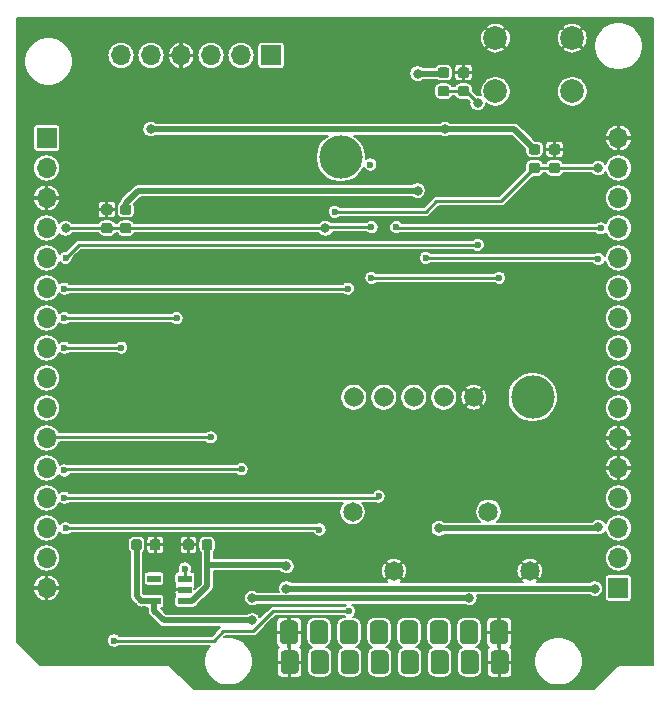
<source format=gbr>
G04 #@! TF.GenerationSoftware,KiCad,Pcbnew,(5.1.4)-1*
G04 #@! TF.CreationDate,2020-08-17T08:14:46+02:00*
G04 #@! TF.ProjectId,proto,70726f74-6f2e-46b6-9963-61645f706362,rev?*
G04 #@! TF.SameCoordinates,Original*
G04 #@! TF.FileFunction,Copper,L1,Top*
G04 #@! TF.FilePolarity,Positive*
%FSLAX46Y46*%
G04 Gerber Fmt 4.6, Leading zero omitted, Abs format (unit mm)*
G04 Created by KiCad (PCBNEW (5.1.4)-1) date 2020-08-17 08:14:46*
%MOMM*%
%LPD*%
G04 APERTURE LIST*
%ADD10R,1.150000X0.600000*%
%ADD11C,0.100000*%
%ADD12C,0.875000*%
%ADD13R,1.700000X1.700000*%
%ADD14O,1.700000X1.700000*%
%ADD15C,1.524000*%
%ADD16C,3.660000*%
%ADD17C,1.665000*%
%ADD18C,1.650000*%
%ADD19C,2.000000*%
%ADD20C,0.600000*%
%ADD21C,0.800000*%
%ADD22C,0.500000*%
%ADD23C,0.250000*%
%ADD24C,0.200000*%
G04 APERTURE END LIST*
D10*
X136700000Y-124450000D03*
X136700000Y-122550000D03*
X139300000Y-122550000D03*
X139300000Y-123500000D03*
X139300000Y-124450000D03*
D11*
G36*
X141427691Y-119226053D02*
G01*
X141448926Y-119229203D01*
X141469750Y-119234419D01*
X141489962Y-119241651D01*
X141509368Y-119250830D01*
X141527781Y-119261866D01*
X141545024Y-119274654D01*
X141560930Y-119289070D01*
X141575346Y-119304976D01*
X141588134Y-119322219D01*
X141599170Y-119340632D01*
X141608349Y-119360038D01*
X141615581Y-119380250D01*
X141620797Y-119401074D01*
X141623947Y-119422309D01*
X141625000Y-119443750D01*
X141625000Y-119956250D01*
X141623947Y-119977691D01*
X141620797Y-119998926D01*
X141615581Y-120019750D01*
X141608349Y-120039962D01*
X141599170Y-120059368D01*
X141588134Y-120077781D01*
X141575346Y-120095024D01*
X141560930Y-120110930D01*
X141545024Y-120125346D01*
X141527781Y-120138134D01*
X141509368Y-120149170D01*
X141489962Y-120158349D01*
X141469750Y-120165581D01*
X141448926Y-120170797D01*
X141427691Y-120173947D01*
X141406250Y-120175000D01*
X140968750Y-120175000D01*
X140947309Y-120173947D01*
X140926074Y-120170797D01*
X140905250Y-120165581D01*
X140885038Y-120158349D01*
X140865632Y-120149170D01*
X140847219Y-120138134D01*
X140829976Y-120125346D01*
X140814070Y-120110930D01*
X140799654Y-120095024D01*
X140786866Y-120077781D01*
X140775830Y-120059368D01*
X140766651Y-120039962D01*
X140759419Y-120019750D01*
X140754203Y-119998926D01*
X140751053Y-119977691D01*
X140750000Y-119956250D01*
X140750000Y-119443750D01*
X140751053Y-119422309D01*
X140754203Y-119401074D01*
X140759419Y-119380250D01*
X140766651Y-119360038D01*
X140775830Y-119340632D01*
X140786866Y-119322219D01*
X140799654Y-119304976D01*
X140814070Y-119289070D01*
X140829976Y-119274654D01*
X140847219Y-119261866D01*
X140865632Y-119250830D01*
X140885038Y-119241651D01*
X140905250Y-119234419D01*
X140926074Y-119229203D01*
X140947309Y-119226053D01*
X140968750Y-119225000D01*
X141406250Y-119225000D01*
X141427691Y-119226053D01*
X141427691Y-119226053D01*
G37*
D12*
X141187500Y-119700000D03*
D11*
G36*
X139852691Y-119226053D02*
G01*
X139873926Y-119229203D01*
X139894750Y-119234419D01*
X139914962Y-119241651D01*
X139934368Y-119250830D01*
X139952781Y-119261866D01*
X139970024Y-119274654D01*
X139985930Y-119289070D01*
X140000346Y-119304976D01*
X140013134Y-119322219D01*
X140024170Y-119340632D01*
X140033349Y-119360038D01*
X140040581Y-119380250D01*
X140045797Y-119401074D01*
X140048947Y-119422309D01*
X140050000Y-119443750D01*
X140050000Y-119956250D01*
X140048947Y-119977691D01*
X140045797Y-119998926D01*
X140040581Y-120019750D01*
X140033349Y-120039962D01*
X140024170Y-120059368D01*
X140013134Y-120077781D01*
X140000346Y-120095024D01*
X139985930Y-120110930D01*
X139970024Y-120125346D01*
X139952781Y-120138134D01*
X139934368Y-120149170D01*
X139914962Y-120158349D01*
X139894750Y-120165581D01*
X139873926Y-120170797D01*
X139852691Y-120173947D01*
X139831250Y-120175000D01*
X139393750Y-120175000D01*
X139372309Y-120173947D01*
X139351074Y-120170797D01*
X139330250Y-120165581D01*
X139310038Y-120158349D01*
X139290632Y-120149170D01*
X139272219Y-120138134D01*
X139254976Y-120125346D01*
X139239070Y-120110930D01*
X139224654Y-120095024D01*
X139211866Y-120077781D01*
X139200830Y-120059368D01*
X139191651Y-120039962D01*
X139184419Y-120019750D01*
X139179203Y-119998926D01*
X139176053Y-119977691D01*
X139175000Y-119956250D01*
X139175000Y-119443750D01*
X139176053Y-119422309D01*
X139179203Y-119401074D01*
X139184419Y-119380250D01*
X139191651Y-119360038D01*
X139200830Y-119340632D01*
X139211866Y-119322219D01*
X139224654Y-119304976D01*
X139239070Y-119289070D01*
X139254976Y-119274654D01*
X139272219Y-119261866D01*
X139290632Y-119250830D01*
X139310038Y-119241651D01*
X139330250Y-119234419D01*
X139351074Y-119229203D01*
X139372309Y-119226053D01*
X139393750Y-119225000D01*
X139831250Y-119225000D01*
X139852691Y-119226053D01*
X139852691Y-119226053D01*
G37*
D12*
X139612500Y-119700000D03*
D11*
G36*
X163177691Y-80851053D02*
G01*
X163198926Y-80854203D01*
X163219750Y-80859419D01*
X163239962Y-80866651D01*
X163259368Y-80875830D01*
X163277781Y-80886866D01*
X163295024Y-80899654D01*
X163310930Y-80914070D01*
X163325346Y-80929976D01*
X163338134Y-80947219D01*
X163349170Y-80965632D01*
X163358349Y-80985038D01*
X163365581Y-81005250D01*
X163370797Y-81026074D01*
X163373947Y-81047309D01*
X163375000Y-81068750D01*
X163375000Y-81506250D01*
X163373947Y-81527691D01*
X163370797Y-81548926D01*
X163365581Y-81569750D01*
X163358349Y-81589962D01*
X163349170Y-81609368D01*
X163338134Y-81627781D01*
X163325346Y-81645024D01*
X163310930Y-81660930D01*
X163295024Y-81675346D01*
X163277781Y-81688134D01*
X163259368Y-81699170D01*
X163239962Y-81708349D01*
X163219750Y-81715581D01*
X163198926Y-81720797D01*
X163177691Y-81723947D01*
X163156250Y-81725000D01*
X162643750Y-81725000D01*
X162622309Y-81723947D01*
X162601074Y-81720797D01*
X162580250Y-81715581D01*
X162560038Y-81708349D01*
X162540632Y-81699170D01*
X162522219Y-81688134D01*
X162504976Y-81675346D01*
X162489070Y-81660930D01*
X162474654Y-81645024D01*
X162461866Y-81627781D01*
X162450830Y-81609368D01*
X162441651Y-81589962D01*
X162434419Y-81569750D01*
X162429203Y-81548926D01*
X162426053Y-81527691D01*
X162425000Y-81506250D01*
X162425000Y-81068750D01*
X162426053Y-81047309D01*
X162429203Y-81026074D01*
X162434419Y-81005250D01*
X162441651Y-80985038D01*
X162450830Y-80965632D01*
X162461866Y-80947219D01*
X162474654Y-80929976D01*
X162489070Y-80914070D01*
X162504976Y-80899654D01*
X162522219Y-80886866D01*
X162540632Y-80875830D01*
X162560038Y-80866651D01*
X162580250Y-80859419D01*
X162601074Y-80854203D01*
X162622309Y-80851053D01*
X162643750Y-80850000D01*
X163156250Y-80850000D01*
X163177691Y-80851053D01*
X163177691Y-80851053D01*
G37*
D12*
X162900000Y-81287500D03*
D11*
G36*
X163177691Y-79276053D02*
G01*
X163198926Y-79279203D01*
X163219750Y-79284419D01*
X163239962Y-79291651D01*
X163259368Y-79300830D01*
X163277781Y-79311866D01*
X163295024Y-79324654D01*
X163310930Y-79339070D01*
X163325346Y-79354976D01*
X163338134Y-79372219D01*
X163349170Y-79390632D01*
X163358349Y-79410038D01*
X163365581Y-79430250D01*
X163370797Y-79451074D01*
X163373947Y-79472309D01*
X163375000Y-79493750D01*
X163375000Y-79931250D01*
X163373947Y-79952691D01*
X163370797Y-79973926D01*
X163365581Y-79994750D01*
X163358349Y-80014962D01*
X163349170Y-80034368D01*
X163338134Y-80052781D01*
X163325346Y-80070024D01*
X163310930Y-80085930D01*
X163295024Y-80100346D01*
X163277781Y-80113134D01*
X163259368Y-80124170D01*
X163239962Y-80133349D01*
X163219750Y-80140581D01*
X163198926Y-80145797D01*
X163177691Y-80148947D01*
X163156250Y-80150000D01*
X162643750Y-80150000D01*
X162622309Y-80148947D01*
X162601074Y-80145797D01*
X162580250Y-80140581D01*
X162560038Y-80133349D01*
X162540632Y-80124170D01*
X162522219Y-80113134D01*
X162504976Y-80100346D01*
X162489070Y-80085930D01*
X162474654Y-80070024D01*
X162461866Y-80052781D01*
X162450830Y-80034368D01*
X162441651Y-80014962D01*
X162434419Y-79994750D01*
X162429203Y-79973926D01*
X162426053Y-79952691D01*
X162425000Y-79931250D01*
X162425000Y-79493750D01*
X162426053Y-79472309D01*
X162429203Y-79451074D01*
X162434419Y-79430250D01*
X162441651Y-79410038D01*
X162450830Y-79390632D01*
X162461866Y-79372219D01*
X162474654Y-79354976D01*
X162489070Y-79339070D01*
X162504976Y-79324654D01*
X162522219Y-79311866D01*
X162540632Y-79300830D01*
X162560038Y-79291651D01*
X162580250Y-79284419D01*
X162601074Y-79279203D01*
X162622309Y-79276053D01*
X162643750Y-79275000D01*
X163156250Y-79275000D01*
X163177691Y-79276053D01*
X163177691Y-79276053D01*
G37*
D12*
X162900000Y-79712500D03*
D11*
G36*
X137027691Y-119226053D02*
G01*
X137048926Y-119229203D01*
X137069750Y-119234419D01*
X137089962Y-119241651D01*
X137109368Y-119250830D01*
X137127781Y-119261866D01*
X137145024Y-119274654D01*
X137160930Y-119289070D01*
X137175346Y-119304976D01*
X137188134Y-119322219D01*
X137199170Y-119340632D01*
X137208349Y-119360038D01*
X137215581Y-119380250D01*
X137220797Y-119401074D01*
X137223947Y-119422309D01*
X137225000Y-119443750D01*
X137225000Y-119956250D01*
X137223947Y-119977691D01*
X137220797Y-119998926D01*
X137215581Y-120019750D01*
X137208349Y-120039962D01*
X137199170Y-120059368D01*
X137188134Y-120077781D01*
X137175346Y-120095024D01*
X137160930Y-120110930D01*
X137145024Y-120125346D01*
X137127781Y-120138134D01*
X137109368Y-120149170D01*
X137089962Y-120158349D01*
X137069750Y-120165581D01*
X137048926Y-120170797D01*
X137027691Y-120173947D01*
X137006250Y-120175000D01*
X136568750Y-120175000D01*
X136547309Y-120173947D01*
X136526074Y-120170797D01*
X136505250Y-120165581D01*
X136485038Y-120158349D01*
X136465632Y-120149170D01*
X136447219Y-120138134D01*
X136429976Y-120125346D01*
X136414070Y-120110930D01*
X136399654Y-120095024D01*
X136386866Y-120077781D01*
X136375830Y-120059368D01*
X136366651Y-120039962D01*
X136359419Y-120019750D01*
X136354203Y-119998926D01*
X136351053Y-119977691D01*
X136350000Y-119956250D01*
X136350000Y-119443750D01*
X136351053Y-119422309D01*
X136354203Y-119401074D01*
X136359419Y-119380250D01*
X136366651Y-119360038D01*
X136375830Y-119340632D01*
X136386866Y-119322219D01*
X136399654Y-119304976D01*
X136414070Y-119289070D01*
X136429976Y-119274654D01*
X136447219Y-119261866D01*
X136465632Y-119250830D01*
X136485038Y-119241651D01*
X136505250Y-119234419D01*
X136526074Y-119229203D01*
X136547309Y-119226053D01*
X136568750Y-119225000D01*
X137006250Y-119225000D01*
X137027691Y-119226053D01*
X137027691Y-119226053D01*
G37*
D12*
X136787500Y-119700000D03*
D11*
G36*
X135452691Y-119226053D02*
G01*
X135473926Y-119229203D01*
X135494750Y-119234419D01*
X135514962Y-119241651D01*
X135534368Y-119250830D01*
X135552781Y-119261866D01*
X135570024Y-119274654D01*
X135585930Y-119289070D01*
X135600346Y-119304976D01*
X135613134Y-119322219D01*
X135624170Y-119340632D01*
X135633349Y-119360038D01*
X135640581Y-119380250D01*
X135645797Y-119401074D01*
X135648947Y-119422309D01*
X135650000Y-119443750D01*
X135650000Y-119956250D01*
X135648947Y-119977691D01*
X135645797Y-119998926D01*
X135640581Y-120019750D01*
X135633349Y-120039962D01*
X135624170Y-120059368D01*
X135613134Y-120077781D01*
X135600346Y-120095024D01*
X135585930Y-120110930D01*
X135570024Y-120125346D01*
X135552781Y-120138134D01*
X135534368Y-120149170D01*
X135514962Y-120158349D01*
X135494750Y-120165581D01*
X135473926Y-120170797D01*
X135452691Y-120173947D01*
X135431250Y-120175000D01*
X134993750Y-120175000D01*
X134972309Y-120173947D01*
X134951074Y-120170797D01*
X134930250Y-120165581D01*
X134910038Y-120158349D01*
X134890632Y-120149170D01*
X134872219Y-120138134D01*
X134854976Y-120125346D01*
X134839070Y-120110930D01*
X134824654Y-120095024D01*
X134811866Y-120077781D01*
X134800830Y-120059368D01*
X134791651Y-120039962D01*
X134784419Y-120019750D01*
X134779203Y-119998926D01*
X134776053Y-119977691D01*
X134775000Y-119956250D01*
X134775000Y-119443750D01*
X134776053Y-119422309D01*
X134779203Y-119401074D01*
X134784419Y-119380250D01*
X134791651Y-119360038D01*
X134800830Y-119340632D01*
X134811866Y-119322219D01*
X134824654Y-119304976D01*
X134839070Y-119289070D01*
X134854976Y-119274654D01*
X134872219Y-119261866D01*
X134890632Y-119250830D01*
X134910038Y-119241651D01*
X134930250Y-119234419D01*
X134951074Y-119229203D01*
X134972309Y-119226053D01*
X134993750Y-119225000D01*
X135431250Y-119225000D01*
X135452691Y-119226053D01*
X135452691Y-119226053D01*
G37*
D12*
X135212500Y-119700000D03*
D11*
G36*
X132977691Y-92451053D02*
G01*
X132998926Y-92454203D01*
X133019750Y-92459419D01*
X133039962Y-92466651D01*
X133059368Y-92475830D01*
X133077781Y-92486866D01*
X133095024Y-92499654D01*
X133110930Y-92514070D01*
X133125346Y-92529976D01*
X133138134Y-92547219D01*
X133149170Y-92565632D01*
X133158349Y-92585038D01*
X133165581Y-92605250D01*
X133170797Y-92626074D01*
X133173947Y-92647309D01*
X133175000Y-92668750D01*
X133175000Y-93106250D01*
X133173947Y-93127691D01*
X133170797Y-93148926D01*
X133165581Y-93169750D01*
X133158349Y-93189962D01*
X133149170Y-93209368D01*
X133138134Y-93227781D01*
X133125346Y-93245024D01*
X133110930Y-93260930D01*
X133095024Y-93275346D01*
X133077781Y-93288134D01*
X133059368Y-93299170D01*
X133039962Y-93308349D01*
X133019750Y-93315581D01*
X132998926Y-93320797D01*
X132977691Y-93323947D01*
X132956250Y-93325000D01*
X132443750Y-93325000D01*
X132422309Y-93323947D01*
X132401074Y-93320797D01*
X132380250Y-93315581D01*
X132360038Y-93308349D01*
X132340632Y-93299170D01*
X132322219Y-93288134D01*
X132304976Y-93275346D01*
X132289070Y-93260930D01*
X132274654Y-93245024D01*
X132261866Y-93227781D01*
X132250830Y-93209368D01*
X132241651Y-93189962D01*
X132234419Y-93169750D01*
X132229203Y-93148926D01*
X132226053Y-93127691D01*
X132225000Y-93106250D01*
X132225000Y-92668750D01*
X132226053Y-92647309D01*
X132229203Y-92626074D01*
X132234419Y-92605250D01*
X132241651Y-92585038D01*
X132250830Y-92565632D01*
X132261866Y-92547219D01*
X132274654Y-92529976D01*
X132289070Y-92514070D01*
X132304976Y-92499654D01*
X132322219Y-92486866D01*
X132340632Y-92475830D01*
X132360038Y-92466651D01*
X132380250Y-92459419D01*
X132401074Y-92454203D01*
X132422309Y-92451053D01*
X132443750Y-92450000D01*
X132956250Y-92450000D01*
X132977691Y-92451053D01*
X132977691Y-92451053D01*
G37*
D12*
X132700000Y-92887500D03*
D11*
G36*
X132977691Y-90876053D02*
G01*
X132998926Y-90879203D01*
X133019750Y-90884419D01*
X133039962Y-90891651D01*
X133059368Y-90900830D01*
X133077781Y-90911866D01*
X133095024Y-90924654D01*
X133110930Y-90939070D01*
X133125346Y-90954976D01*
X133138134Y-90972219D01*
X133149170Y-90990632D01*
X133158349Y-91010038D01*
X133165581Y-91030250D01*
X133170797Y-91051074D01*
X133173947Y-91072309D01*
X133175000Y-91093750D01*
X133175000Y-91531250D01*
X133173947Y-91552691D01*
X133170797Y-91573926D01*
X133165581Y-91594750D01*
X133158349Y-91614962D01*
X133149170Y-91634368D01*
X133138134Y-91652781D01*
X133125346Y-91670024D01*
X133110930Y-91685930D01*
X133095024Y-91700346D01*
X133077781Y-91713134D01*
X133059368Y-91724170D01*
X133039962Y-91733349D01*
X133019750Y-91740581D01*
X132998926Y-91745797D01*
X132977691Y-91748947D01*
X132956250Y-91750000D01*
X132443750Y-91750000D01*
X132422309Y-91748947D01*
X132401074Y-91745797D01*
X132380250Y-91740581D01*
X132360038Y-91733349D01*
X132340632Y-91724170D01*
X132322219Y-91713134D01*
X132304976Y-91700346D01*
X132289070Y-91685930D01*
X132274654Y-91670024D01*
X132261866Y-91652781D01*
X132250830Y-91634368D01*
X132241651Y-91614962D01*
X132234419Y-91594750D01*
X132229203Y-91573926D01*
X132226053Y-91552691D01*
X132225000Y-91531250D01*
X132225000Y-91093750D01*
X132226053Y-91072309D01*
X132229203Y-91051074D01*
X132234419Y-91030250D01*
X132241651Y-91010038D01*
X132250830Y-90990632D01*
X132261866Y-90972219D01*
X132274654Y-90954976D01*
X132289070Y-90939070D01*
X132304976Y-90924654D01*
X132322219Y-90911866D01*
X132340632Y-90900830D01*
X132360038Y-90891651D01*
X132380250Y-90884419D01*
X132401074Y-90879203D01*
X132422309Y-90876053D01*
X132443750Y-90875000D01*
X132956250Y-90875000D01*
X132977691Y-90876053D01*
X132977691Y-90876053D01*
G37*
D12*
X132700000Y-91312500D03*
D11*
G36*
X170877691Y-85776053D02*
G01*
X170898926Y-85779203D01*
X170919750Y-85784419D01*
X170939962Y-85791651D01*
X170959368Y-85800830D01*
X170977781Y-85811866D01*
X170995024Y-85824654D01*
X171010930Y-85839070D01*
X171025346Y-85854976D01*
X171038134Y-85872219D01*
X171049170Y-85890632D01*
X171058349Y-85910038D01*
X171065581Y-85930250D01*
X171070797Y-85951074D01*
X171073947Y-85972309D01*
X171075000Y-85993750D01*
X171075000Y-86431250D01*
X171073947Y-86452691D01*
X171070797Y-86473926D01*
X171065581Y-86494750D01*
X171058349Y-86514962D01*
X171049170Y-86534368D01*
X171038134Y-86552781D01*
X171025346Y-86570024D01*
X171010930Y-86585930D01*
X170995024Y-86600346D01*
X170977781Y-86613134D01*
X170959368Y-86624170D01*
X170939962Y-86633349D01*
X170919750Y-86640581D01*
X170898926Y-86645797D01*
X170877691Y-86648947D01*
X170856250Y-86650000D01*
X170343750Y-86650000D01*
X170322309Y-86648947D01*
X170301074Y-86645797D01*
X170280250Y-86640581D01*
X170260038Y-86633349D01*
X170240632Y-86624170D01*
X170222219Y-86613134D01*
X170204976Y-86600346D01*
X170189070Y-86585930D01*
X170174654Y-86570024D01*
X170161866Y-86552781D01*
X170150830Y-86534368D01*
X170141651Y-86514962D01*
X170134419Y-86494750D01*
X170129203Y-86473926D01*
X170126053Y-86452691D01*
X170125000Y-86431250D01*
X170125000Y-85993750D01*
X170126053Y-85972309D01*
X170129203Y-85951074D01*
X170134419Y-85930250D01*
X170141651Y-85910038D01*
X170150830Y-85890632D01*
X170161866Y-85872219D01*
X170174654Y-85854976D01*
X170189070Y-85839070D01*
X170204976Y-85824654D01*
X170222219Y-85811866D01*
X170240632Y-85800830D01*
X170260038Y-85791651D01*
X170280250Y-85784419D01*
X170301074Y-85779203D01*
X170322309Y-85776053D01*
X170343750Y-85775000D01*
X170856250Y-85775000D01*
X170877691Y-85776053D01*
X170877691Y-85776053D01*
G37*
D12*
X170600000Y-86212500D03*
D11*
G36*
X170877691Y-87351053D02*
G01*
X170898926Y-87354203D01*
X170919750Y-87359419D01*
X170939962Y-87366651D01*
X170959368Y-87375830D01*
X170977781Y-87386866D01*
X170995024Y-87399654D01*
X171010930Y-87414070D01*
X171025346Y-87429976D01*
X171038134Y-87447219D01*
X171049170Y-87465632D01*
X171058349Y-87485038D01*
X171065581Y-87505250D01*
X171070797Y-87526074D01*
X171073947Y-87547309D01*
X171075000Y-87568750D01*
X171075000Y-88006250D01*
X171073947Y-88027691D01*
X171070797Y-88048926D01*
X171065581Y-88069750D01*
X171058349Y-88089962D01*
X171049170Y-88109368D01*
X171038134Y-88127781D01*
X171025346Y-88145024D01*
X171010930Y-88160930D01*
X170995024Y-88175346D01*
X170977781Y-88188134D01*
X170959368Y-88199170D01*
X170939962Y-88208349D01*
X170919750Y-88215581D01*
X170898926Y-88220797D01*
X170877691Y-88223947D01*
X170856250Y-88225000D01*
X170343750Y-88225000D01*
X170322309Y-88223947D01*
X170301074Y-88220797D01*
X170280250Y-88215581D01*
X170260038Y-88208349D01*
X170240632Y-88199170D01*
X170222219Y-88188134D01*
X170204976Y-88175346D01*
X170189070Y-88160930D01*
X170174654Y-88145024D01*
X170161866Y-88127781D01*
X170150830Y-88109368D01*
X170141651Y-88089962D01*
X170134419Y-88069750D01*
X170129203Y-88048926D01*
X170126053Y-88027691D01*
X170125000Y-88006250D01*
X170125000Y-87568750D01*
X170126053Y-87547309D01*
X170129203Y-87526074D01*
X170134419Y-87505250D01*
X170141651Y-87485038D01*
X170150830Y-87465632D01*
X170161866Y-87447219D01*
X170174654Y-87429976D01*
X170189070Y-87414070D01*
X170204976Y-87399654D01*
X170222219Y-87386866D01*
X170240632Y-87375830D01*
X170260038Y-87366651D01*
X170280250Y-87359419D01*
X170301074Y-87354203D01*
X170322309Y-87351053D01*
X170343750Y-87350000D01*
X170856250Y-87350000D01*
X170877691Y-87351053D01*
X170877691Y-87351053D01*
G37*
D12*
X170600000Y-87787500D03*
D13*
X127600000Y-85250000D03*
D14*
X127600000Y-87790000D03*
X127600000Y-90330000D03*
X127600000Y-92870000D03*
X127600000Y-95410000D03*
X127600000Y-97950000D03*
X127600000Y-100490000D03*
X127600000Y-103030000D03*
X127600000Y-105570000D03*
X127600000Y-108110000D03*
X127600000Y-110650000D03*
X127600000Y-113190000D03*
X127600000Y-115730000D03*
X127600000Y-118270000D03*
X127600000Y-120810000D03*
X127600000Y-123350000D03*
D11*
G36*
X166368345Y-128631835D02*
G01*
X166405329Y-128637321D01*
X166441598Y-128646406D01*
X166476802Y-128659002D01*
X166510602Y-128674988D01*
X166542672Y-128694210D01*
X166572704Y-128716483D01*
X166600408Y-128741592D01*
X166625517Y-128769296D01*
X166647790Y-128799328D01*
X166667012Y-128831398D01*
X166682998Y-128865198D01*
X166695594Y-128900402D01*
X166704679Y-128936671D01*
X166710165Y-128973655D01*
X166712000Y-129011000D01*
X166712000Y-130249000D01*
X166710165Y-130286345D01*
X166704679Y-130323329D01*
X166695594Y-130359598D01*
X166682998Y-130394802D01*
X166667012Y-130428602D01*
X166647790Y-130460672D01*
X166625517Y-130490704D01*
X166600408Y-130518408D01*
X166572704Y-130543517D01*
X166542672Y-130565790D01*
X166510602Y-130585012D01*
X166476802Y-130600998D01*
X166441598Y-130613594D01*
X166405329Y-130622679D01*
X166368345Y-130628165D01*
X166331000Y-130630000D01*
X165569000Y-130630000D01*
X165531655Y-130628165D01*
X165494671Y-130622679D01*
X165458402Y-130613594D01*
X165423198Y-130600998D01*
X165389398Y-130585012D01*
X165357328Y-130565790D01*
X165327296Y-130543517D01*
X165299592Y-130518408D01*
X165274483Y-130490704D01*
X165252210Y-130460672D01*
X165232988Y-130428602D01*
X165217002Y-130394802D01*
X165204406Y-130359598D01*
X165195321Y-130323329D01*
X165189835Y-130286345D01*
X165188000Y-130249000D01*
X165188000Y-129011000D01*
X165189835Y-128973655D01*
X165195321Y-128936671D01*
X165204406Y-128900402D01*
X165217002Y-128865198D01*
X165232988Y-128831398D01*
X165252210Y-128799328D01*
X165274483Y-128769296D01*
X165299592Y-128741592D01*
X165327296Y-128716483D01*
X165357328Y-128694210D01*
X165389398Y-128674988D01*
X165423198Y-128659002D01*
X165458402Y-128646406D01*
X165494671Y-128637321D01*
X165531655Y-128631835D01*
X165569000Y-128630000D01*
X166331000Y-128630000D01*
X166368345Y-128631835D01*
X166368345Y-128631835D01*
G37*
D15*
X165950000Y-129630000D03*
D11*
G36*
X163828345Y-128631835D02*
G01*
X163865329Y-128637321D01*
X163901598Y-128646406D01*
X163936802Y-128659002D01*
X163970602Y-128674988D01*
X164002672Y-128694210D01*
X164032704Y-128716483D01*
X164060408Y-128741592D01*
X164085517Y-128769296D01*
X164107790Y-128799328D01*
X164127012Y-128831398D01*
X164142998Y-128865198D01*
X164155594Y-128900402D01*
X164164679Y-128936671D01*
X164170165Y-128973655D01*
X164172000Y-129011000D01*
X164172000Y-130249000D01*
X164170165Y-130286345D01*
X164164679Y-130323329D01*
X164155594Y-130359598D01*
X164142998Y-130394802D01*
X164127012Y-130428602D01*
X164107790Y-130460672D01*
X164085517Y-130490704D01*
X164060408Y-130518408D01*
X164032704Y-130543517D01*
X164002672Y-130565790D01*
X163970602Y-130585012D01*
X163936802Y-130600998D01*
X163901598Y-130613594D01*
X163865329Y-130622679D01*
X163828345Y-130628165D01*
X163791000Y-130630000D01*
X163029000Y-130630000D01*
X162991655Y-130628165D01*
X162954671Y-130622679D01*
X162918402Y-130613594D01*
X162883198Y-130600998D01*
X162849398Y-130585012D01*
X162817328Y-130565790D01*
X162787296Y-130543517D01*
X162759592Y-130518408D01*
X162734483Y-130490704D01*
X162712210Y-130460672D01*
X162692988Y-130428602D01*
X162677002Y-130394802D01*
X162664406Y-130359598D01*
X162655321Y-130323329D01*
X162649835Y-130286345D01*
X162648000Y-130249000D01*
X162648000Y-129011000D01*
X162649835Y-128973655D01*
X162655321Y-128936671D01*
X162664406Y-128900402D01*
X162677002Y-128865198D01*
X162692988Y-128831398D01*
X162712210Y-128799328D01*
X162734483Y-128769296D01*
X162759592Y-128741592D01*
X162787296Y-128716483D01*
X162817328Y-128694210D01*
X162849398Y-128674988D01*
X162883198Y-128659002D01*
X162918402Y-128646406D01*
X162954671Y-128637321D01*
X162991655Y-128631835D01*
X163029000Y-128630000D01*
X163791000Y-128630000D01*
X163828345Y-128631835D01*
X163828345Y-128631835D01*
G37*
D15*
X163410000Y-129630000D03*
D11*
G36*
X161288345Y-128631835D02*
G01*
X161325329Y-128637321D01*
X161361598Y-128646406D01*
X161396802Y-128659002D01*
X161430602Y-128674988D01*
X161462672Y-128694210D01*
X161492704Y-128716483D01*
X161520408Y-128741592D01*
X161545517Y-128769296D01*
X161567790Y-128799328D01*
X161587012Y-128831398D01*
X161602998Y-128865198D01*
X161615594Y-128900402D01*
X161624679Y-128936671D01*
X161630165Y-128973655D01*
X161632000Y-129011000D01*
X161632000Y-130249000D01*
X161630165Y-130286345D01*
X161624679Y-130323329D01*
X161615594Y-130359598D01*
X161602998Y-130394802D01*
X161587012Y-130428602D01*
X161567790Y-130460672D01*
X161545517Y-130490704D01*
X161520408Y-130518408D01*
X161492704Y-130543517D01*
X161462672Y-130565790D01*
X161430602Y-130585012D01*
X161396802Y-130600998D01*
X161361598Y-130613594D01*
X161325329Y-130622679D01*
X161288345Y-130628165D01*
X161251000Y-130630000D01*
X160489000Y-130630000D01*
X160451655Y-130628165D01*
X160414671Y-130622679D01*
X160378402Y-130613594D01*
X160343198Y-130600998D01*
X160309398Y-130585012D01*
X160277328Y-130565790D01*
X160247296Y-130543517D01*
X160219592Y-130518408D01*
X160194483Y-130490704D01*
X160172210Y-130460672D01*
X160152988Y-130428602D01*
X160137002Y-130394802D01*
X160124406Y-130359598D01*
X160115321Y-130323329D01*
X160109835Y-130286345D01*
X160108000Y-130249000D01*
X160108000Y-129011000D01*
X160109835Y-128973655D01*
X160115321Y-128936671D01*
X160124406Y-128900402D01*
X160137002Y-128865198D01*
X160152988Y-128831398D01*
X160172210Y-128799328D01*
X160194483Y-128769296D01*
X160219592Y-128741592D01*
X160247296Y-128716483D01*
X160277328Y-128694210D01*
X160309398Y-128674988D01*
X160343198Y-128659002D01*
X160378402Y-128646406D01*
X160414671Y-128637321D01*
X160451655Y-128631835D01*
X160489000Y-128630000D01*
X161251000Y-128630000D01*
X161288345Y-128631835D01*
X161288345Y-128631835D01*
G37*
D15*
X160870000Y-129630000D03*
D11*
G36*
X158748345Y-128631835D02*
G01*
X158785329Y-128637321D01*
X158821598Y-128646406D01*
X158856802Y-128659002D01*
X158890602Y-128674988D01*
X158922672Y-128694210D01*
X158952704Y-128716483D01*
X158980408Y-128741592D01*
X159005517Y-128769296D01*
X159027790Y-128799328D01*
X159047012Y-128831398D01*
X159062998Y-128865198D01*
X159075594Y-128900402D01*
X159084679Y-128936671D01*
X159090165Y-128973655D01*
X159092000Y-129011000D01*
X159092000Y-130249000D01*
X159090165Y-130286345D01*
X159084679Y-130323329D01*
X159075594Y-130359598D01*
X159062998Y-130394802D01*
X159047012Y-130428602D01*
X159027790Y-130460672D01*
X159005517Y-130490704D01*
X158980408Y-130518408D01*
X158952704Y-130543517D01*
X158922672Y-130565790D01*
X158890602Y-130585012D01*
X158856802Y-130600998D01*
X158821598Y-130613594D01*
X158785329Y-130622679D01*
X158748345Y-130628165D01*
X158711000Y-130630000D01*
X157949000Y-130630000D01*
X157911655Y-130628165D01*
X157874671Y-130622679D01*
X157838402Y-130613594D01*
X157803198Y-130600998D01*
X157769398Y-130585012D01*
X157737328Y-130565790D01*
X157707296Y-130543517D01*
X157679592Y-130518408D01*
X157654483Y-130490704D01*
X157632210Y-130460672D01*
X157612988Y-130428602D01*
X157597002Y-130394802D01*
X157584406Y-130359598D01*
X157575321Y-130323329D01*
X157569835Y-130286345D01*
X157568000Y-130249000D01*
X157568000Y-129011000D01*
X157569835Y-128973655D01*
X157575321Y-128936671D01*
X157584406Y-128900402D01*
X157597002Y-128865198D01*
X157612988Y-128831398D01*
X157632210Y-128799328D01*
X157654483Y-128769296D01*
X157679592Y-128741592D01*
X157707296Y-128716483D01*
X157737328Y-128694210D01*
X157769398Y-128674988D01*
X157803198Y-128659002D01*
X157838402Y-128646406D01*
X157874671Y-128637321D01*
X157911655Y-128631835D01*
X157949000Y-128630000D01*
X158711000Y-128630000D01*
X158748345Y-128631835D01*
X158748345Y-128631835D01*
G37*
D15*
X158330000Y-129630000D03*
D11*
G36*
X156208345Y-128631835D02*
G01*
X156245329Y-128637321D01*
X156281598Y-128646406D01*
X156316802Y-128659002D01*
X156350602Y-128674988D01*
X156382672Y-128694210D01*
X156412704Y-128716483D01*
X156440408Y-128741592D01*
X156465517Y-128769296D01*
X156487790Y-128799328D01*
X156507012Y-128831398D01*
X156522998Y-128865198D01*
X156535594Y-128900402D01*
X156544679Y-128936671D01*
X156550165Y-128973655D01*
X156552000Y-129011000D01*
X156552000Y-130249000D01*
X156550165Y-130286345D01*
X156544679Y-130323329D01*
X156535594Y-130359598D01*
X156522998Y-130394802D01*
X156507012Y-130428602D01*
X156487790Y-130460672D01*
X156465517Y-130490704D01*
X156440408Y-130518408D01*
X156412704Y-130543517D01*
X156382672Y-130565790D01*
X156350602Y-130585012D01*
X156316802Y-130600998D01*
X156281598Y-130613594D01*
X156245329Y-130622679D01*
X156208345Y-130628165D01*
X156171000Y-130630000D01*
X155409000Y-130630000D01*
X155371655Y-130628165D01*
X155334671Y-130622679D01*
X155298402Y-130613594D01*
X155263198Y-130600998D01*
X155229398Y-130585012D01*
X155197328Y-130565790D01*
X155167296Y-130543517D01*
X155139592Y-130518408D01*
X155114483Y-130490704D01*
X155092210Y-130460672D01*
X155072988Y-130428602D01*
X155057002Y-130394802D01*
X155044406Y-130359598D01*
X155035321Y-130323329D01*
X155029835Y-130286345D01*
X155028000Y-130249000D01*
X155028000Y-129011000D01*
X155029835Y-128973655D01*
X155035321Y-128936671D01*
X155044406Y-128900402D01*
X155057002Y-128865198D01*
X155072988Y-128831398D01*
X155092210Y-128799328D01*
X155114483Y-128769296D01*
X155139592Y-128741592D01*
X155167296Y-128716483D01*
X155197328Y-128694210D01*
X155229398Y-128674988D01*
X155263198Y-128659002D01*
X155298402Y-128646406D01*
X155334671Y-128637321D01*
X155371655Y-128631835D01*
X155409000Y-128630000D01*
X156171000Y-128630000D01*
X156208345Y-128631835D01*
X156208345Y-128631835D01*
G37*
D15*
X155790000Y-129630000D03*
D11*
G36*
X153668345Y-128631835D02*
G01*
X153705329Y-128637321D01*
X153741598Y-128646406D01*
X153776802Y-128659002D01*
X153810602Y-128674988D01*
X153842672Y-128694210D01*
X153872704Y-128716483D01*
X153900408Y-128741592D01*
X153925517Y-128769296D01*
X153947790Y-128799328D01*
X153967012Y-128831398D01*
X153982998Y-128865198D01*
X153995594Y-128900402D01*
X154004679Y-128936671D01*
X154010165Y-128973655D01*
X154012000Y-129011000D01*
X154012000Y-130249000D01*
X154010165Y-130286345D01*
X154004679Y-130323329D01*
X153995594Y-130359598D01*
X153982998Y-130394802D01*
X153967012Y-130428602D01*
X153947790Y-130460672D01*
X153925517Y-130490704D01*
X153900408Y-130518408D01*
X153872704Y-130543517D01*
X153842672Y-130565790D01*
X153810602Y-130585012D01*
X153776802Y-130600998D01*
X153741598Y-130613594D01*
X153705329Y-130622679D01*
X153668345Y-130628165D01*
X153631000Y-130630000D01*
X152869000Y-130630000D01*
X152831655Y-130628165D01*
X152794671Y-130622679D01*
X152758402Y-130613594D01*
X152723198Y-130600998D01*
X152689398Y-130585012D01*
X152657328Y-130565790D01*
X152627296Y-130543517D01*
X152599592Y-130518408D01*
X152574483Y-130490704D01*
X152552210Y-130460672D01*
X152532988Y-130428602D01*
X152517002Y-130394802D01*
X152504406Y-130359598D01*
X152495321Y-130323329D01*
X152489835Y-130286345D01*
X152488000Y-130249000D01*
X152488000Y-129011000D01*
X152489835Y-128973655D01*
X152495321Y-128936671D01*
X152504406Y-128900402D01*
X152517002Y-128865198D01*
X152532988Y-128831398D01*
X152552210Y-128799328D01*
X152574483Y-128769296D01*
X152599592Y-128741592D01*
X152627296Y-128716483D01*
X152657328Y-128694210D01*
X152689398Y-128674988D01*
X152723198Y-128659002D01*
X152758402Y-128646406D01*
X152794671Y-128637321D01*
X152831655Y-128631835D01*
X152869000Y-128630000D01*
X153631000Y-128630000D01*
X153668345Y-128631835D01*
X153668345Y-128631835D01*
G37*
D15*
X153250000Y-129630000D03*
D11*
G36*
X151128345Y-128631835D02*
G01*
X151165329Y-128637321D01*
X151201598Y-128646406D01*
X151236802Y-128659002D01*
X151270602Y-128674988D01*
X151302672Y-128694210D01*
X151332704Y-128716483D01*
X151360408Y-128741592D01*
X151385517Y-128769296D01*
X151407790Y-128799328D01*
X151427012Y-128831398D01*
X151442998Y-128865198D01*
X151455594Y-128900402D01*
X151464679Y-128936671D01*
X151470165Y-128973655D01*
X151472000Y-129011000D01*
X151472000Y-130249000D01*
X151470165Y-130286345D01*
X151464679Y-130323329D01*
X151455594Y-130359598D01*
X151442998Y-130394802D01*
X151427012Y-130428602D01*
X151407790Y-130460672D01*
X151385517Y-130490704D01*
X151360408Y-130518408D01*
X151332704Y-130543517D01*
X151302672Y-130565790D01*
X151270602Y-130585012D01*
X151236802Y-130600998D01*
X151201598Y-130613594D01*
X151165329Y-130622679D01*
X151128345Y-130628165D01*
X151091000Y-130630000D01*
X150329000Y-130630000D01*
X150291655Y-130628165D01*
X150254671Y-130622679D01*
X150218402Y-130613594D01*
X150183198Y-130600998D01*
X150149398Y-130585012D01*
X150117328Y-130565790D01*
X150087296Y-130543517D01*
X150059592Y-130518408D01*
X150034483Y-130490704D01*
X150012210Y-130460672D01*
X149992988Y-130428602D01*
X149977002Y-130394802D01*
X149964406Y-130359598D01*
X149955321Y-130323329D01*
X149949835Y-130286345D01*
X149948000Y-130249000D01*
X149948000Y-129011000D01*
X149949835Y-128973655D01*
X149955321Y-128936671D01*
X149964406Y-128900402D01*
X149977002Y-128865198D01*
X149992988Y-128831398D01*
X150012210Y-128799328D01*
X150034483Y-128769296D01*
X150059592Y-128741592D01*
X150087296Y-128716483D01*
X150117328Y-128694210D01*
X150149398Y-128674988D01*
X150183198Y-128659002D01*
X150218402Y-128646406D01*
X150254671Y-128637321D01*
X150291655Y-128631835D01*
X150329000Y-128630000D01*
X151091000Y-128630000D01*
X151128345Y-128631835D01*
X151128345Y-128631835D01*
G37*
D15*
X150710000Y-129630000D03*
D11*
G36*
X148588345Y-128631835D02*
G01*
X148625329Y-128637321D01*
X148661598Y-128646406D01*
X148696802Y-128659002D01*
X148730602Y-128674988D01*
X148762672Y-128694210D01*
X148792704Y-128716483D01*
X148820408Y-128741592D01*
X148845517Y-128769296D01*
X148867790Y-128799328D01*
X148887012Y-128831398D01*
X148902998Y-128865198D01*
X148915594Y-128900402D01*
X148924679Y-128936671D01*
X148930165Y-128973655D01*
X148932000Y-129011000D01*
X148932000Y-130249000D01*
X148930165Y-130286345D01*
X148924679Y-130323329D01*
X148915594Y-130359598D01*
X148902998Y-130394802D01*
X148887012Y-130428602D01*
X148867790Y-130460672D01*
X148845517Y-130490704D01*
X148820408Y-130518408D01*
X148792704Y-130543517D01*
X148762672Y-130565790D01*
X148730602Y-130585012D01*
X148696802Y-130600998D01*
X148661598Y-130613594D01*
X148625329Y-130622679D01*
X148588345Y-130628165D01*
X148551000Y-130630000D01*
X147789000Y-130630000D01*
X147751655Y-130628165D01*
X147714671Y-130622679D01*
X147678402Y-130613594D01*
X147643198Y-130600998D01*
X147609398Y-130585012D01*
X147577328Y-130565790D01*
X147547296Y-130543517D01*
X147519592Y-130518408D01*
X147494483Y-130490704D01*
X147472210Y-130460672D01*
X147452988Y-130428602D01*
X147437002Y-130394802D01*
X147424406Y-130359598D01*
X147415321Y-130323329D01*
X147409835Y-130286345D01*
X147408000Y-130249000D01*
X147408000Y-129011000D01*
X147409835Y-128973655D01*
X147415321Y-128936671D01*
X147424406Y-128900402D01*
X147437002Y-128865198D01*
X147452988Y-128831398D01*
X147472210Y-128799328D01*
X147494483Y-128769296D01*
X147519592Y-128741592D01*
X147547296Y-128716483D01*
X147577328Y-128694210D01*
X147609398Y-128674988D01*
X147643198Y-128659002D01*
X147678402Y-128646406D01*
X147714671Y-128637321D01*
X147751655Y-128631835D01*
X147789000Y-128630000D01*
X148551000Y-128630000D01*
X148588345Y-128631835D01*
X148588345Y-128631835D01*
G37*
D15*
X148170000Y-129630000D03*
D11*
G36*
X166318345Y-126101835D02*
G01*
X166355329Y-126107321D01*
X166391598Y-126116406D01*
X166426802Y-126129002D01*
X166460602Y-126144988D01*
X166492672Y-126164210D01*
X166522704Y-126186483D01*
X166550408Y-126211592D01*
X166575517Y-126239296D01*
X166597790Y-126269328D01*
X166617012Y-126301398D01*
X166632998Y-126335198D01*
X166645594Y-126370402D01*
X166654679Y-126406671D01*
X166660165Y-126443655D01*
X166662000Y-126481000D01*
X166662000Y-127719000D01*
X166660165Y-127756345D01*
X166654679Y-127793329D01*
X166645594Y-127829598D01*
X166632998Y-127864802D01*
X166617012Y-127898602D01*
X166597790Y-127930672D01*
X166575517Y-127960704D01*
X166550408Y-127988408D01*
X166522704Y-128013517D01*
X166492672Y-128035790D01*
X166460602Y-128055012D01*
X166426802Y-128070998D01*
X166391598Y-128083594D01*
X166355329Y-128092679D01*
X166318345Y-128098165D01*
X166281000Y-128100000D01*
X165519000Y-128100000D01*
X165481655Y-128098165D01*
X165444671Y-128092679D01*
X165408402Y-128083594D01*
X165373198Y-128070998D01*
X165339398Y-128055012D01*
X165307328Y-128035790D01*
X165277296Y-128013517D01*
X165249592Y-127988408D01*
X165224483Y-127960704D01*
X165202210Y-127930672D01*
X165182988Y-127898602D01*
X165167002Y-127864802D01*
X165154406Y-127829598D01*
X165145321Y-127793329D01*
X165139835Y-127756345D01*
X165138000Y-127719000D01*
X165138000Y-126481000D01*
X165139835Y-126443655D01*
X165145321Y-126406671D01*
X165154406Y-126370402D01*
X165167002Y-126335198D01*
X165182988Y-126301398D01*
X165202210Y-126269328D01*
X165224483Y-126239296D01*
X165249592Y-126211592D01*
X165277296Y-126186483D01*
X165307328Y-126164210D01*
X165339398Y-126144988D01*
X165373198Y-126129002D01*
X165408402Y-126116406D01*
X165444671Y-126107321D01*
X165481655Y-126101835D01*
X165519000Y-126100000D01*
X166281000Y-126100000D01*
X166318345Y-126101835D01*
X166318345Y-126101835D01*
G37*
D15*
X165900000Y-127100000D03*
D11*
G36*
X163778345Y-126101835D02*
G01*
X163815329Y-126107321D01*
X163851598Y-126116406D01*
X163886802Y-126129002D01*
X163920602Y-126144988D01*
X163952672Y-126164210D01*
X163982704Y-126186483D01*
X164010408Y-126211592D01*
X164035517Y-126239296D01*
X164057790Y-126269328D01*
X164077012Y-126301398D01*
X164092998Y-126335198D01*
X164105594Y-126370402D01*
X164114679Y-126406671D01*
X164120165Y-126443655D01*
X164122000Y-126481000D01*
X164122000Y-127719000D01*
X164120165Y-127756345D01*
X164114679Y-127793329D01*
X164105594Y-127829598D01*
X164092998Y-127864802D01*
X164077012Y-127898602D01*
X164057790Y-127930672D01*
X164035517Y-127960704D01*
X164010408Y-127988408D01*
X163982704Y-128013517D01*
X163952672Y-128035790D01*
X163920602Y-128055012D01*
X163886802Y-128070998D01*
X163851598Y-128083594D01*
X163815329Y-128092679D01*
X163778345Y-128098165D01*
X163741000Y-128100000D01*
X162979000Y-128100000D01*
X162941655Y-128098165D01*
X162904671Y-128092679D01*
X162868402Y-128083594D01*
X162833198Y-128070998D01*
X162799398Y-128055012D01*
X162767328Y-128035790D01*
X162737296Y-128013517D01*
X162709592Y-127988408D01*
X162684483Y-127960704D01*
X162662210Y-127930672D01*
X162642988Y-127898602D01*
X162627002Y-127864802D01*
X162614406Y-127829598D01*
X162605321Y-127793329D01*
X162599835Y-127756345D01*
X162598000Y-127719000D01*
X162598000Y-126481000D01*
X162599835Y-126443655D01*
X162605321Y-126406671D01*
X162614406Y-126370402D01*
X162627002Y-126335198D01*
X162642988Y-126301398D01*
X162662210Y-126269328D01*
X162684483Y-126239296D01*
X162709592Y-126211592D01*
X162737296Y-126186483D01*
X162767328Y-126164210D01*
X162799398Y-126144988D01*
X162833198Y-126129002D01*
X162868402Y-126116406D01*
X162904671Y-126107321D01*
X162941655Y-126101835D01*
X162979000Y-126100000D01*
X163741000Y-126100000D01*
X163778345Y-126101835D01*
X163778345Y-126101835D01*
G37*
D15*
X163360000Y-127100000D03*
D11*
G36*
X161238345Y-126101835D02*
G01*
X161275329Y-126107321D01*
X161311598Y-126116406D01*
X161346802Y-126129002D01*
X161380602Y-126144988D01*
X161412672Y-126164210D01*
X161442704Y-126186483D01*
X161470408Y-126211592D01*
X161495517Y-126239296D01*
X161517790Y-126269328D01*
X161537012Y-126301398D01*
X161552998Y-126335198D01*
X161565594Y-126370402D01*
X161574679Y-126406671D01*
X161580165Y-126443655D01*
X161582000Y-126481000D01*
X161582000Y-127719000D01*
X161580165Y-127756345D01*
X161574679Y-127793329D01*
X161565594Y-127829598D01*
X161552998Y-127864802D01*
X161537012Y-127898602D01*
X161517790Y-127930672D01*
X161495517Y-127960704D01*
X161470408Y-127988408D01*
X161442704Y-128013517D01*
X161412672Y-128035790D01*
X161380602Y-128055012D01*
X161346802Y-128070998D01*
X161311598Y-128083594D01*
X161275329Y-128092679D01*
X161238345Y-128098165D01*
X161201000Y-128100000D01*
X160439000Y-128100000D01*
X160401655Y-128098165D01*
X160364671Y-128092679D01*
X160328402Y-128083594D01*
X160293198Y-128070998D01*
X160259398Y-128055012D01*
X160227328Y-128035790D01*
X160197296Y-128013517D01*
X160169592Y-127988408D01*
X160144483Y-127960704D01*
X160122210Y-127930672D01*
X160102988Y-127898602D01*
X160087002Y-127864802D01*
X160074406Y-127829598D01*
X160065321Y-127793329D01*
X160059835Y-127756345D01*
X160058000Y-127719000D01*
X160058000Y-126481000D01*
X160059835Y-126443655D01*
X160065321Y-126406671D01*
X160074406Y-126370402D01*
X160087002Y-126335198D01*
X160102988Y-126301398D01*
X160122210Y-126269328D01*
X160144483Y-126239296D01*
X160169592Y-126211592D01*
X160197296Y-126186483D01*
X160227328Y-126164210D01*
X160259398Y-126144988D01*
X160293198Y-126129002D01*
X160328402Y-126116406D01*
X160364671Y-126107321D01*
X160401655Y-126101835D01*
X160439000Y-126100000D01*
X161201000Y-126100000D01*
X161238345Y-126101835D01*
X161238345Y-126101835D01*
G37*
D15*
X160820000Y-127100000D03*
D11*
G36*
X158698345Y-126101835D02*
G01*
X158735329Y-126107321D01*
X158771598Y-126116406D01*
X158806802Y-126129002D01*
X158840602Y-126144988D01*
X158872672Y-126164210D01*
X158902704Y-126186483D01*
X158930408Y-126211592D01*
X158955517Y-126239296D01*
X158977790Y-126269328D01*
X158997012Y-126301398D01*
X159012998Y-126335198D01*
X159025594Y-126370402D01*
X159034679Y-126406671D01*
X159040165Y-126443655D01*
X159042000Y-126481000D01*
X159042000Y-127719000D01*
X159040165Y-127756345D01*
X159034679Y-127793329D01*
X159025594Y-127829598D01*
X159012998Y-127864802D01*
X158997012Y-127898602D01*
X158977790Y-127930672D01*
X158955517Y-127960704D01*
X158930408Y-127988408D01*
X158902704Y-128013517D01*
X158872672Y-128035790D01*
X158840602Y-128055012D01*
X158806802Y-128070998D01*
X158771598Y-128083594D01*
X158735329Y-128092679D01*
X158698345Y-128098165D01*
X158661000Y-128100000D01*
X157899000Y-128100000D01*
X157861655Y-128098165D01*
X157824671Y-128092679D01*
X157788402Y-128083594D01*
X157753198Y-128070998D01*
X157719398Y-128055012D01*
X157687328Y-128035790D01*
X157657296Y-128013517D01*
X157629592Y-127988408D01*
X157604483Y-127960704D01*
X157582210Y-127930672D01*
X157562988Y-127898602D01*
X157547002Y-127864802D01*
X157534406Y-127829598D01*
X157525321Y-127793329D01*
X157519835Y-127756345D01*
X157518000Y-127719000D01*
X157518000Y-126481000D01*
X157519835Y-126443655D01*
X157525321Y-126406671D01*
X157534406Y-126370402D01*
X157547002Y-126335198D01*
X157562988Y-126301398D01*
X157582210Y-126269328D01*
X157604483Y-126239296D01*
X157629592Y-126211592D01*
X157657296Y-126186483D01*
X157687328Y-126164210D01*
X157719398Y-126144988D01*
X157753198Y-126129002D01*
X157788402Y-126116406D01*
X157824671Y-126107321D01*
X157861655Y-126101835D01*
X157899000Y-126100000D01*
X158661000Y-126100000D01*
X158698345Y-126101835D01*
X158698345Y-126101835D01*
G37*
D15*
X158280000Y-127100000D03*
D11*
G36*
X156158345Y-126101835D02*
G01*
X156195329Y-126107321D01*
X156231598Y-126116406D01*
X156266802Y-126129002D01*
X156300602Y-126144988D01*
X156332672Y-126164210D01*
X156362704Y-126186483D01*
X156390408Y-126211592D01*
X156415517Y-126239296D01*
X156437790Y-126269328D01*
X156457012Y-126301398D01*
X156472998Y-126335198D01*
X156485594Y-126370402D01*
X156494679Y-126406671D01*
X156500165Y-126443655D01*
X156502000Y-126481000D01*
X156502000Y-127719000D01*
X156500165Y-127756345D01*
X156494679Y-127793329D01*
X156485594Y-127829598D01*
X156472998Y-127864802D01*
X156457012Y-127898602D01*
X156437790Y-127930672D01*
X156415517Y-127960704D01*
X156390408Y-127988408D01*
X156362704Y-128013517D01*
X156332672Y-128035790D01*
X156300602Y-128055012D01*
X156266802Y-128070998D01*
X156231598Y-128083594D01*
X156195329Y-128092679D01*
X156158345Y-128098165D01*
X156121000Y-128100000D01*
X155359000Y-128100000D01*
X155321655Y-128098165D01*
X155284671Y-128092679D01*
X155248402Y-128083594D01*
X155213198Y-128070998D01*
X155179398Y-128055012D01*
X155147328Y-128035790D01*
X155117296Y-128013517D01*
X155089592Y-127988408D01*
X155064483Y-127960704D01*
X155042210Y-127930672D01*
X155022988Y-127898602D01*
X155007002Y-127864802D01*
X154994406Y-127829598D01*
X154985321Y-127793329D01*
X154979835Y-127756345D01*
X154978000Y-127719000D01*
X154978000Y-126481000D01*
X154979835Y-126443655D01*
X154985321Y-126406671D01*
X154994406Y-126370402D01*
X155007002Y-126335198D01*
X155022988Y-126301398D01*
X155042210Y-126269328D01*
X155064483Y-126239296D01*
X155089592Y-126211592D01*
X155117296Y-126186483D01*
X155147328Y-126164210D01*
X155179398Y-126144988D01*
X155213198Y-126129002D01*
X155248402Y-126116406D01*
X155284671Y-126107321D01*
X155321655Y-126101835D01*
X155359000Y-126100000D01*
X156121000Y-126100000D01*
X156158345Y-126101835D01*
X156158345Y-126101835D01*
G37*
D15*
X155740000Y-127100000D03*
D11*
G36*
X153618345Y-126101835D02*
G01*
X153655329Y-126107321D01*
X153691598Y-126116406D01*
X153726802Y-126129002D01*
X153760602Y-126144988D01*
X153792672Y-126164210D01*
X153822704Y-126186483D01*
X153850408Y-126211592D01*
X153875517Y-126239296D01*
X153897790Y-126269328D01*
X153917012Y-126301398D01*
X153932998Y-126335198D01*
X153945594Y-126370402D01*
X153954679Y-126406671D01*
X153960165Y-126443655D01*
X153962000Y-126481000D01*
X153962000Y-127719000D01*
X153960165Y-127756345D01*
X153954679Y-127793329D01*
X153945594Y-127829598D01*
X153932998Y-127864802D01*
X153917012Y-127898602D01*
X153897790Y-127930672D01*
X153875517Y-127960704D01*
X153850408Y-127988408D01*
X153822704Y-128013517D01*
X153792672Y-128035790D01*
X153760602Y-128055012D01*
X153726802Y-128070998D01*
X153691598Y-128083594D01*
X153655329Y-128092679D01*
X153618345Y-128098165D01*
X153581000Y-128100000D01*
X152819000Y-128100000D01*
X152781655Y-128098165D01*
X152744671Y-128092679D01*
X152708402Y-128083594D01*
X152673198Y-128070998D01*
X152639398Y-128055012D01*
X152607328Y-128035790D01*
X152577296Y-128013517D01*
X152549592Y-127988408D01*
X152524483Y-127960704D01*
X152502210Y-127930672D01*
X152482988Y-127898602D01*
X152467002Y-127864802D01*
X152454406Y-127829598D01*
X152445321Y-127793329D01*
X152439835Y-127756345D01*
X152438000Y-127719000D01*
X152438000Y-126481000D01*
X152439835Y-126443655D01*
X152445321Y-126406671D01*
X152454406Y-126370402D01*
X152467002Y-126335198D01*
X152482988Y-126301398D01*
X152502210Y-126269328D01*
X152524483Y-126239296D01*
X152549592Y-126211592D01*
X152577296Y-126186483D01*
X152607328Y-126164210D01*
X152639398Y-126144988D01*
X152673198Y-126129002D01*
X152708402Y-126116406D01*
X152744671Y-126107321D01*
X152781655Y-126101835D01*
X152819000Y-126100000D01*
X153581000Y-126100000D01*
X153618345Y-126101835D01*
X153618345Y-126101835D01*
G37*
D15*
X153200000Y-127100000D03*
D11*
G36*
X151078345Y-126101835D02*
G01*
X151115329Y-126107321D01*
X151151598Y-126116406D01*
X151186802Y-126129002D01*
X151220602Y-126144988D01*
X151252672Y-126164210D01*
X151282704Y-126186483D01*
X151310408Y-126211592D01*
X151335517Y-126239296D01*
X151357790Y-126269328D01*
X151377012Y-126301398D01*
X151392998Y-126335198D01*
X151405594Y-126370402D01*
X151414679Y-126406671D01*
X151420165Y-126443655D01*
X151422000Y-126481000D01*
X151422000Y-127719000D01*
X151420165Y-127756345D01*
X151414679Y-127793329D01*
X151405594Y-127829598D01*
X151392998Y-127864802D01*
X151377012Y-127898602D01*
X151357790Y-127930672D01*
X151335517Y-127960704D01*
X151310408Y-127988408D01*
X151282704Y-128013517D01*
X151252672Y-128035790D01*
X151220602Y-128055012D01*
X151186802Y-128070998D01*
X151151598Y-128083594D01*
X151115329Y-128092679D01*
X151078345Y-128098165D01*
X151041000Y-128100000D01*
X150279000Y-128100000D01*
X150241655Y-128098165D01*
X150204671Y-128092679D01*
X150168402Y-128083594D01*
X150133198Y-128070998D01*
X150099398Y-128055012D01*
X150067328Y-128035790D01*
X150037296Y-128013517D01*
X150009592Y-127988408D01*
X149984483Y-127960704D01*
X149962210Y-127930672D01*
X149942988Y-127898602D01*
X149927002Y-127864802D01*
X149914406Y-127829598D01*
X149905321Y-127793329D01*
X149899835Y-127756345D01*
X149898000Y-127719000D01*
X149898000Y-126481000D01*
X149899835Y-126443655D01*
X149905321Y-126406671D01*
X149914406Y-126370402D01*
X149927002Y-126335198D01*
X149942988Y-126301398D01*
X149962210Y-126269328D01*
X149984483Y-126239296D01*
X150009592Y-126211592D01*
X150037296Y-126186483D01*
X150067328Y-126164210D01*
X150099398Y-126144988D01*
X150133198Y-126129002D01*
X150168402Y-126116406D01*
X150204671Y-126107321D01*
X150241655Y-126101835D01*
X150279000Y-126100000D01*
X151041000Y-126100000D01*
X151078345Y-126101835D01*
X151078345Y-126101835D01*
G37*
D15*
X150660000Y-127100000D03*
D11*
G36*
X148538345Y-126101835D02*
G01*
X148575329Y-126107321D01*
X148611598Y-126116406D01*
X148646802Y-126129002D01*
X148680602Y-126144988D01*
X148712672Y-126164210D01*
X148742704Y-126186483D01*
X148770408Y-126211592D01*
X148795517Y-126239296D01*
X148817790Y-126269328D01*
X148837012Y-126301398D01*
X148852998Y-126335198D01*
X148865594Y-126370402D01*
X148874679Y-126406671D01*
X148880165Y-126443655D01*
X148882000Y-126481000D01*
X148882000Y-127719000D01*
X148880165Y-127756345D01*
X148874679Y-127793329D01*
X148865594Y-127829598D01*
X148852998Y-127864802D01*
X148837012Y-127898602D01*
X148817790Y-127930672D01*
X148795517Y-127960704D01*
X148770408Y-127988408D01*
X148742704Y-128013517D01*
X148712672Y-128035790D01*
X148680602Y-128055012D01*
X148646802Y-128070998D01*
X148611598Y-128083594D01*
X148575329Y-128092679D01*
X148538345Y-128098165D01*
X148501000Y-128100000D01*
X147739000Y-128100000D01*
X147701655Y-128098165D01*
X147664671Y-128092679D01*
X147628402Y-128083594D01*
X147593198Y-128070998D01*
X147559398Y-128055012D01*
X147527328Y-128035790D01*
X147497296Y-128013517D01*
X147469592Y-127988408D01*
X147444483Y-127960704D01*
X147422210Y-127930672D01*
X147402988Y-127898602D01*
X147387002Y-127864802D01*
X147374406Y-127829598D01*
X147365321Y-127793329D01*
X147359835Y-127756345D01*
X147358000Y-127719000D01*
X147358000Y-126481000D01*
X147359835Y-126443655D01*
X147365321Y-126406671D01*
X147374406Y-126370402D01*
X147387002Y-126335198D01*
X147402988Y-126301398D01*
X147422210Y-126269328D01*
X147444483Y-126239296D01*
X147469592Y-126211592D01*
X147497296Y-126186483D01*
X147527328Y-126164210D01*
X147559398Y-126144988D01*
X147593198Y-126129002D01*
X147628402Y-126116406D01*
X147664671Y-126107321D01*
X147701655Y-126101835D01*
X147739000Y-126100000D01*
X148501000Y-126100000D01*
X148538345Y-126101835D01*
X148538345Y-126101835D01*
G37*
D15*
X148120000Y-127100000D03*
D14*
X176000000Y-85250000D03*
X176000000Y-87790000D03*
X176000000Y-90330000D03*
X176000000Y-92870000D03*
X176000000Y-95410000D03*
X176000000Y-97950000D03*
X176000000Y-100490000D03*
X176000000Y-103030000D03*
X176000000Y-105570000D03*
X176000000Y-108110000D03*
X176000000Y-110650000D03*
X176000000Y-113190000D03*
X176000000Y-115730000D03*
X176000000Y-118270000D03*
X176000000Y-120810000D03*
D13*
X176000000Y-123350000D03*
X146600000Y-78250000D03*
D14*
X144060000Y-78250000D03*
X141520000Y-78250000D03*
X138980000Y-78250000D03*
X136440000Y-78250000D03*
X133900000Y-78250000D03*
D16*
X168750000Y-107200000D03*
X152500000Y-86880000D03*
D17*
X163760000Y-107200000D03*
X161220000Y-107200000D03*
X158680000Y-107200000D03*
X156140000Y-107200000D03*
X153600000Y-107200000D03*
D18*
X168500000Y-121900000D03*
X165000000Y-116900000D03*
X153500000Y-116900000D03*
X157000000Y-121900000D03*
D11*
G36*
X161477691Y-80851053D02*
G01*
X161498926Y-80854203D01*
X161519750Y-80859419D01*
X161539962Y-80866651D01*
X161559368Y-80875830D01*
X161577781Y-80886866D01*
X161595024Y-80899654D01*
X161610930Y-80914070D01*
X161625346Y-80929976D01*
X161638134Y-80947219D01*
X161649170Y-80965632D01*
X161658349Y-80985038D01*
X161665581Y-81005250D01*
X161670797Y-81026074D01*
X161673947Y-81047309D01*
X161675000Y-81068750D01*
X161675000Y-81506250D01*
X161673947Y-81527691D01*
X161670797Y-81548926D01*
X161665581Y-81569750D01*
X161658349Y-81589962D01*
X161649170Y-81609368D01*
X161638134Y-81627781D01*
X161625346Y-81645024D01*
X161610930Y-81660930D01*
X161595024Y-81675346D01*
X161577781Y-81688134D01*
X161559368Y-81699170D01*
X161539962Y-81708349D01*
X161519750Y-81715581D01*
X161498926Y-81720797D01*
X161477691Y-81723947D01*
X161456250Y-81725000D01*
X160943750Y-81725000D01*
X160922309Y-81723947D01*
X160901074Y-81720797D01*
X160880250Y-81715581D01*
X160860038Y-81708349D01*
X160840632Y-81699170D01*
X160822219Y-81688134D01*
X160804976Y-81675346D01*
X160789070Y-81660930D01*
X160774654Y-81645024D01*
X160761866Y-81627781D01*
X160750830Y-81609368D01*
X160741651Y-81589962D01*
X160734419Y-81569750D01*
X160729203Y-81548926D01*
X160726053Y-81527691D01*
X160725000Y-81506250D01*
X160725000Y-81068750D01*
X160726053Y-81047309D01*
X160729203Y-81026074D01*
X160734419Y-81005250D01*
X160741651Y-80985038D01*
X160750830Y-80965632D01*
X160761866Y-80947219D01*
X160774654Y-80929976D01*
X160789070Y-80914070D01*
X160804976Y-80899654D01*
X160822219Y-80886866D01*
X160840632Y-80875830D01*
X160860038Y-80866651D01*
X160880250Y-80859419D01*
X160901074Y-80854203D01*
X160922309Y-80851053D01*
X160943750Y-80850000D01*
X161456250Y-80850000D01*
X161477691Y-80851053D01*
X161477691Y-80851053D01*
G37*
D12*
X161200000Y-81287500D03*
D11*
G36*
X161477691Y-79276053D02*
G01*
X161498926Y-79279203D01*
X161519750Y-79284419D01*
X161539962Y-79291651D01*
X161559368Y-79300830D01*
X161577781Y-79311866D01*
X161595024Y-79324654D01*
X161610930Y-79339070D01*
X161625346Y-79354976D01*
X161638134Y-79372219D01*
X161649170Y-79390632D01*
X161658349Y-79410038D01*
X161665581Y-79430250D01*
X161670797Y-79451074D01*
X161673947Y-79472309D01*
X161675000Y-79493750D01*
X161675000Y-79931250D01*
X161673947Y-79952691D01*
X161670797Y-79973926D01*
X161665581Y-79994750D01*
X161658349Y-80014962D01*
X161649170Y-80034368D01*
X161638134Y-80052781D01*
X161625346Y-80070024D01*
X161610930Y-80085930D01*
X161595024Y-80100346D01*
X161577781Y-80113134D01*
X161559368Y-80124170D01*
X161539962Y-80133349D01*
X161519750Y-80140581D01*
X161498926Y-80145797D01*
X161477691Y-80148947D01*
X161456250Y-80150000D01*
X160943750Y-80150000D01*
X160922309Y-80148947D01*
X160901074Y-80145797D01*
X160880250Y-80140581D01*
X160860038Y-80133349D01*
X160840632Y-80124170D01*
X160822219Y-80113134D01*
X160804976Y-80100346D01*
X160789070Y-80085930D01*
X160774654Y-80070024D01*
X160761866Y-80052781D01*
X160750830Y-80034368D01*
X160741651Y-80014962D01*
X160734419Y-79994750D01*
X160729203Y-79973926D01*
X160726053Y-79952691D01*
X160725000Y-79931250D01*
X160725000Y-79493750D01*
X160726053Y-79472309D01*
X160729203Y-79451074D01*
X160734419Y-79430250D01*
X160741651Y-79410038D01*
X160750830Y-79390632D01*
X160761866Y-79372219D01*
X160774654Y-79354976D01*
X160789070Y-79339070D01*
X160804976Y-79324654D01*
X160822219Y-79311866D01*
X160840632Y-79300830D01*
X160860038Y-79291651D01*
X160880250Y-79284419D01*
X160901074Y-79279203D01*
X160922309Y-79276053D01*
X160943750Y-79275000D01*
X161456250Y-79275000D01*
X161477691Y-79276053D01*
X161477691Y-79276053D01*
G37*
D12*
X161200000Y-79712500D03*
D11*
G36*
X134577691Y-90876053D02*
G01*
X134598926Y-90879203D01*
X134619750Y-90884419D01*
X134639962Y-90891651D01*
X134659368Y-90900830D01*
X134677781Y-90911866D01*
X134695024Y-90924654D01*
X134710930Y-90939070D01*
X134725346Y-90954976D01*
X134738134Y-90972219D01*
X134749170Y-90990632D01*
X134758349Y-91010038D01*
X134765581Y-91030250D01*
X134770797Y-91051074D01*
X134773947Y-91072309D01*
X134775000Y-91093750D01*
X134775000Y-91531250D01*
X134773947Y-91552691D01*
X134770797Y-91573926D01*
X134765581Y-91594750D01*
X134758349Y-91614962D01*
X134749170Y-91634368D01*
X134738134Y-91652781D01*
X134725346Y-91670024D01*
X134710930Y-91685930D01*
X134695024Y-91700346D01*
X134677781Y-91713134D01*
X134659368Y-91724170D01*
X134639962Y-91733349D01*
X134619750Y-91740581D01*
X134598926Y-91745797D01*
X134577691Y-91748947D01*
X134556250Y-91750000D01*
X134043750Y-91750000D01*
X134022309Y-91748947D01*
X134001074Y-91745797D01*
X133980250Y-91740581D01*
X133960038Y-91733349D01*
X133940632Y-91724170D01*
X133922219Y-91713134D01*
X133904976Y-91700346D01*
X133889070Y-91685930D01*
X133874654Y-91670024D01*
X133861866Y-91652781D01*
X133850830Y-91634368D01*
X133841651Y-91614962D01*
X133834419Y-91594750D01*
X133829203Y-91573926D01*
X133826053Y-91552691D01*
X133825000Y-91531250D01*
X133825000Y-91093750D01*
X133826053Y-91072309D01*
X133829203Y-91051074D01*
X133834419Y-91030250D01*
X133841651Y-91010038D01*
X133850830Y-90990632D01*
X133861866Y-90972219D01*
X133874654Y-90954976D01*
X133889070Y-90939070D01*
X133904976Y-90924654D01*
X133922219Y-90911866D01*
X133940632Y-90900830D01*
X133960038Y-90891651D01*
X133980250Y-90884419D01*
X134001074Y-90879203D01*
X134022309Y-90876053D01*
X134043750Y-90875000D01*
X134556250Y-90875000D01*
X134577691Y-90876053D01*
X134577691Y-90876053D01*
G37*
D12*
X134300000Y-91312500D03*
D11*
G36*
X134577691Y-92451053D02*
G01*
X134598926Y-92454203D01*
X134619750Y-92459419D01*
X134639962Y-92466651D01*
X134659368Y-92475830D01*
X134677781Y-92486866D01*
X134695024Y-92499654D01*
X134710930Y-92514070D01*
X134725346Y-92529976D01*
X134738134Y-92547219D01*
X134749170Y-92565632D01*
X134758349Y-92585038D01*
X134765581Y-92605250D01*
X134770797Y-92626074D01*
X134773947Y-92647309D01*
X134775000Y-92668750D01*
X134775000Y-93106250D01*
X134773947Y-93127691D01*
X134770797Y-93148926D01*
X134765581Y-93169750D01*
X134758349Y-93189962D01*
X134749170Y-93209368D01*
X134738134Y-93227781D01*
X134725346Y-93245024D01*
X134710930Y-93260930D01*
X134695024Y-93275346D01*
X134677781Y-93288134D01*
X134659368Y-93299170D01*
X134639962Y-93308349D01*
X134619750Y-93315581D01*
X134598926Y-93320797D01*
X134577691Y-93323947D01*
X134556250Y-93325000D01*
X134043750Y-93325000D01*
X134022309Y-93323947D01*
X134001074Y-93320797D01*
X133980250Y-93315581D01*
X133960038Y-93308349D01*
X133940632Y-93299170D01*
X133922219Y-93288134D01*
X133904976Y-93275346D01*
X133889070Y-93260930D01*
X133874654Y-93245024D01*
X133861866Y-93227781D01*
X133850830Y-93209368D01*
X133841651Y-93189962D01*
X133834419Y-93169750D01*
X133829203Y-93148926D01*
X133826053Y-93127691D01*
X133825000Y-93106250D01*
X133825000Y-92668750D01*
X133826053Y-92647309D01*
X133829203Y-92626074D01*
X133834419Y-92605250D01*
X133841651Y-92585038D01*
X133850830Y-92565632D01*
X133861866Y-92547219D01*
X133874654Y-92529976D01*
X133889070Y-92514070D01*
X133904976Y-92499654D01*
X133922219Y-92486866D01*
X133940632Y-92475830D01*
X133960038Y-92466651D01*
X133980250Y-92459419D01*
X134001074Y-92454203D01*
X134022309Y-92451053D01*
X134043750Y-92450000D01*
X134556250Y-92450000D01*
X134577691Y-92451053D01*
X134577691Y-92451053D01*
G37*
D12*
X134300000Y-92887500D03*
D11*
G36*
X169177691Y-85776053D02*
G01*
X169198926Y-85779203D01*
X169219750Y-85784419D01*
X169239962Y-85791651D01*
X169259368Y-85800830D01*
X169277781Y-85811866D01*
X169295024Y-85824654D01*
X169310930Y-85839070D01*
X169325346Y-85854976D01*
X169338134Y-85872219D01*
X169349170Y-85890632D01*
X169358349Y-85910038D01*
X169365581Y-85930250D01*
X169370797Y-85951074D01*
X169373947Y-85972309D01*
X169375000Y-85993750D01*
X169375000Y-86431250D01*
X169373947Y-86452691D01*
X169370797Y-86473926D01*
X169365581Y-86494750D01*
X169358349Y-86514962D01*
X169349170Y-86534368D01*
X169338134Y-86552781D01*
X169325346Y-86570024D01*
X169310930Y-86585930D01*
X169295024Y-86600346D01*
X169277781Y-86613134D01*
X169259368Y-86624170D01*
X169239962Y-86633349D01*
X169219750Y-86640581D01*
X169198926Y-86645797D01*
X169177691Y-86648947D01*
X169156250Y-86650000D01*
X168643750Y-86650000D01*
X168622309Y-86648947D01*
X168601074Y-86645797D01*
X168580250Y-86640581D01*
X168560038Y-86633349D01*
X168540632Y-86624170D01*
X168522219Y-86613134D01*
X168504976Y-86600346D01*
X168489070Y-86585930D01*
X168474654Y-86570024D01*
X168461866Y-86552781D01*
X168450830Y-86534368D01*
X168441651Y-86514962D01*
X168434419Y-86494750D01*
X168429203Y-86473926D01*
X168426053Y-86452691D01*
X168425000Y-86431250D01*
X168425000Y-85993750D01*
X168426053Y-85972309D01*
X168429203Y-85951074D01*
X168434419Y-85930250D01*
X168441651Y-85910038D01*
X168450830Y-85890632D01*
X168461866Y-85872219D01*
X168474654Y-85854976D01*
X168489070Y-85839070D01*
X168504976Y-85824654D01*
X168522219Y-85811866D01*
X168540632Y-85800830D01*
X168560038Y-85791651D01*
X168580250Y-85784419D01*
X168601074Y-85779203D01*
X168622309Y-85776053D01*
X168643750Y-85775000D01*
X169156250Y-85775000D01*
X169177691Y-85776053D01*
X169177691Y-85776053D01*
G37*
D12*
X168900000Y-86212500D03*
D11*
G36*
X169177691Y-87351053D02*
G01*
X169198926Y-87354203D01*
X169219750Y-87359419D01*
X169239962Y-87366651D01*
X169259368Y-87375830D01*
X169277781Y-87386866D01*
X169295024Y-87399654D01*
X169310930Y-87414070D01*
X169325346Y-87429976D01*
X169338134Y-87447219D01*
X169349170Y-87465632D01*
X169358349Y-87485038D01*
X169365581Y-87505250D01*
X169370797Y-87526074D01*
X169373947Y-87547309D01*
X169375000Y-87568750D01*
X169375000Y-88006250D01*
X169373947Y-88027691D01*
X169370797Y-88048926D01*
X169365581Y-88069750D01*
X169358349Y-88089962D01*
X169349170Y-88109368D01*
X169338134Y-88127781D01*
X169325346Y-88145024D01*
X169310930Y-88160930D01*
X169295024Y-88175346D01*
X169277781Y-88188134D01*
X169259368Y-88199170D01*
X169239962Y-88208349D01*
X169219750Y-88215581D01*
X169198926Y-88220797D01*
X169177691Y-88223947D01*
X169156250Y-88225000D01*
X168643750Y-88225000D01*
X168622309Y-88223947D01*
X168601074Y-88220797D01*
X168580250Y-88215581D01*
X168560038Y-88208349D01*
X168540632Y-88199170D01*
X168522219Y-88188134D01*
X168504976Y-88175346D01*
X168489070Y-88160930D01*
X168474654Y-88145024D01*
X168461866Y-88127781D01*
X168450830Y-88109368D01*
X168441651Y-88089962D01*
X168434419Y-88069750D01*
X168429203Y-88048926D01*
X168426053Y-88027691D01*
X168425000Y-88006250D01*
X168425000Y-87568750D01*
X168426053Y-87547309D01*
X168429203Y-87526074D01*
X168434419Y-87505250D01*
X168441651Y-87485038D01*
X168450830Y-87465632D01*
X168461866Y-87447219D01*
X168474654Y-87429976D01*
X168489070Y-87414070D01*
X168504976Y-87399654D01*
X168522219Y-87386866D01*
X168540632Y-87375830D01*
X168560038Y-87366651D01*
X168580250Y-87359419D01*
X168601074Y-87354203D01*
X168622309Y-87351053D01*
X168643750Y-87350000D01*
X169156250Y-87350000D01*
X169177691Y-87351053D01*
X169177691Y-87351053D01*
G37*
D12*
X168900000Y-87787500D03*
D19*
X165600000Y-81300000D03*
X165600000Y-76800000D03*
X172100000Y-81300000D03*
X172100000Y-76800000D03*
D20*
X155000000Y-87500000D03*
D21*
X174000000Y-123400000D03*
X147900000Y-123400000D03*
X147900000Y-121500000D03*
D20*
X178000000Y-106000000D03*
X178000000Y-81000000D03*
X178000000Y-86000000D03*
X178000000Y-101000000D03*
X178000000Y-126000000D03*
X178000000Y-96000000D03*
X178000000Y-121000000D03*
X178000000Y-116000000D03*
X178000000Y-111000000D03*
X178000000Y-91000000D03*
X178000000Y-76000000D03*
X126000000Y-106000000D03*
X126000000Y-81000000D03*
X126000000Y-86000000D03*
X126000000Y-101000000D03*
X126000000Y-126000000D03*
X126000000Y-96000000D03*
X126000000Y-121000000D03*
X126000000Y-116000000D03*
X126000000Y-111000000D03*
X126000000Y-91000000D03*
X126000000Y-76000000D03*
X158000000Y-76000000D03*
X133000000Y-76000000D03*
X138000000Y-76000000D03*
X153000000Y-76000000D03*
X178000000Y-76000000D03*
X148000000Y-76000000D03*
X173500000Y-76000000D03*
X168000000Y-76000000D03*
X163000000Y-76000000D03*
X143000000Y-76000000D03*
X128000000Y-76000000D03*
X128000000Y-129000000D03*
X133000000Y-129000000D03*
X138000000Y-129000000D03*
X141000000Y-131000000D03*
X147000000Y-131000000D03*
X152000000Y-131000000D03*
X157000000Y-131000000D03*
X162000000Y-131000000D03*
X168000000Y-131000000D03*
X173000000Y-131000000D03*
X176000000Y-129000000D03*
X132500000Y-82500000D03*
X140000000Y-82500000D03*
X147500000Y-82500000D03*
X155000000Y-82500000D03*
X162500000Y-82500000D03*
X140000000Y-87500000D03*
X147500000Y-87500000D03*
X162500000Y-87500000D03*
X167500000Y-87500000D03*
X175000000Y-82500000D03*
X136000000Y-88000000D03*
X140000000Y-91000000D03*
X148000000Y-91000000D03*
X140000000Y-96000000D03*
X148000000Y-96000000D03*
X140000000Y-102000000D03*
X148000000Y-102000000D03*
X140000000Y-107000000D03*
X148000000Y-107000000D03*
X140000000Y-112000000D03*
X148000000Y-112000000D03*
X135000000Y-107000000D03*
X135000000Y-102000000D03*
X135000000Y-96000000D03*
X135000000Y-112000000D03*
X135000000Y-117000000D03*
X140000000Y-117000000D03*
X148000000Y-117000000D03*
X148000000Y-120000000D03*
X153000000Y-120000000D03*
X169000000Y-91000000D03*
X169000000Y-97000000D03*
X169000000Y-102000000D03*
X164000000Y-102000000D03*
X169000000Y-113000000D03*
X169000000Y-120000000D03*
X165000000Y-120000000D03*
X165000000Y-113000000D03*
X161000000Y-113000000D03*
X161000000Y-120000000D03*
X169000000Y-126000000D03*
X153000000Y-103000000D03*
X156000000Y-103000000D03*
X133000000Y-121000000D03*
X156500000Y-111900000D03*
D21*
X164100000Y-82300000D03*
D20*
X129200000Y-95400000D03*
X164100000Y-94300000D03*
D21*
X136400000Y-84500000D03*
X163400000Y-124200000D03*
X145000000Y-124200000D03*
X161300000Y-84500000D03*
X145000000Y-126100000D03*
X129200000Y-92900000D03*
X151200000Y-92900000D03*
D20*
X165900000Y-97100000D03*
X155100000Y-97100000D03*
X155100000Y-92800000D03*
D21*
X159000000Y-89700000D03*
X159000000Y-79800000D03*
X174300000Y-118200000D03*
X160800000Y-118300000D03*
D20*
X129100000Y-98000000D03*
X153100000Y-98000000D03*
X138600000Y-100500000D03*
X129100000Y-100500000D03*
X139300000Y-121700000D03*
X133900000Y-103000000D03*
X129100000Y-103000000D03*
X141500000Y-110600000D03*
X144100000Y-113300000D03*
X129100000Y-113400000D03*
X129100000Y-115700000D03*
X155700000Y-115600000D03*
X129200000Y-118300000D03*
X150700000Y-118400000D03*
X153200000Y-125300000D03*
X133300000Y-127800000D03*
X159700000Y-95400000D03*
X174300000Y-95500000D03*
X174500000Y-92900000D03*
X157200000Y-92800000D03*
D21*
X174300000Y-87800000D03*
D20*
X152000000Y-91500000D03*
D22*
X174000000Y-123400000D02*
X147900000Y-123400000D01*
X141187500Y-121387500D02*
X141200000Y-121400000D01*
X141187500Y-119700000D02*
X141187500Y-121387500D01*
X147800000Y-121400000D02*
X147900000Y-121500000D01*
X141200000Y-121400000D02*
X147800000Y-121400000D01*
X141187500Y-123207502D02*
X141187500Y-121387500D01*
X139945002Y-124450000D02*
X141187500Y-123207502D01*
X139300000Y-124450000D02*
X139945002Y-124450000D01*
D23*
X161200000Y-81287500D02*
X162900000Y-81287500D01*
X162900000Y-81287500D02*
X163087500Y-81287500D01*
X163087500Y-81287500D02*
X164100000Y-82300000D01*
X129200000Y-95400000D02*
X130300000Y-94300000D01*
X130300000Y-94300000D02*
X164100000Y-94300000D01*
X135200000Y-119712500D02*
X135212500Y-119700000D01*
D22*
X145000000Y-124200000D02*
X163400000Y-124200000D01*
X161300000Y-84500000D02*
X136400000Y-84500000D01*
X167187500Y-84500000D02*
X168900000Y-86212500D01*
X161300000Y-84500000D02*
X167187500Y-84500000D01*
X135625000Y-124450000D02*
X136700000Y-124450000D01*
X135212500Y-124037500D02*
X135625000Y-124450000D01*
X135212500Y-119700000D02*
X135212500Y-124037500D01*
X136700000Y-125300000D02*
X136700000Y-124450000D01*
X145000000Y-126100000D02*
X137500000Y-126100000D01*
X137500000Y-126100000D02*
X136700000Y-125300000D01*
D23*
X134300000Y-92887500D02*
X132700000Y-92887500D01*
X130400000Y-92887500D02*
X129212500Y-92887500D01*
X129212500Y-92887500D02*
X129200000Y-92900000D01*
X132000000Y-92887500D02*
X151012500Y-92887500D01*
X151012500Y-92887500D02*
X151200000Y-92700000D01*
X165900000Y-97100000D02*
X155100000Y-97100000D01*
X151300000Y-92800000D02*
X151200000Y-92900000D01*
X155100000Y-92800000D02*
X151300000Y-92800000D01*
X130400000Y-92887500D02*
X132700000Y-92887500D01*
D22*
X161112500Y-79800000D02*
X161200000Y-79712500D01*
X159000000Y-79800000D02*
X161112500Y-79800000D01*
X174200000Y-118300000D02*
X174300000Y-118200000D01*
X136800000Y-89700000D02*
X159000000Y-89700000D01*
X135375000Y-89700000D02*
X136800000Y-89700000D01*
X134300000Y-90775000D02*
X135375000Y-89700000D01*
X134300000Y-91312500D02*
X134300000Y-90775000D01*
X160800000Y-118300000D02*
X174200000Y-118300000D01*
D23*
X129100000Y-98000000D02*
X153100000Y-98000000D01*
X138600000Y-100500000D02*
X129100000Y-100500000D01*
X139300000Y-121700000D02*
X139300000Y-122550000D01*
X133900000Y-103000000D02*
X129100000Y-103000000D01*
X127650000Y-110600000D02*
X127600000Y-110650000D01*
X141500000Y-110600000D02*
X127650000Y-110600000D01*
X144100000Y-113300000D02*
X129200000Y-113300000D01*
X129200000Y-113300000D02*
X129100000Y-113400000D01*
X129100000Y-115700000D02*
X155600000Y-115700000D01*
X155600000Y-115700000D02*
X155700000Y-115600000D01*
X129200000Y-118300000D02*
X150600000Y-118300000D01*
X150600000Y-118300000D02*
X150700000Y-118400000D01*
X146800000Y-125300000D02*
X153200000Y-125300000D01*
X142507988Y-127025010D02*
X145074990Y-127025010D01*
X141732997Y-127800001D02*
X142507988Y-127025010D01*
X145074990Y-127025010D02*
X146800000Y-125300000D01*
X133300000Y-127800000D02*
X133599999Y-127800001D01*
X133599999Y-127800001D02*
X141732997Y-127800001D01*
X159700000Y-95400000D02*
X174200000Y-95400000D01*
X174200000Y-95400000D02*
X174300000Y-95500000D01*
X174500000Y-92900000D02*
X157300000Y-92900000D01*
X157300000Y-92900000D02*
X157200000Y-92800000D01*
X168900000Y-87787500D02*
X170600000Y-87787500D01*
X173000000Y-87787500D02*
X174287500Y-87787500D01*
X174287500Y-87787500D02*
X174300000Y-87800000D01*
X160800000Y-90600000D02*
X160600000Y-90600000D01*
X160600000Y-90600000D02*
X159700000Y-91500000D01*
X159700000Y-91500000D02*
X152000000Y-91500000D01*
X173000000Y-87787500D02*
X170600000Y-87787500D01*
X166087500Y-90600000D02*
X168900000Y-87787500D01*
X164900000Y-90600000D02*
X166087500Y-90600000D01*
X164900000Y-90600000D02*
X160800000Y-90600000D01*
D24*
G36*
X178900000Y-129900000D02*
G01*
X176000000Y-129900000D01*
X175980491Y-129901921D01*
X175961732Y-129907612D01*
X175944443Y-129916853D01*
X175929289Y-129929289D01*
X173958578Y-131900000D01*
X140041422Y-131900000D01*
X138070711Y-129929289D01*
X138055557Y-129916853D01*
X138038268Y-129907612D01*
X138019509Y-129901921D01*
X138000000Y-129900000D01*
X127041422Y-129900000D01*
X125100000Y-127958578D01*
X125100000Y-127740905D01*
X132700000Y-127740905D01*
X132700000Y-127859095D01*
X132723058Y-127975014D01*
X132768287Y-128084207D01*
X132833950Y-128182478D01*
X132917522Y-128266050D01*
X133015793Y-128331713D01*
X133124986Y-128376942D01*
X133240905Y-128400000D01*
X133359095Y-128400000D01*
X133475014Y-128376942D01*
X133584207Y-128331713D01*
X133682478Y-128266050D01*
X133723527Y-128225001D01*
X141405861Y-128225001D01*
X141387661Y-128243201D01*
X141163314Y-128578961D01*
X141008780Y-128952037D01*
X140930000Y-129348093D01*
X140930000Y-129751907D01*
X141008780Y-130147963D01*
X141163314Y-130521039D01*
X141387661Y-130856799D01*
X141673201Y-131142339D01*
X142008961Y-131366686D01*
X142382037Y-131521220D01*
X142778093Y-131600000D01*
X143181907Y-131600000D01*
X143577963Y-131521220D01*
X143951039Y-131366686D01*
X144286799Y-131142339D01*
X144572339Y-130856799D01*
X144723880Y-130630000D01*
X147106548Y-130630000D01*
X147112340Y-130688810D01*
X147129495Y-130745361D01*
X147157352Y-130797478D01*
X147194841Y-130843159D01*
X147240522Y-130880648D01*
X147292639Y-130908505D01*
X147349190Y-130925660D01*
X147408000Y-130931452D01*
X148045000Y-130930000D01*
X148120000Y-130855000D01*
X148120000Y-129680000D01*
X148220000Y-129680000D01*
X148220000Y-130855000D01*
X148295000Y-130930000D01*
X148932000Y-130931452D01*
X148990810Y-130925660D01*
X149047361Y-130908505D01*
X149099478Y-130880648D01*
X149145159Y-130843159D01*
X149182648Y-130797478D01*
X149210505Y-130745361D01*
X149227660Y-130688810D01*
X149233452Y-130630000D01*
X149232000Y-129755000D01*
X149157000Y-129680000D01*
X148220000Y-129680000D01*
X148120000Y-129680000D01*
X147183000Y-129680000D01*
X147108000Y-129755000D01*
X147106548Y-130630000D01*
X144723880Y-130630000D01*
X144796686Y-130521039D01*
X144951220Y-130147963D01*
X145030000Y-129751907D01*
X145030000Y-129348093D01*
X144951220Y-128952037D01*
X144796686Y-128578961D01*
X144572339Y-128243201D01*
X144429138Y-128100000D01*
X147056548Y-128100000D01*
X147062340Y-128158810D01*
X147079495Y-128215361D01*
X147107352Y-128267478D01*
X147144841Y-128313159D01*
X147190522Y-128350648D01*
X147242373Y-128378363D01*
X147240522Y-128379352D01*
X147194841Y-128416841D01*
X147157352Y-128462522D01*
X147129495Y-128514639D01*
X147112340Y-128571190D01*
X147106548Y-128630000D01*
X147108000Y-129505000D01*
X147183000Y-129580000D01*
X148120000Y-129580000D01*
X148120000Y-128405000D01*
X148055000Y-128340000D01*
X148070000Y-128325000D01*
X148070000Y-127150000D01*
X148170000Y-127150000D01*
X148170000Y-128325000D01*
X148235000Y-128390000D01*
X148220000Y-128405000D01*
X148220000Y-129580000D01*
X149157000Y-129580000D01*
X149232000Y-129505000D01*
X149233452Y-128630000D01*
X149227660Y-128571190D01*
X149210505Y-128514639D01*
X149182648Y-128462522D01*
X149145159Y-128416841D01*
X149099478Y-128379352D01*
X149047627Y-128351637D01*
X149049478Y-128350648D01*
X149095159Y-128313159D01*
X149132648Y-128267478D01*
X149160505Y-128215361D01*
X149177660Y-128158810D01*
X149183452Y-128100000D01*
X149182000Y-127225000D01*
X149107000Y-127150000D01*
X148170000Y-127150000D01*
X148070000Y-127150000D01*
X147133000Y-127150000D01*
X147058000Y-127225000D01*
X147056548Y-128100000D01*
X144429138Y-128100000D01*
X144286799Y-127957661D01*
X143951039Y-127733314D01*
X143577963Y-127578780D01*
X143181907Y-127500000D01*
X142778093Y-127500000D01*
X142598270Y-127535769D01*
X142684029Y-127450010D01*
X145054123Y-127450010D01*
X145074990Y-127452065D01*
X145095857Y-127450010D01*
X145095864Y-127450010D01*
X145158304Y-127443860D01*
X145238417Y-127419558D01*
X145312250Y-127380094D01*
X145376964Y-127326984D01*
X145390274Y-127310766D01*
X146601040Y-126100000D01*
X147056548Y-126100000D01*
X147058000Y-126975000D01*
X147133000Y-127050000D01*
X148070000Y-127050000D01*
X148070000Y-125875000D01*
X148170000Y-125875000D01*
X148170000Y-127050000D01*
X149107000Y-127050000D01*
X149182000Y-126975000D01*
X149182819Y-126481000D01*
X149596549Y-126481000D01*
X149596549Y-127719000D01*
X149609662Y-127852140D01*
X149648497Y-127980163D01*
X149711563Y-128098149D01*
X149796434Y-128201566D01*
X149899851Y-128286437D01*
X150017837Y-128349503D01*
X150093924Y-128372584D01*
X150067837Y-128380497D01*
X149949851Y-128443563D01*
X149846434Y-128528434D01*
X149761563Y-128631851D01*
X149698497Y-128749837D01*
X149659662Y-128877860D01*
X149646549Y-129011000D01*
X149646549Y-130249000D01*
X149659662Y-130382140D01*
X149698497Y-130510163D01*
X149761563Y-130628149D01*
X149846434Y-130731566D01*
X149949851Y-130816437D01*
X150067837Y-130879503D01*
X150195860Y-130918338D01*
X150329000Y-130931451D01*
X151091000Y-130931451D01*
X151224140Y-130918338D01*
X151352163Y-130879503D01*
X151470149Y-130816437D01*
X151573566Y-130731566D01*
X151658437Y-130628149D01*
X151721503Y-130510163D01*
X151760338Y-130382140D01*
X151773451Y-130249000D01*
X151773451Y-129011000D01*
X151760338Y-128877860D01*
X151721503Y-128749837D01*
X151658437Y-128631851D01*
X151573566Y-128528434D01*
X151470149Y-128443563D01*
X151352163Y-128380497D01*
X151276076Y-128357416D01*
X151302163Y-128349503D01*
X151420149Y-128286437D01*
X151523566Y-128201566D01*
X151608437Y-128098149D01*
X151671503Y-127980163D01*
X151710338Y-127852140D01*
X151723451Y-127719000D01*
X151723451Y-126481000D01*
X151710338Y-126347860D01*
X151671503Y-126219837D01*
X151608437Y-126101851D01*
X151523566Y-125998434D01*
X151420149Y-125913563D01*
X151302163Y-125850497D01*
X151174140Y-125811662D01*
X151041000Y-125798549D01*
X150279000Y-125798549D01*
X150145860Y-125811662D01*
X150017837Y-125850497D01*
X149899851Y-125913563D01*
X149796434Y-125998434D01*
X149711563Y-126101851D01*
X149648497Y-126219837D01*
X149609662Y-126347860D01*
X149596549Y-126481000D01*
X149182819Y-126481000D01*
X149183452Y-126100000D01*
X149177660Y-126041190D01*
X149160505Y-125984639D01*
X149132648Y-125932522D01*
X149095159Y-125886841D01*
X149049478Y-125849352D01*
X148997361Y-125821495D01*
X148940810Y-125804340D01*
X148882000Y-125798548D01*
X148245000Y-125800000D01*
X148170000Y-125875000D01*
X148070000Y-125875000D01*
X147995000Y-125800000D01*
X147358000Y-125798548D01*
X147299190Y-125804340D01*
X147242639Y-125821495D01*
X147190522Y-125849352D01*
X147144841Y-125886841D01*
X147107352Y-125932522D01*
X147079495Y-125984639D01*
X147062340Y-126041190D01*
X147056548Y-126100000D01*
X146601040Y-126100000D01*
X146976040Y-125725000D01*
X152776472Y-125725000D01*
X152817522Y-125766050D01*
X152866160Y-125798549D01*
X152819000Y-125798549D01*
X152685860Y-125811662D01*
X152557837Y-125850497D01*
X152439851Y-125913563D01*
X152336434Y-125998434D01*
X152251563Y-126101851D01*
X152188497Y-126219837D01*
X152149662Y-126347860D01*
X152136549Y-126481000D01*
X152136549Y-127719000D01*
X152149662Y-127852140D01*
X152188497Y-127980163D01*
X152251563Y-128098149D01*
X152336434Y-128201566D01*
X152439851Y-128286437D01*
X152557837Y-128349503D01*
X152633924Y-128372584D01*
X152607837Y-128380497D01*
X152489851Y-128443563D01*
X152386434Y-128528434D01*
X152301563Y-128631851D01*
X152238497Y-128749837D01*
X152199662Y-128877860D01*
X152186549Y-129011000D01*
X152186549Y-130249000D01*
X152199662Y-130382140D01*
X152238497Y-130510163D01*
X152301563Y-130628149D01*
X152386434Y-130731566D01*
X152489851Y-130816437D01*
X152607837Y-130879503D01*
X152735860Y-130918338D01*
X152869000Y-130931451D01*
X153631000Y-130931451D01*
X153764140Y-130918338D01*
X153892163Y-130879503D01*
X154010149Y-130816437D01*
X154113566Y-130731566D01*
X154198437Y-130628149D01*
X154261503Y-130510163D01*
X154300338Y-130382140D01*
X154313451Y-130249000D01*
X154313451Y-129011000D01*
X154300338Y-128877860D01*
X154261503Y-128749837D01*
X154198437Y-128631851D01*
X154113566Y-128528434D01*
X154010149Y-128443563D01*
X153892163Y-128380497D01*
X153816076Y-128357416D01*
X153842163Y-128349503D01*
X153960149Y-128286437D01*
X154063566Y-128201566D01*
X154148437Y-128098149D01*
X154211503Y-127980163D01*
X154250338Y-127852140D01*
X154263451Y-127719000D01*
X154263451Y-126481000D01*
X154676549Y-126481000D01*
X154676549Y-127719000D01*
X154689662Y-127852140D01*
X154728497Y-127980163D01*
X154791563Y-128098149D01*
X154876434Y-128201566D01*
X154979851Y-128286437D01*
X155097837Y-128349503D01*
X155173924Y-128372584D01*
X155147837Y-128380497D01*
X155029851Y-128443563D01*
X154926434Y-128528434D01*
X154841563Y-128631851D01*
X154778497Y-128749837D01*
X154739662Y-128877860D01*
X154726549Y-129011000D01*
X154726549Y-130249000D01*
X154739662Y-130382140D01*
X154778497Y-130510163D01*
X154841563Y-130628149D01*
X154926434Y-130731566D01*
X155029851Y-130816437D01*
X155147837Y-130879503D01*
X155275860Y-130918338D01*
X155409000Y-130931451D01*
X156171000Y-130931451D01*
X156304140Y-130918338D01*
X156432163Y-130879503D01*
X156550149Y-130816437D01*
X156653566Y-130731566D01*
X156738437Y-130628149D01*
X156801503Y-130510163D01*
X156840338Y-130382140D01*
X156853451Y-130249000D01*
X156853451Y-129011000D01*
X156840338Y-128877860D01*
X156801503Y-128749837D01*
X156738437Y-128631851D01*
X156653566Y-128528434D01*
X156550149Y-128443563D01*
X156432163Y-128380497D01*
X156356076Y-128357416D01*
X156382163Y-128349503D01*
X156500149Y-128286437D01*
X156603566Y-128201566D01*
X156688437Y-128098149D01*
X156751503Y-127980163D01*
X156790338Y-127852140D01*
X156803451Y-127719000D01*
X156803451Y-126481000D01*
X157216549Y-126481000D01*
X157216549Y-127719000D01*
X157229662Y-127852140D01*
X157268497Y-127980163D01*
X157331563Y-128098149D01*
X157416434Y-128201566D01*
X157519851Y-128286437D01*
X157637837Y-128349503D01*
X157713924Y-128372584D01*
X157687837Y-128380497D01*
X157569851Y-128443563D01*
X157466434Y-128528434D01*
X157381563Y-128631851D01*
X157318497Y-128749837D01*
X157279662Y-128877860D01*
X157266549Y-129011000D01*
X157266549Y-130249000D01*
X157279662Y-130382140D01*
X157318497Y-130510163D01*
X157381563Y-130628149D01*
X157466434Y-130731566D01*
X157569851Y-130816437D01*
X157687837Y-130879503D01*
X157815860Y-130918338D01*
X157949000Y-130931451D01*
X158711000Y-130931451D01*
X158844140Y-130918338D01*
X158972163Y-130879503D01*
X159090149Y-130816437D01*
X159193566Y-130731566D01*
X159278437Y-130628149D01*
X159341503Y-130510163D01*
X159380338Y-130382140D01*
X159393451Y-130249000D01*
X159393451Y-129011000D01*
X159380338Y-128877860D01*
X159341503Y-128749837D01*
X159278437Y-128631851D01*
X159193566Y-128528434D01*
X159090149Y-128443563D01*
X158972163Y-128380497D01*
X158896076Y-128357416D01*
X158922163Y-128349503D01*
X159040149Y-128286437D01*
X159143566Y-128201566D01*
X159228437Y-128098149D01*
X159291503Y-127980163D01*
X159330338Y-127852140D01*
X159343451Y-127719000D01*
X159343451Y-126481000D01*
X159756549Y-126481000D01*
X159756549Y-127719000D01*
X159769662Y-127852140D01*
X159808497Y-127980163D01*
X159871563Y-128098149D01*
X159956434Y-128201566D01*
X160059851Y-128286437D01*
X160177837Y-128349503D01*
X160253924Y-128372584D01*
X160227837Y-128380497D01*
X160109851Y-128443563D01*
X160006434Y-128528434D01*
X159921563Y-128631851D01*
X159858497Y-128749837D01*
X159819662Y-128877860D01*
X159806549Y-129011000D01*
X159806549Y-130249000D01*
X159819662Y-130382140D01*
X159858497Y-130510163D01*
X159921563Y-130628149D01*
X160006434Y-130731566D01*
X160109851Y-130816437D01*
X160227837Y-130879503D01*
X160355860Y-130918338D01*
X160489000Y-130931451D01*
X161251000Y-130931451D01*
X161384140Y-130918338D01*
X161512163Y-130879503D01*
X161630149Y-130816437D01*
X161733566Y-130731566D01*
X161818437Y-130628149D01*
X161881503Y-130510163D01*
X161920338Y-130382140D01*
X161933451Y-130249000D01*
X161933451Y-129011000D01*
X161920338Y-128877860D01*
X161881503Y-128749837D01*
X161818437Y-128631851D01*
X161733566Y-128528434D01*
X161630149Y-128443563D01*
X161512163Y-128380497D01*
X161436076Y-128357416D01*
X161462163Y-128349503D01*
X161580149Y-128286437D01*
X161683566Y-128201566D01*
X161768437Y-128098149D01*
X161831503Y-127980163D01*
X161870338Y-127852140D01*
X161883451Y-127719000D01*
X161883451Y-126481000D01*
X162296549Y-126481000D01*
X162296549Y-127719000D01*
X162309662Y-127852140D01*
X162348497Y-127980163D01*
X162411563Y-128098149D01*
X162496434Y-128201566D01*
X162599851Y-128286437D01*
X162717837Y-128349503D01*
X162793924Y-128372584D01*
X162767837Y-128380497D01*
X162649851Y-128443563D01*
X162546434Y-128528434D01*
X162461563Y-128631851D01*
X162398497Y-128749837D01*
X162359662Y-128877860D01*
X162346549Y-129011000D01*
X162346549Y-130249000D01*
X162359662Y-130382140D01*
X162398497Y-130510163D01*
X162461563Y-130628149D01*
X162546434Y-130731566D01*
X162649851Y-130816437D01*
X162767837Y-130879503D01*
X162895860Y-130918338D01*
X163029000Y-130931451D01*
X163791000Y-130931451D01*
X163924140Y-130918338D01*
X164052163Y-130879503D01*
X164170149Y-130816437D01*
X164273566Y-130731566D01*
X164356917Y-130630000D01*
X164886548Y-130630000D01*
X164892340Y-130688810D01*
X164909495Y-130745361D01*
X164937352Y-130797478D01*
X164974841Y-130843159D01*
X165020522Y-130880648D01*
X165072639Y-130908505D01*
X165129190Y-130925660D01*
X165188000Y-130931452D01*
X165825000Y-130930000D01*
X165900000Y-130855000D01*
X165900000Y-129680000D01*
X166000000Y-129680000D01*
X166000000Y-130855000D01*
X166075000Y-130930000D01*
X166712000Y-130931452D01*
X166770810Y-130925660D01*
X166827361Y-130908505D01*
X166879478Y-130880648D01*
X166925159Y-130843159D01*
X166962648Y-130797478D01*
X166990505Y-130745361D01*
X167007660Y-130688810D01*
X167013452Y-130630000D01*
X167012000Y-129755000D01*
X166937000Y-129680000D01*
X166000000Y-129680000D01*
X165900000Y-129680000D01*
X164963000Y-129680000D01*
X164888000Y-129755000D01*
X164886548Y-130630000D01*
X164356917Y-130630000D01*
X164358437Y-130628149D01*
X164421503Y-130510163D01*
X164460338Y-130382140D01*
X164473451Y-130249000D01*
X164473451Y-129011000D01*
X164460338Y-128877860D01*
X164421503Y-128749837D01*
X164358437Y-128631851D01*
X164273566Y-128528434D01*
X164170149Y-128443563D01*
X164052163Y-128380497D01*
X163976076Y-128357416D01*
X164002163Y-128349503D01*
X164120149Y-128286437D01*
X164223566Y-128201566D01*
X164306917Y-128100000D01*
X164836548Y-128100000D01*
X164842340Y-128158810D01*
X164859495Y-128215361D01*
X164887352Y-128267478D01*
X164924841Y-128313159D01*
X164970522Y-128350648D01*
X165022373Y-128378363D01*
X165020522Y-128379352D01*
X164974841Y-128416841D01*
X164937352Y-128462522D01*
X164909495Y-128514639D01*
X164892340Y-128571190D01*
X164886548Y-128630000D01*
X164888000Y-129505000D01*
X164963000Y-129580000D01*
X165900000Y-129580000D01*
X165900000Y-128405000D01*
X165835000Y-128340000D01*
X165850000Y-128325000D01*
X165850000Y-127150000D01*
X165950000Y-127150000D01*
X165950000Y-128325000D01*
X166015000Y-128390000D01*
X166000000Y-128405000D01*
X166000000Y-129580000D01*
X166937000Y-129580000D01*
X167012000Y-129505000D01*
X167012260Y-129348093D01*
X168870000Y-129348093D01*
X168870000Y-129751907D01*
X168948780Y-130147963D01*
X169103314Y-130521039D01*
X169327661Y-130856799D01*
X169613201Y-131142339D01*
X169948961Y-131366686D01*
X170322037Y-131521220D01*
X170718093Y-131600000D01*
X171121907Y-131600000D01*
X171517963Y-131521220D01*
X171891039Y-131366686D01*
X172226799Y-131142339D01*
X172512339Y-130856799D01*
X172736686Y-130521039D01*
X172891220Y-130147963D01*
X172970000Y-129751907D01*
X172970000Y-129348093D01*
X172891220Y-128952037D01*
X172736686Y-128578961D01*
X172512339Y-128243201D01*
X172226799Y-127957661D01*
X171891039Y-127733314D01*
X171517963Y-127578780D01*
X171121907Y-127500000D01*
X170718093Y-127500000D01*
X170322037Y-127578780D01*
X169948961Y-127733314D01*
X169613201Y-127957661D01*
X169327661Y-128243201D01*
X169103314Y-128578961D01*
X168948780Y-128952037D01*
X168870000Y-129348093D01*
X167012260Y-129348093D01*
X167013452Y-128630000D01*
X167007660Y-128571190D01*
X166990505Y-128514639D01*
X166962648Y-128462522D01*
X166925159Y-128416841D01*
X166879478Y-128379352D01*
X166827627Y-128351637D01*
X166829478Y-128350648D01*
X166875159Y-128313159D01*
X166912648Y-128267478D01*
X166940505Y-128215361D01*
X166957660Y-128158810D01*
X166963452Y-128100000D01*
X166962000Y-127225000D01*
X166887000Y-127150000D01*
X165950000Y-127150000D01*
X165850000Y-127150000D01*
X164913000Y-127150000D01*
X164838000Y-127225000D01*
X164836548Y-128100000D01*
X164306917Y-128100000D01*
X164308437Y-128098149D01*
X164371503Y-127980163D01*
X164410338Y-127852140D01*
X164423451Y-127719000D01*
X164423451Y-126481000D01*
X164410338Y-126347860D01*
X164371503Y-126219837D01*
X164308437Y-126101851D01*
X164306918Y-126100000D01*
X164836548Y-126100000D01*
X164838000Y-126975000D01*
X164913000Y-127050000D01*
X165850000Y-127050000D01*
X165850000Y-125875000D01*
X165950000Y-125875000D01*
X165950000Y-127050000D01*
X166887000Y-127050000D01*
X166962000Y-126975000D01*
X166963452Y-126100000D01*
X166957660Y-126041190D01*
X166940505Y-125984639D01*
X166912648Y-125932522D01*
X166875159Y-125886841D01*
X166829478Y-125849352D01*
X166777361Y-125821495D01*
X166720810Y-125804340D01*
X166662000Y-125798548D01*
X166025000Y-125800000D01*
X165950000Y-125875000D01*
X165850000Y-125875000D01*
X165775000Y-125800000D01*
X165138000Y-125798548D01*
X165079190Y-125804340D01*
X165022639Y-125821495D01*
X164970522Y-125849352D01*
X164924841Y-125886841D01*
X164887352Y-125932522D01*
X164859495Y-125984639D01*
X164842340Y-126041190D01*
X164836548Y-126100000D01*
X164306918Y-126100000D01*
X164223566Y-125998434D01*
X164120149Y-125913563D01*
X164002163Y-125850497D01*
X163874140Y-125811662D01*
X163741000Y-125798549D01*
X162979000Y-125798549D01*
X162845860Y-125811662D01*
X162717837Y-125850497D01*
X162599851Y-125913563D01*
X162496434Y-125998434D01*
X162411563Y-126101851D01*
X162348497Y-126219837D01*
X162309662Y-126347860D01*
X162296549Y-126481000D01*
X161883451Y-126481000D01*
X161870338Y-126347860D01*
X161831503Y-126219837D01*
X161768437Y-126101851D01*
X161683566Y-125998434D01*
X161580149Y-125913563D01*
X161462163Y-125850497D01*
X161334140Y-125811662D01*
X161201000Y-125798549D01*
X160439000Y-125798549D01*
X160305860Y-125811662D01*
X160177837Y-125850497D01*
X160059851Y-125913563D01*
X159956434Y-125998434D01*
X159871563Y-126101851D01*
X159808497Y-126219837D01*
X159769662Y-126347860D01*
X159756549Y-126481000D01*
X159343451Y-126481000D01*
X159330338Y-126347860D01*
X159291503Y-126219837D01*
X159228437Y-126101851D01*
X159143566Y-125998434D01*
X159040149Y-125913563D01*
X158922163Y-125850497D01*
X158794140Y-125811662D01*
X158661000Y-125798549D01*
X157899000Y-125798549D01*
X157765860Y-125811662D01*
X157637837Y-125850497D01*
X157519851Y-125913563D01*
X157416434Y-125998434D01*
X157331563Y-126101851D01*
X157268497Y-126219837D01*
X157229662Y-126347860D01*
X157216549Y-126481000D01*
X156803451Y-126481000D01*
X156790338Y-126347860D01*
X156751503Y-126219837D01*
X156688437Y-126101851D01*
X156603566Y-125998434D01*
X156500149Y-125913563D01*
X156382163Y-125850497D01*
X156254140Y-125811662D01*
X156121000Y-125798549D01*
X155359000Y-125798549D01*
X155225860Y-125811662D01*
X155097837Y-125850497D01*
X154979851Y-125913563D01*
X154876434Y-125998434D01*
X154791563Y-126101851D01*
X154728497Y-126219837D01*
X154689662Y-126347860D01*
X154676549Y-126481000D01*
X154263451Y-126481000D01*
X154250338Y-126347860D01*
X154211503Y-126219837D01*
X154148437Y-126101851D01*
X154063566Y-125998434D01*
X153960149Y-125913563D01*
X153842163Y-125850497D01*
X153714140Y-125811662D01*
X153581000Y-125798549D01*
X153533840Y-125798549D01*
X153582478Y-125766050D01*
X153666050Y-125682478D01*
X153731713Y-125584207D01*
X153776942Y-125475014D01*
X153800000Y-125359095D01*
X153800000Y-125240905D01*
X153776942Y-125124986D01*
X153731713Y-125015793D01*
X153666050Y-124917522D01*
X153582478Y-124833950D01*
X153484207Y-124768287D01*
X153440058Y-124750000D01*
X162963166Y-124750000D01*
X163068426Y-124820332D01*
X163195818Y-124873099D01*
X163331056Y-124900000D01*
X163468944Y-124900000D01*
X163604182Y-124873099D01*
X163731574Y-124820332D01*
X163846224Y-124743726D01*
X163943726Y-124646224D01*
X164020332Y-124531574D01*
X164073099Y-124404182D01*
X164100000Y-124268944D01*
X164100000Y-124131056D01*
X164073099Y-123995818D01*
X164054121Y-123950000D01*
X173563166Y-123950000D01*
X173668426Y-124020332D01*
X173795818Y-124073099D01*
X173931056Y-124100000D01*
X174068944Y-124100000D01*
X174204182Y-124073099D01*
X174331574Y-124020332D01*
X174446224Y-123943726D01*
X174543726Y-123846224D01*
X174620332Y-123731574D01*
X174673099Y-123604182D01*
X174700000Y-123468944D01*
X174700000Y-123331056D01*
X174673099Y-123195818D01*
X174620332Y-123068426D01*
X174543726Y-122953776D01*
X174446224Y-122856274D01*
X174331574Y-122779668D01*
X174204182Y-122726901D01*
X174068944Y-122700000D01*
X173931056Y-122700000D01*
X173795818Y-122726901D01*
X173668426Y-122779668D01*
X173563166Y-122850000D01*
X169110339Y-122850000D01*
X169123356Y-122843042D01*
X169210118Y-122680828D01*
X168500000Y-121970711D01*
X167789882Y-122680828D01*
X167876644Y-122843042D01*
X167889819Y-122850000D01*
X157610339Y-122850000D01*
X157623356Y-122843042D01*
X157710118Y-122680828D01*
X157000000Y-121970711D01*
X156289882Y-122680828D01*
X156376644Y-122843042D01*
X156389819Y-122850000D01*
X148336834Y-122850000D01*
X148231574Y-122779668D01*
X148104182Y-122726901D01*
X147968944Y-122700000D01*
X147831056Y-122700000D01*
X147695818Y-122726901D01*
X147568426Y-122779668D01*
X147453776Y-122856274D01*
X147356274Y-122953776D01*
X147279668Y-123068426D01*
X147226901Y-123195818D01*
X147200000Y-123331056D01*
X147200000Y-123468944D01*
X147226901Y-123604182D01*
X147245879Y-123650000D01*
X145436834Y-123650000D01*
X145331574Y-123579668D01*
X145204182Y-123526901D01*
X145068944Y-123500000D01*
X144931056Y-123500000D01*
X144795818Y-123526901D01*
X144668426Y-123579668D01*
X144553776Y-123656274D01*
X144456274Y-123753776D01*
X144379668Y-123868426D01*
X144326901Y-123995818D01*
X144300000Y-124131056D01*
X144300000Y-124268944D01*
X144326901Y-124404182D01*
X144379668Y-124531574D01*
X144456274Y-124646224D01*
X144553776Y-124743726D01*
X144668426Y-124820332D01*
X144795818Y-124873099D01*
X144931056Y-124900000D01*
X145068944Y-124900000D01*
X145204182Y-124873099D01*
X145331574Y-124820332D01*
X145436834Y-124750000D01*
X152959942Y-124750000D01*
X152915793Y-124768287D01*
X152817522Y-124833950D01*
X152776472Y-124875000D01*
X146820874Y-124875000D01*
X146800000Y-124872944D01*
X146779126Y-124875000D01*
X146716686Y-124881150D01*
X146636573Y-124905452D01*
X146562740Y-124944916D01*
X146498026Y-124998026D01*
X146484716Y-125014244D01*
X145652609Y-125846351D01*
X145620332Y-125768426D01*
X145543726Y-125653776D01*
X145446224Y-125556274D01*
X145331574Y-125479668D01*
X145204182Y-125426901D01*
X145068944Y-125400000D01*
X144931056Y-125400000D01*
X144795818Y-125426901D01*
X144668426Y-125479668D01*
X144563166Y-125550000D01*
X137727818Y-125550000D01*
X137250000Y-125072183D01*
X137250000Y-125051451D01*
X137275000Y-125051451D01*
X137333810Y-125045659D01*
X137390360Y-125028504D01*
X137442477Y-125000647D01*
X137488158Y-124963158D01*
X137525647Y-124917477D01*
X137553504Y-124865360D01*
X137570659Y-124808810D01*
X137576451Y-124750000D01*
X137576451Y-124150000D01*
X137570659Y-124091190D01*
X137553504Y-124034640D01*
X137525647Y-123982523D01*
X137488158Y-123936842D01*
X137442477Y-123899353D01*
X137390360Y-123871496D01*
X137333810Y-123854341D01*
X137275000Y-123848549D01*
X136125000Y-123848549D01*
X136066190Y-123854341D01*
X136009640Y-123871496D01*
X135957523Y-123899353D01*
X135956735Y-123900000D01*
X135852818Y-123900000D01*
X135762500Y-123809683D01*
X135762500Y-123200000D01*
X138423548Y-123200000D01*
X138425000Y-123375000D01*
X138500000Y-123450000D01*
X139250000Y-123450000D01*
X139250000Y-123430000D01*
X139350000Y-123430000D01*
X139350000Y-123450000D01*
X139370000Y-123450000D01*
X139370000Y-123550000D01*
X139350000Y-123550000D01*
X139350000Y-123570000D01*
X139250000Y-123570000D01*
X139250000Y-123550000D01*
X138500000Y-123550000D01*
X138425000Y-123625000D01*
X138423548Y-123800000D01*
X138429340Y-123858810D01*
X138446495Y-123915361D01*
X138474352Y-123967478D01*
X138480526Y-123975001D01*
X138474353Y-123982523D01*
X138446496Y-124034640D01*
X138429341Y-124091190D01*
X138423549Y-124150000D01*
X138423549Y-124750000D01*
X138429341Y-124808810D01*
X138446496Y-124865360D01*
X138474353Y-124917477D01*
X138511842Y-124963158D01*
X138557523Y-125000647D01*
X138609640Y-125028504D01*
X138666190Y-125045659D01*
X138725000Y-125051451D01*
X139875000Y-125051451D01*
X139933810Y-125045659D01*
X139990360Y-125028504D01*
X140042477Y-125000647D01*
X140053045Y-124991974D01*
X140156496Y-124960592D01*
X140252044Y-124909521D01*
X140286614Y-124881150D01*
X140314806Y-124858013D01*
X140335792Y-124840790D01*
X140353015Y-124819804D01*
X141557304Y-123615515D01*
X141578290Y-123598292D01*
X141647021Y-123514544D01*
X141698092Y-123418996D01*
X141729542Y-123315321D01*
X141737500Y-123234520D01*
X141737500Y-123234513D01*
X141740160Y-123207502D01*
X141737500Y-123180491D01*
X141737500Y-121950000D01*
X147360050Y-121950000D01*
X147453776Y-122043726D01*
X147568426Y-122120332D01*
X147695818Y-122173099D01*
X147831056Y-122200000D01*
X147968944Y-122200000D01*
X148104182Y-122173099D01*
X148231574Y-122120332D01*
X148346224Y-122043726D01*
X148443726Y-121946224D01*
X148470853Y-121905625D01*
X155869570Y-121905625D01*
X155892389Y-122126053D01*
X155957772Y-122337793D01*
X156056958Y-122523356D01*
X156219172Y-122610118D01*
X156929289Y-121900000D01*
X157070711Y-121900000D01*
X157780828Y-122610118D01*
X157943042Y-122523356D01*
X158046533Y-122327400D01*
X158109806Y-122115019D01*
X158129378Y-121905625D01*
X167369570Y-121905625D01*
X167392389Y-122126053D01*
X167457772Y-122337793D01*
X167556958Y-122523356D01*
X167719172Y-122610118D01*
X168429289Y-121900000D01*
X168570711Y-121900000D01*
X169280828Y-122610118D01*
X169443042Y-122523356D01*
X169455377Y-122500000D01*
X174848549Y-122500000D01*
X174848549Y-124200000D01*
X174854341Y-124258810D01*
X174871496Y-124315360D01*
X174899353Y-124367477D01*
X174936842Y-124413158D01*
X174982523Y-124450647D01*
X175034640Y-124478504D01*
X175091190Y-124495659D01*
X175150000Y-124501451D01*
X176850000Y-124501451D01*
X176908810Y-124495659D01*
X176965360Y-124478504D01*
X177017477Y-124450647D01*
X177063158Y-124413158D01*
X177100647Y-124367477D01*
X177128504Y-124315360D01*
X177145659Y-124258810D01*
X177151451Y-124200000D01*
X177151451Y-122500000D01*
X177145659Y-122441190D01*
X177128504Y-122384640D01*
X177100647Y-122332523D01*
X177063158Y-122286842D01*
X177017477Y-122249353D01*
X176965360Y-122221496D01*
X176908810Y-122204341D01*
X176850000Y-122198549D01*
X175150000Y-122198549D01*
X175091190Y-122204341D01*
X175034640Y-122221496D01*
X174982523Y-122249353D01*
X174936842Y-122286842D01*
X174899353Y-122332523D01*
X174871496Y-122384640D01*
X174854341Y-122441190D01*
X174848549Y-122500000D01*
X169455377Y-122500000D01*
X169546533Y-122327400D01*
X169609806Y-122115019D01*
X169630430Y-121894375D01*
X169607611Y-121673947D01*
X169542228Y-121462207D01*
X169443042Y-121276644D01*
X169280828Y-121189882D01*
X168570711Y-121900000D01*
X168429289Y-121900000D01*
X167719172Y-121189882D01*
X167556958Y-121276644D01*
X167453467Y-121472600D01*
X167390194Y-121684981D01*
X167369570Y-121905625D01*
X158129378Y-121905625D01*
X158130430Y-121894375D01*
X158107611Y-121673947D01*
X158042228Y-121462207D01*
X157943042Y-121276644D01*
X157780828Y-121189882D01*
X157070711Y-121900000D01*
X156929289Y-121900000D01*
X156219172Y-121189882D01*
X156056958Y-121276644D01*
X155953467Y-121472600D01*
X155890194Y-121684981D01*
X155869570Y-121905625D01*
X148470853Y-121905625D01*
X148520332Y-121831574D01*
X148573099Y-121704182D01*
X148600000Y-121568944D01*
X148600000Y-121431056D01*
X148573099Y-121295818D01*
X148520332Y-121168426D01*
X148487422Y-121119172D01*
X156289882Y-121119172D01*
X157000000Y-121829289D01*
X157710118Y-121119172D01*
X167789882Y-121119172D01*
X168500000Y-121829289D01*
X169210118Y-121119172D01*
X169123356Y-120956958D01*
X168927400Y-120853467D01*
X168781500Y-120810000D01*
X174844436Y-120810000D01*
X174866640Y-121035439D01*
X174932398Y-121252215D01*
X175039184Y-121451997D01*
X175182893Y-121627107D01*
X175358003Y-121770816D01*
X175557785Y-121877602D01*
X175774561Y-121943360D01*
X175943508Y-121960000D01*
X176056492Y-121960000D01*
X176225439Y-121943360D01*
X176442215Y-121877602D01*
X176641997Y-121770816D01*
X176817107Y-121627107D01*
X176960816Y-121451997D01*
X177067602Y-121252215D01*
X177133360Y-121035439D01*
X177155564Y-120810000D01*
X177133360Y-120584561D01*
X177067602Y-120367785D01*
X176960816Y-120168003D01*
X176817107Y-119992893D01*
X176641997Y-119849184D01*
X176442215Y-119742398D01*
X176225439Y-119676640D01*
X176056492Y-119660000D01*
X175943508Y-119660000D01*
X175774561Y-119676640D01*
X175557785Y-119742398D01*
X175358003Y-119849184D01*
X175182893Y-119992893D01*
X175039184Y-120168003D01*
X174932398Y-120367785D01*
X174866640Y-120584561D01*
X174844436Y-120810000D01*
X168781500Y-120810000D01*
X168715019Y-120790194D01*
X168494375Y-120769570D01*
X168273947Y-120792389D01*
X168062207Y-120857772D01*
X167876644Y-120956958D01*
X167789882Y-121119172D01*
X157710118Y-121119172D01*
X157623356Y-120956958D01*
X157427400Y-120853467D01*
X157215019Y-120790194D01*
X156994375Y-120769570D01*
X156773947Y-120792389D01*
X156562207Y-120857772D01*
X156376644Y-120956958D01*
X156289882Y-121119172D01*
X148487422Y-121119172D01*
X148443726Y-121053776D01*
X148346224Y-120956274D01*
X148231574Y-120879668D01*
X148104182Y-120826901D01*
X147968944Y-120800000D01*
X147831056Y-120800000D01*
X147695818Y-120826901D01*
X147640052Y-120850000D01*
X141737500Y-120850000D01*
X141737500Y-120354114D01*
X141774088Y-120324088D01*
X141838781Y-120245258D01*
X141886853Y-120155322D01*
X141916455Y-120057736D01*
X141926451Y-119956250D01*
X141926451Y-119443750D01*
X141916455Y-119342264D01*
X141886853Y-119244678D01*
X141838781Y-119154742D01*
X141774088Y-119075912D01*
X141695258Y-119011219D01*
X141605322Y-118963147D01*
X141507736Y-118933545D01*
X141406250Y-118923549D01*
X140968750Y-118923549D01*
X140867264Y-118933545D01*
X140769678Y-118963147D01*
X140679742Y-119011219D01*
X140600912Y-119075912D01*
X140536219Y-119154742D01*
X140488147Y-119244678D01*
X140458545Y-119342264D01*
X140448549Y-119443750D01*
X140448549Y-119956250D01*
X140458545Y-120057736D01*
X140488147Y-120155322D01*
X140536219Y-120245258D01*
X140600912Y-120324088D01*
X140637500Y-120354115D01*
X140637501Y-121360482D01*
X140634840Y-121387500D01*
X140637501Y-121414518D01*
X140637500Y-122979685D01*
X140167187Y-123449998D01*
X140100002Y-123449998D01*
X140175000Y-123375000D01*
X140176452Y-123200000D01*
X140170660Y-123141190D01*
X140153505Y-123084639D01*
X140125648Y-123032522D01*
X140119474Y-123024999D01*
X140125647Y-123017477D01*
X140153504Y-122965360D01*
X140170659Y-122908810D01*
X140176451Y-122850000D01*
X140176451Y-122250000D01*
X140170659Y-122191190D01*
X140153504Y-122134640D01*
X140125647Y-122082523D01*
X140088158Y-122036842D01*
X140042477Y-121999353D01*
X139990360Y-121971496D01*
X139933810Y-121954341D01*
X139875000Y-121948549D01*
X139846483Y-121948549D01*
X139876942Y-121875014D01*
X139900000Y-121759095D01*
X139900000Y-121640905D01*
X139876942Y-121524986D01*
X139831713Y-121415793D01*
X139766050Y-121317522D01*
X139682478Y-121233950D01*
X139584207Y-121168287D01*
X139475014Y-121123058D01*
X139359095Y-121100000D01*
X139240905Y-121100000D01*
X139124986Y-121123058D01*
X139015793Y-121168287D01*
X138917522Y-121233950D01*
X138833950Y-121317522D01*
X138768287Y-121415793D01*
X138723058Y-121524986D01*
X138700000Y-121640905D01*
X138700000Y-121759095D01*
X138723058Y-121875014D01*
X138753517Y-121948549D01*
X138725000Y-121948549D01*
X138666190Y-121954341D01*
X138609640Y-121971496D01*
X138557523Y-121999353D01*
X138511842Y-122036842D01*
X138474353Y-122082523D01*
X138446496Y-122134640D01*
X138429341Y-122191190D01*
X138423549Y-122250000D01*
X138423549Y-122850000D01*
X138429341Y-122908810D01*
X138446496Y-122965360D01*
X138474353Y-123017477D01*
X138480526Y-123024999D01*
X138474352Y-123032522D01*
X138446495Y-123084639D01*
X138429340Y-123141190D01*
X138423548Y-123200000D01*
X135762500Y-123200000D01*
X135762500Y-122250000D01*
X135823549Y-122250000D01*
X135823549Y-122850000D01*
X135829341Y-122908810D01*
X135846496Y-122965360D01*
X135874353Y-123017477D01*
X135911842Y-123063158D01*
X135957523Y-123100647D01*
X136009640Y-123128504D01*
X136066190Y-123145659D01*
X136125000Y-123151451D01*
X137275000Y-123151451D01*
X137333810Y-123145659D01*
X137390360Y-123128504D01*
X137442477Y-123100647D01*
X137488158Y-123063158D01*
X137525647Y-123017477D01*
X137553504Y-122965360D01*
X137570659Y-122908810D01*
X137576451Y-122850000D01*
X137576451Y-122250000D01*
X137570659Y-122191190D01*
X137553504Y-122134640D01*
X137525647Y-122082523D01*
X137488158Y-122036842D01*
X137442477Y-121999353D01*
X137390360Y-121971496D01*
X137333810Y-121954341D01*
X137275000Y-121948549D01*
X136125000Y-121948549D01*
X136066190Y-121954341D01*
X136009640Y-121971496D01*
X135957523Y-121999353D01*
X135911842Y-122036842D01*
X135874353Y-122082523D01*
X135846496Y-122134640D01*
X135829341Y-122191190D01*
X135823549Y-122250000D01*
X135762500Y-122250000D01*
X135762500Y-120354114D01*
X135799088Y-120324088D01*
X135863781Y-120245258D01*
X135901334Y-120175000D01*
X136048548Y-120175000D01*
X136054340Y-120233810D01*
X136071495Y-120290361D01*
X136099352Y-120342478D01*
X136136841Y-120388159D01*
X136182522Y-120425648D01*
X136234639Y-120453505D01*
X136291190Y-120470660D01*
X136350000Y-120476452D01*
X136662500Y-120475000D01*
X136737500Y-120400000D01*
X136737500Y-119750000D01*
X136837500Y-119750000D01*
X136837500Y-120400000D01*
X136912500Y-120475000D01*
X137225000Y-120476452D01*
X137283810Y-120470660D01*
X137340361Y-120453505D01*
X137392478Y-120425648D01*
X137438159Y-120388159D01*
X137475648Y-120342478D01*
X137503505Y-120290361D01*
X137520660Y-120233810D01*
X137526452Y-120175000D01*
X138873548Y-120175000D01*
X138879340Y-120233810D01*
X138896495Y-120290361D01*
X138924352Y-120342478D01*
X138961841Y-120388159D01*
X139007522Y-120425648D01*
X139059639Y-120453505D01*
X139116190Y-120470660D01*
X139175000Y-120476452D01*
X139487500Y-120475000D01*
X139562500Y-120400000D01*
X139562500Y-119750000D01*
X139662500Y-119750000D01*
X139662500Y-120400000D01*
X139737500Y-120475000D01*
X140050000Y-120476452D01*
X140108810Y-120470660D01*
X140165361Y-120453505D01*
X140217478Y-120425648D01*
X140263159Y-120388159D01*
X140300648Y-120342478D01*
X140328505Y-120290361D01*
X140345660Y-120233810D01*
X140351452Y-120175000D01*
X140350000Y-119825000D01*
X140275000Y-119750000D01*
X139662500Y-119750000D01*
X139562500Y-119750000D01*
X138950000Y-119750000D01*
X138875000Y-119825000D01*
X138873548Y-120175000D01*
X137526452Y-120175000D01*
X137525000Y-119825000D01*
X137450000Y-119750000D01*
X136837500Y-119750000D01*
X136737500Y-119750000D01*
X136125000Y-119750000D01*
X136050000Y-119825000D01*
X136048548Y-120175000D01*
X135901334Y-120175000D01*
X135911853Y-120155322D01*
X135941455Y-120057736D01*
X135951451Y-119956250D01*
X135951451Y-119443750D01*
X135941455Y-119342264D01*
X135911853Y-119244678D01*
X135901335Y-119225000D01*
X136048548Y-119225000D01*
X136050000Y-119575000D01*
X136125000Y-119650000D01*
X136737500Y-119650000D01*
X136737500Y-119000000D01*
X136837500Y-119000000D01*
X136837500Y-119650000D01*
X137450000Y-119650000D01*
X137525000Y-119575000D01*
X137526452Y-119225000D01*
X138873548Y-119225000D01*
X138875000Y-119575000D01*
X138950000Y-119650000D01*
X139562500Y-119650000D01*
X139562500Y-119000000D01*
X139662500Y-119000000D01*
X139662500Y-119650000D01*
X140275000Y-119650000D01*
X140350000Y-119575000D01*
X140351452Y-119225000D01*
X140345660Y-119166190D01*
X140328505Y-119109639D01*
X140300648Y-119057522D01*
X140263159Y-119011841D01*
X140217478Y-118974352D01*
X140165361Y-118946495D01*
X140108810Y-118929340D01*
X140050000Y-118923548D01*
X139737500Y-118925000D01*
X139662500Y-119000000D01*
X139562500Y-119000000D01*
X139487500Y-118925000D01*
X139175000Y-118923548D01*
X139116190Y-118929340D01*
X139059639Y-118946495D01*
X139007522Y-118974352D01*
X138961841Y-119011841D01*
X138924352Y-119057522D01*
X138896495Y-119109639D01*
X138879340Y-119166190D01*
X138873548Y-119225000D01*
X137526452Y-119225000D01*
X137520660Y-119166190D01*
X137503505Y-119109639D01*
X137475648Y-119057522D01*
X137438159Y-119011841D01*
X137392478Y-118974352D01*
X137340361Y-118946495D01*
X137283810Y-118929340D01*
X137225000Y-118923548D01*
X136912500Y-118925000D01*
X136837500Y-119000000D01*
X136737500Y-119000000D01*
X136662500Y-118925000D01*
X136350000Y-118923548D01*
X136291190Y-118929340D01*
X136234639Y-118946495D01*
X136182522Y-118974352D01*
X136136841Y-119011841D01*
X136099352Y-119057522D01*
X136071495Y-119109639D01*
X136054340Y-119166190D01*
X136048548Y-119225000D01*
X135901335Y-119225000D01*
X135863781Y-119154742D01*
X135799088Y-119075912D01*
X135720258Y-119011219D01*
X135630322Y-118963147D01*
X135532736Y-118933545D01*
X135431250Y-118923549D01*
X134993750Y-118923549D01*
X134892264Y-118933545D01*
X134794678Y-118963147D01*
X134704742Y-119011219D01*
X134625912Y-119075912D01*
X134561219Y-119154742D01*
X134513147Y-119244678D01*
X134483545Y-119342264D01*
X134473549Y-119443750D01*
X134473549Y-119956250D01*
X134483545Y-120057736D01*
X134513147Y-120155322D01*
X134561219Y-120245258D01*
X134625912Y-120324088D01*
X134662500Y-120354115D01*
X134662501Y-124010482D01*
X134659840Y-124037500D01*
X134662501Y-124064518D01*
X134670227Y-124142958D01*
X134670459Y-124145318D01*
X134701909Y-124248994D01*
X134752979Y-124344542D01*
X134804487Y-124407304D01*
X134804493Y-124407310D01*
X134821711Y-124428290D01*
X134842691Y-124445508D01*
X135216991Y-124819809D01*
X135234210Y-124840790D01*
X135255190Y-124858008D01*
X135255195Y-124858013D01*
X135317957Y-124909521D01*
X135369028Y-124936818D01*
X135413506Y-124960592D01*
X135517181Y-124992042D01*
X135597982Y-125000000D01*
X135597991Y-125000000D01*
X135624999Y-125002660D01*
X135652007Y-125000000D01*
X135956735Y-125000000D01*
X135957523Y-125000647D01*
X136009640Y-125028504D01*
X136066190Y-125045659D01*
X136125000Y-125051451D01*
X136150000Y-125051451D01*
X136150000Y-125272992D01*
X136147340Y-125300000D01*
X136150000Y-125327008D01*
X136150000Y-125327017D01*
X136157958Y-125407818D01*
X136189408Y-125511493D01*
X136214244Y-125557958D01*
X136240479Y-125607042D01*
X136279907Y-125655084D01*
X136309210Y-125690790D01*
X136330196Y-125708013D01*
X137091992Y-126469810D01*
X137109210Y-126490790D01*
X137130190Y-126508008D01*
X137130195Y-126508013D01*
X137192958Y-126559521D01*
X137288505Y-126610592D01*
X137392181Y-126642042D01*
X137472982Y-126650000D01*
X137472989Y-126650000D01*
X137500000Y-126652660D01*
X137527011Y-126650000D01*
X142308007Y-126650000D01*
X142270728Y-126669926D01*
X142206014Y-126723036D01*
X142192709Y-126739248D01*
X141556957Y-127375001D01*
X133723529Y-127375001D01*
X133682478Y-127333950D01*
X133584207Y-127268287D01*
X133475014Y-127223058D01*
X133359095Y-127200000D01*
X133240905Y-127200000D01*
X133124986Y-127223058D01*
X133015793Y-127268287D01*
X132917522Y-127333950D01*
X132833950Y-127417522D01*
X132768287Y-127515793D01*
X132723058Y-127624986D01*
X132700000Y-127740905D01*
X125100000Y-127740905D01*
X125100000Y-123579114D01*
X126473054Y-123579114D01*
X126535688Y-123785597D01*
X126641119Y-123984864D01*
X126783400Y-124159734D01*
X126957062Y-124303486D01*
X127155432Y-124410596D01*
X127370886Y-124476948D01*
X127550000Y-124423915D01*
X127550000Y-123400000D01*
X127650000Y-123400000D01*
X127650000Y-124423915D01*
X127829114Y-124476948D01*
X128044568Y-124410596D01*
X128242938Y-124303486D01*
X128416600Y-124159734D01*
X128558881Y-123984864D01*
X128664312Y-123785597D01*
X128726946Y-123579114D01*
X128673837Y-123400000D01*
X127650000Y-123400000D01*
X127550000Y-123400000D01*
X126526163Y-123400000D01*
X126473054Y-123579114D01*
X125100000Y-123579114D01*
X125100000Y-123120886D01*
X126473054Y-123120886D01*
X126526163Y-123300000D01*
X127550000Y-123300000D01*
X127550000Y-122276085D01*
X127650000Y-122276085D01*
X127650000Y-123300000D01*
X128673837Y-123300000D01*
X128726946Y-123120886D01*
X128664312Y-122914403D01*
X128558881Y-122715136D01*
X128416600Y-122540266D01*
X128242938Y-122396514D01*
X128044568Y-122289404D01*
X127829114Y-122223052D01*
X127650000Y-122276085D01*
X127550000Y-122276085D01*
X127370886Y-122223052D01*
X127155432Y-122289404D01*
X126957062Y-122396514D01*
X126783400Y-122540266D01*
X126641119Y-122715136D01*
X126535688Y-122914403D01*
X126473054Y-123120886D01*
X125100000Y-123120886D01*
X125100000Y-120810000D01*
X126444436Y-120810000D01*
X126466640Y-121035439D01*
X126532398Y-121252215D01*
X126639184Y-121451997D01*
X126782893Y-121627107D01*
X126958003Y-121770816D01*
X127157785Y-121877602D01*
X127374561Y-121943360D01*
X127543508Y-121960000D01*
X127656492Y-121960000D01*
X127825439Y-121943360D01*
X128042215Y-121877602D01*
X128241997Y-121770816D01*
X128417107Y-121627107D01*
X128560816Y-121451997D01*
X128667602Y-121252215D01*
X128733360Y-121035439D01*
X128755564Y-120810000D01*
X128733360Y-120584561D01*
X128667602Y-120367785D01*
X128560816Y-120168003D01*
X128417107Y-119992893D01*
X128241997Y-119849184D01*
X128042215Y-119742398D01*
X127825439Y-119676640D01*
X127656492Y-119660000D01*
X127543508Y-119660000D01*
X127374561Y-119676640D01*
X127157785Y-119742398D01*
X126958003Y-119849184D01*
X126782893Y-119992893D01*
X126639184Y-120168003D01*
X126532398Y-120367785D01*
X126466640Y-120584561D01*
X126444436Y-120810000D01*
X125100000Y-120810000D01*
X125100000Y-118270000D01*
X126444436Y-118270000D01*
X126466640Y-118495439D01*
X126532398Y-118712215D01*
X126639184Y-118911997D01*
X126782893Y-119087107D01*
X126958003Y-119230816D01*
X127157785Y-119337602D01*
X127374561Y-119403360D01*
X127543508Y-119420000D01*
X127656492Y-119420000D01*
X127825439Y-119403360D01*
X128042215Y-119337602D01*
X128241997Y-119230816D01*
X128417107Y-119087107D01*
X128560816Y-118911997D01*
X128667602Y-118712215D01*
X128694522Y-118623471D01*
X128733950Y-118682478D01*
X128817522Y-118766050D01*
X128915793Y-118831713D01*
X129024986Y-118876942D01*
X129140905Y-118900000D01*
X129259095Y-118900000D01*
X129375014Y-118876942D01*
X129484207Y-118831713D01*
X129582478Y-118766050D01*
X129623528Y-118725000D01*
X150195544Y-118725000D01*
X150233950Y-118782478D01*
X150317522Y-118866050D01*
X150415793Y-118931713D01*
X150524986Y-118976942D01*
X150640905Y-119000000D01*
X150759095Y-119000000D01*
X150875014Y-118976942D01*
X150984207Y-118931713D01*
X151082478Y-118866050D01*
X151166050Y-118782478D01*
X151231713Y-118684207D01*
X151276942Y-118575014D01*
X151300000Y-118459095D01*
X151300000Y-118340905D01*
X151278150Y-118231056D01*
X160100000Y-118231056D01*
X160100000Y-118368944D01*
X160126901Y-118504182D01*
X160179668Y-118631574D01*
X160256274Y-118746224D01*
X160353776Y-118843726D01*
X160468426Y-118920332D01*
X160595818Y-118973099D01*
X160731056Y-119000000D01*
X160868944Y-119000000D01*
X161004182Y-118973099D01*
X161131574Y-118920332D01*
X161236834Y-118850000D01*
X174040052Y-118850000D01*
X174095818Y-118873099D01*
X174231056Y-118900000D01*
X174368944Y-118900000D01*
X174504182Y-118873099D01*
X174631574Y-118820332D01*
X174746224Y-118743726D01*
X174843726Y-118646224D01*
X174890944Y-118575557D01*
X174932398Y-118712215D01*
X175039184Y-118911997D01*
X175182893Y-119087107D01*
X175358003Y-119230816D01*
X175557785Y-119337602D01*
X175774561Y-119403360D01*
X175943508Y-119420000D01*
X176056492Y-119420000D01*
X176225439Y-119403360D01*
X176442215Y-119337602D01*
X176641997Y-119230816D01*
X176817107Y-119087107D01*
X176960816Y-118911997D01*
X177067602Y-118712215D01*
X177133360Y-118495439D01*
X177155564Y-118270000D01*
X177133360Y-118044561D01*
X177067602Y-117827785D01*
X176960816Y-117628003D01*
X176817107Y-117452893D01*
X176641997Y-117309184D01*
X176442215Y-117202398D01*
X176225439Y-117136640D01*
X176056492Y-117120000D01*
X175943508Y-117120000D01*
X175774561Y-117136640D01*
X175557785Y-117202398D01*
X175358003Y-117309184D01*
X175182893Y-117452893D01*
X175039184Y-117628003D01*
X174932398Y-117827785D01*
X174920152Y-117868156D01*
X174843726Y-117753776D01*
X174746224Y-117656274D01*
X174631574Y-117579668D01*
X174504182Y-117526901D01*
X174368944Y-117500000D01*
X174231056Y-117500000D01*
X174095818Y-117526901D01*
X173968426Y-117579668D01*
X173853776Y-117656274D01*
X173760050Y-117750000D01*
X165740989Y-117750000D01*
X165873844Y-117617145D01*
X165996962Y-117432887D01*
X166081767Y-117228150D01*
X166125000Y-117010803D01*
X166125000Y-116789197D01*
X166081767Y-116571850D01*
X165996962Y-116367113D01*
X165873844Y-116182855D01*
X165717145Y-116026156D01*
X165532887Y-115903038D01*
X165328150Y-115818233D01*
X165110803Y-115775000D01*
X164889197Y-115775000D01*
X164671850Y-115818233D01*
X164467113Y-115903038D01*
X164282855Y-116026156D01*
X164126156Y-116182855D01*
X164003038Y-116367113D01*
X163918233Y-116571850D01*
X163875000Y-116789197D01*
X163875000Y-117010803D01*
X163918233Y-117228150D01*
X164003038Y-117432887D01*
X164126156Y-117617145D01*
X164259011Y-117750000D01*
X161236834Y-117750000D01*
X161131574Y-117679668D01*
X161004182Y-117626901D01*
X160868944Y-117600000D01*
X160731056Y-117600000D01*
X160595818Y-117626901D01*
X160468426Y-117679668D01*
X160353776Y-117756274D01*
X160256274Y-117853776D01*
X160179668Y-117968426D01*
X160126901Y-118095818D01*
X160100000Y-118231056D01*
X151278150Y-118231056D01*
X151276942Y-118224986D01*
X151231713Y-118115793D01*
X151166050Y-118017522D01*
X151082478Y-117933950D01*
X150984207Y-117868287D01*
X150875014Y-117823058D01*
X150759095Y-117800000D01*
X150640905Y-117800000D01*
X150524986Y-117823058D01*
X150415793Y-117868287D01*
X150405746Y-117875000D01*
X129623528Y-117875000D01*
X129582478Y-117833950D01*
X129484207Y-117768287D01*
X129375014Y-117723058D01*
X129259095Y-117700000D01*
X129140905Y-117700000D01*
X129024986Y-117723058D01*
X128915793Y-117768287D01*
X128817522Y-117833950D01*
X128733950Y-117917522D01*
X128707040Y-117957795D01*
X128667602Y-117827785D01*
X128560816Y-117628003D01*
X128417107Y-117452893D01*
X128241997Y-117309184D01*
X128042215Y-117202398D01*
X127825439Y-117136640D01*
X127656492Y-117120000D01*
X127543508Y-117120000D01*
X127374561Y-117136640D01*
X127157785Y-117202398D01*
X126958003Y-117309184D01*
X126782893Y-117452893D01*
X126639184Y-117628003D01*
X126532398Y-117827785D01*
X126466640Y-118044561D01*
X126444436Y-118270000D01*
X125100000Y-118270000D01*
X125100000Y-115730000D01*
X126444436Y-115730000D01*
X126466640Y-115955439D01*
X126532398Y-116172215D01*
X126639184Y-116371997D01*
X126782893Y-116547107D01*
X126958003Y-116690816D01*
X127157785Y-116797602D01*
X127374561Y-116863360D01*
X127543508Y-116880000D01*
X127656492Y-116880000D01*
X127825439Y-116863360D01*
X128042215Y-116797602D01*
X128241997Y-116690816D01*
X128417107Y-116547107D01*
X128560816Y-116371997D01*
X128667602Y-116172215D01*
X128680655Y-116129183D01*
X128717522Y-116166050D01*
X128815793Y-116231713D01*
X128924986Y-116276942D01*
X129040905Y-116300000D01*
X129159095Y-116300000D01*
X129275014Y-116276942D01*
X129384207Y-116231713D01*
X129482478Y-116166050D01*
X129523528Y-116125000D01*
X152684011Y-116125000D01*
X152626156Y-116182855D01*
X152503038Y-116367113D01*
X152418233Y-116571850D01*
X152375000Y-116789197D01*
X152375000Y-117010803D01*
X152418233Y-117228150D01*
X152503038Y-117432887D01*
X152626156Y-117617145D01*
X152782855Y-117773844D01*
X152967113Y-117896962D01*
X153171850Y-117981767D01*
X153389197Y-118025000D01*
X153610803Y-118025000D01*
X153828150Y-117981767D01*
X154032887Y-117896962D01*
X154217145Y-117773844D01*
X154373844Y-117617145D01*
X154496962Y-117432887D01*
X154581767Y-117228150D01*
X154625000Y-117010803D01*
X154625000Y-116789197D01*
X154581767Y-116571850D01*
X154496962Y-116367113D01*
X154373844Y-116182855D01*
X154315989Y-116125000D01*
X155405746Y-116125000D01*
X155415793Y-116131713D01*
X155524986Y-116176942D01*
X155640905Y-116200000D01*
X155759095Y-116200000D01*
X155875014Y-116176942D01*
X155984207Y-116131713D01*
X156082478Y-116066050D01*
X156166050Y-115982478D01*
X156231713Y-115884207D01*
X156276942Y-115775014D01*
X156285895Y-115730000D01*
X174844436Y-115730000D01*
X174866640Y-115955439D01*
X174932398Y-116172215D01*
X175039184Y-116371997D01*
X175182893Y-116547107D01*
X175358003Y-116690816D01*
X175557785Y-116797602D01*
X175774561Y-116863360D01*
X175943508Y-116880000D01*
X176056492Y-116880000D01*
X176225439Y-116863360D01*
X176442215Y-116797602D01*
X176641997Y-116690816D01*
X176817107Y-116547107D01*
X176960816Y-116371997D01*
X177067602Y-116172215D01*
X177133360Y-115955439D01*
X177155564Y-115730000D01*
X177133360Y-115504561D01*
X177067602Y-115287785D01*
X176960816Y-115088003D01*
X176817107Y-114912893D01*
X176641997Y-114769184D01*
X176442215Y-114662398D01*
X176225439Y-114596640D01*
X176056492Y-114580000D01*
X175943508Y-114580000D01*
X175774561Y-114596640D01*
X175557785Y-114662398D01*
X175358003Y-114769184D01*
X175182893Y-114912893D01*
X175039184Y-115088003D01*
X174932398Y-115287785D01*
X174866640Y-115504561D01*
X174844436Y-115730000D01*
X156285895Y-115730000D01*
X156300000Y-115659095D01*
X156300000Y-115540905D01*
X156276942Y-115424986D01*
X156231713Y-115315793D01*
X156166050Y-115217522D01*
X156082478Y-115133950D01*
X155984207Y-115068287D01*
X155875014Y-115023058D01*
X155759095Y-115000000D01*
X155640905Y-115000000D01*
X155524986Y-115023058D01*
X155415793Y-115068287D01*
X155317522Y-115133950D01*
X155233950Y-115217522D01*
X155195544Y-115275000D01*
X129523528Y-115275000D01*
X129482478Y-115233950D01*
X129384207Y-115168287D01*
X129275014Y-115123058D01*
X129159095Y-115100000D01*
X129040905Y-115100000D01*
X128924986Y-115123058D01*
X128815793Y-115168287D01*
X128717522Y-115233950D01*
X128666238Y-115285234D01*
X128560816Y-115088003D01*
X128417107Y-114912893D01*
X128241997Y-114769184D01*
X128042215Y-114662398D01*
X127825439Y-114596640D01*
X127656492Y-114580000D01*
X127543508Y-114580000D01*
X127374561Y-114596640D01*
X127157785Y-114662398D01*
X126958003Y-114769184D01*
X126782893Y-114912893D01*
X126639184Y-115088003D01*
X126532398Y-115287785D01*
X126466640Y-115504561D01*
X126444436Y-115730000D01*
X125100000Y-115730000D01*
X125100000Y-113190000D01*
X126444436Y-113190000D01*
X126466640Y-113415439D01*
X126532398Y-113632215D01*
X126639184Y-113831997D01*
X126782893Y-114007107D01*
X126958003Y-114150816D01*
X127157785Y-114257602D01*
X127374561Y-114323360D01*
X127543508Y-114340000D01*
X127656492Y-114340000D01*
X127825439Y-114323360D01*
X128042215Y-114257602D01*
X128241997Y-114150816D01*
X128417107Y-114007107D01*
X128560816Y-113831997D01*
X128608024Y-113743677D01*
X128633950Y-113782478D01*
X128717522Y-113866050D01*
X128815793Y-113931713D01*
X128924986Y-113976942D01*
X129040905Y-114000000D01*
X129159095Y-114000000D01*
X129275014Y-113976942D01*
X129384207Y-113931713D01*
X129482478Y-113866050D01*
X129566050Y-113782478D01*
X129604456Y-113725000D01*
X143676472Y-113725000D01*
X143717522Y-113766050D01*
X143815793Y-113831713D01*
X143924986Y-113876942D01*
X144040905Y-113900000D01*
X144159095Y-113900000D01*
X144275014Y-113876942D01*
X144384207Y-113831713D01*
X144482478Y-113766050D01*
X144566050Y-113682478D01*
X144631713Y-113584207D01*
X144676942Y-113475014D01*
X144688061Y-113419114D01*
X174873054Y-113419114D01*
X174935688Y-113625597D01*
X175041119Y-113824864D01*
X175183400Y-113999734D01*
X175357062Y-114143486D01*
X175555432Y-114250596D01*
X175770886Y-114316948D01*
X175950000Y-114263915D01*
X175950000Y-113240000D01*
X176050000Y-113240000D01*
X176050000Y-114263915D01*
X176229114Y-114316948D01*
X176444568Y-114250596D01*
X176642938Y-114143486D01*
X176816600Y-113999734D01*
X176958881Y-113824864D01*
X177064312Y-113625597D01*
X177126946Y-113419114D01*
X177073837Y-113240000D01*
X176050000Y-113240000D01*
X175950000Y-113240000D01*
X174926163Y-113240000D01*
X174873054Y-113419114D01*
X144688061Y-113419114D01*
X144700000Y-113359095D01*
X144700000Y-113240905D01*
X144676942Y-113124986D01*
X144631713Y-113015793D01*
X144595026Y-112960886D01*
X174873054Y-112960886D01*
X174926163Y-113140000D01*
X175950000Y-113140000D01*
X175950000Y-112116085D01*
X176050000Y-112116085D01*
X176050000Y-113140000D01*
X177073837Y-113140000D01*
X177126946Y-112960886D01*
X177064312Y-112754403D01*
X176958881Y-112555136D01*
X176816600Y-112380266D01*
X176642938Y-112236514D01*
X176444568Y-112129404D01*
X176229114Y-112063052D01*
X176050000Y-112116085D01*
X175950000Y-112116085D01*
X175770886Y-112063052D01*
X175555432Y-112129404D01*
X175357062Y-112236514D01*
X175183400Y-112380266D01*
X175041119Y-112555136D01*
X174935688Y-112754403D01*
X174873054Y-112960886D01*
X144595026Y-112960886D01*
X144566050Y-112917522D01*
X144482478Y-112833950D01*
X144384207Y-112768287D01*
X144275014Y-112723058D01*
X144159095Y-112700000D01*
X144040905Y-112700000D01*
X143924986Y-112723058D01*
X143815793Y-112768287D01*
X143717522Y-112833950D01*
X143676472Y-112875000D01*
X129394254Y-112875000D01*
X129384207Y-112868287D01*
X129275014Y-112823058D01*
X129159095Y-112800000D01*
X129040905Y-112800000D01*
X128924986Y-112823058D01*
X128815793Y-112868287D01*
X128722970Y-112930310D01*
X128667602Y-112747785D01*
X128560816Y-112548003D01*
X128417107Y-112372893D01*
X128241997Y-112229184D01*
X128042215Y-112122398D01*
X127825439Y-112056640D01*
X127656492Y-112040000D01*
X127543508Y-112040000D01*
X127374561Y-112056640D01*
X127157785Y-112122398D01*
X126958003Y-112229184D01*
X126782893Y-112372893D01*
X126639184Y-112548003D01*
X126532398Y-112747785D01*
X126466640Y-112964561D01*
X126444436Y-113190000D01*
X125100000Y-113190000D01*
X125100000Y-110650000D01*
X126444436Y-110650000D01*
X126466640Y-110875439D01*
X126532398Y-111092215D01*
X126639184Y-111291997D01*
X126782893Y-111467107D01*
X126958003Y-111610816D01*
X127157785Y-111717602D01*
X127374561Y-111783360D01*
X127543508Y-111800000D01*
X127656492Y-111800000D01*
X127825439Y-111783360D01*
X128042215Y-111717602D01*
X128241997Y-111610816D01*
X128417107Y-111467107D01*
X128560816Y-111291997D01*
X128667602Y-111092215D01*
X128687991Y-111025000D01*
X141076472Y-111025000D01*
X141117522Y-111066050D01*
X141215793Y-111131713D01*
X141324986Y-111176942D01*
X141440905Y-111200000D01*
X141559095Y-111200000D01*
X141675014Y-111176942D01*
X141784207Y-111131713D01*
X141882478Y-111066050D01*
X141966050Y-110982478D01*
X142031713Y-110884207D01*
X142033822Y-110879114D01*
X174873054Y-110879114D01*
X174935688Y-111085597D01*
X175041119Y-111284864D01*
X175183400Y-111459734D01*
X175357062Y-111603486D01*
X175555432Y-111710596D01*
X175770886Y-111776948D01*
X175950000Y-111723915D01*
X175950000Y-110700000D01*
X176050000Y-110700000D01*
X176050000Y-111723915D01*
X176229114Y-111776948D01*
X176444568Y-111710596D01*
X176642938Y-111603486D01*
X176816600Y-111459734D01*
X176958881Y-111284864D01*
X177064312Y-111085597D01*
X177126946Y-110879114D01*
X177073837Y-110700000D01*
X176050000Y-110700000D01*
X175950000Y-110700000D01*
X174926163Y-110700000D01*
X174873054Y-110879114D01*
X142033822Y-110879114D01*
X142076942Y-110775014D01*
X142100000Y-110659095D01*
X142100000Y-110540905D01*
X142076942Y-110424986D01*
X142075244Y-110420886D01*
X174873054Y-110420886D01*
X174926163Y-110600000D01*
X175950000Y-110600000D01*
X175950000Y-109576085D01*
X176050000Y-109576085D01*
X176050000Y-110600000D01*
X177073837Y-110600000D01*
X177126946Y-110420886D01*
X177064312Y-110214403D01*
X176958881Y-110015136D01*
X176816600Y-109840266D01*
X176642938Y-109696514D01*
X176444568Y-109589404D01*
X176229114Y-109523052D01*
X176050000Y-109576085D01*
X175950000Y-109576085D01*
X175770886Y-109523052D01*
X175555432Y-109589404D01*
X175357062Y-109696514D01*
X175183400Y-109840266D01*
X175041119Y-110015136D01*
X174935688Y-110214403D01*
X174873054Y-110420886D01*
X142075244Y-110420886D01*
X142031713Y-110315793D01*
X141966050Y-110217522D01*
X141882478Y-110133950D01*
X141784207Y-110068287D01*
X141675014Y-110023058D01*
X141559095Y-110000000D01*
X141440905Y-110000000D01*
X141324986Y-110023058D01*
X141215793Y-110068287D01*
X141117522Y-110133950D01*
X141076472Y-110175000D01*
X128650078Y-110175000D01*
X128560816Y-110008003D01*
X128417107Y-109832893D01*
X128241997Y-109689184D01*
X128042215Y-109582398D01*
X127825439Y-109516640D01*
X127656492Y-109500000D01*
X127543508Y-109500000D01*
X127374561Y-109516640D01*
X127157785Y-109582398D01*
X126958003Y-109689184D01*
X126782893Y-109832893D01*
X126639184Y-110008003D01*
X126532398Y-110207785D01*
X126466640Y-110424561D01*
X126444436Y-110650000D01*
X125100000Y-110650000D01*
X125100000Y-108110000D01*
X126444436Y-108110000D01*
X126466640Y-108335439D01*
X126532398Y-108552215D01*
X126639184Y-108751997D01*
X126782893Y-108927107D01*
X126958003Y-109070816D01*
X127157785Y-109177602D01*
X127374561Y-109243360D01*
X127543508Y-109260000D01*
X127656492Y-109260000D01*
X127825439Y-109243360D01*
X128042215Y-109177602D01*
X128241997Y-109070816D01*
X128417107Y-108927107D01*
X128560816Y-108751997D01*
X128667602Y-108552215D01*
X128733360Y-108335439D01*
X128755564Y-108110000D01*
X128733360Y-107884561D01*
X128667602Y-107667785D01*
X128560816Y-107468003D01*
X128417107Y-107292893D01*
X128241997Y-107149184D01*
X128128387Y-107088458D01*
X152467500Y-107088458D01*
X152467500Y-107311542D01*
X152511021Y-107530338D01*
X152596391Y-107736440D01*
X152720330Y-107921927D01*
X152878073Y-108079670D01*
X153063560Y-108203609D01*
X153269662Y-108288979D01*
X153488458Y-108332500D01*
X153711542Y-108332500D01*
X153930338Y-108288979D01*
X154136440Y-108203609D01*
X154321927Y-108079670D01*
X154479670Y-107921927D01*
X154603609Y-107736440D01*
X154688979Y-107530338D01*
X154732500Y-107311542D01*
X154732500Y-107088458D01*
X155007500Y-107088458D01*
X155007500Y-107311542D01*
X155051021Y-107530338D01*
X155136391Y-107736440D01*
X155260330Y-107921927D01*
X155418073Y-108079670D01*
X155603560Y-108203609D01*
X155809662Y-108288979D01*
X156028458Y-108332500D01*
X156251542Y-108332500D01*
X156470338Y-108288979D01*
X156676440Y-108203609D01*
X156861927Y-108079670D01*
X157019670Y-107921927D01*
X157143609Y-107736440D01*
X157228979Y-107530338D01*
X157272500Y-107311542D01*
X157272500Y-107088458D01*
X157547500Y-107088458D01*
X157547500Y-107311542D01*
X157591021Y-107530338D01*
X157676391Y-107736440D01*
X157800330Y-107921927D01*
X157958073Y-108079670D01*
X158143560Y-108203609D01*
X158349662Y-108288979D01*
X158568458Y-108332500D01*
X158791542Y-108332500D01*
X159010338Y-108288979D01*
X159216440Y-108203609D01*
X159401927Y-108079670D01*
X159559670Y-107921927D01*
X159683609Y-107736440D01*
X159768979Y-107530338D01*
X159812500Y-107311542D01*
X159812500Y-107088458D01*
X160087500Y-107088458D01*
X160087500Y-107311542D01*
X160131021Y-107530338D01*
X160216391Y-107736440D01*
X160340330Y-107921927D01*
X160498073Y-108079670D01*
X160683560Y-108203609D01*
X160889662Y-108288979D01*
X161108458Y-108332500D01*
X161331542Y-108332500D01*
X161550338Y-108288979D01*
X161756440Y-108203609D01*
X161941927Y-108079670D01*
X162035434Y-107986163D01*
X163044547Y-107986163D01*
X163132209Y-108149145D01*
X163329441Y-108253384D01*
X163543219Y-108317141D01*
X163765328Y-108337967D01*
X163987232Y-108315062D01*
X164200403Y-108249305D01*
X164387791Y-108149145D01*
X164475453Y-107986163D01*
X163760000Y-107270711D01*
X163044547Y-107986163D01*
X162035434Y-107986163D01*
X162099670Y-107921927D01*
X162223609Y-107736440D01*
X162308979Y-107530338D01*
X162352500Y-107311542D01*
X162352500Y-107205328D01*
X162622033Y-107205328D01*
X162644938Y-107427232D01*
X162710695Y-107640403D01*
X162810855Y-107827791D01*
X162973837Y-107915453D01*
X163689289Y-107200000D01*
X163830711Y-107200000D01*
X164546163Y-107915453D01*
X164709145Y-107827791D01*
X164813384Y-107630559D01*
X164877141Y-107416781D01*
X164897967Y-107194672D01*
X164876863Y-106990213D01*
X166620000Y-106990213D01*
X166620000Y-107409787D01*
X166701855Y-107821298D01*
X166862419Y-108208933D01*
X167095521Y-108557796D01*
X167392204Y-108854479D01*
X167741067Y-109087581D01*
X168128702Y-109248145D01*
X168540213Y-109330000D01*
X168959787Y-109330000D01*
X169371298Y-109248145D01*
X169758933Y-109087581D01*
X170107796Y-108854479D01*
X170404479Y-108557796D01*
X170637581Y-108208933D01*
X170678560Y-108110000D01*
X174844436Y-108110000D01*
X174866640Y-108335439D01*
X174932398Y-108552215D01*
X175039184Y-108751997D01*
X175182893Y-108927107D01*
X175358003Y-109070816D01*
X175557785Y-109177602D01*
X175774561Y-109243360D01*
X175943508Y-109260000D01*
X176056492Y-109260000D01*
X176225439Y-109243360D01*
X176442215Y-109177602D01*
X176641997Y-109070816D01*
X176817107Y-108927107D01*
X176960816Y-108751997D01*
X177067602Y-108552215D01*
X177133360Y-108335439D01*
X177155564Y-108110000D01*
X177133360Y-107884561D01*
X177067602Y-107667785D01*
X176960816Y-107468003D01*
X176817107Y-107292893D01*
X176641997Y-107149184D01*
X176442215Y-107042398D01*
X176225439Y-106976640D01*
X176056492Y-106960000D01*
X175943508Y-106960000D01*
X175774561Y-106976640D01*
X175557785Y-107042398D01*
X175358003Y-107149184D01*
X175182893Y-107292893D01*
X175039184Y-107468003D01*
X174932398Y-107667785D01*
X174866640Y-107884561D01*
X174844436Y-108110000D01*
X170678560Y-108110000D01*
X170798145Y-107821298D01*
X170880000Y-107409787D01*
X170880000Y-106990213D01*
X170798145Y-106578702D01*
X170637581Y-106191067D01*
X170404479Y-105842204D01*
X170132275Y-105570000D01*
X174844436Y-105570000D01*
X174866640Y-105795439D01*
X174932398Y-106012215D01*
X175039184Y-106211997D01*
X175182893Y-106387107D01*
X175358003Y-106530816D01*
X175557785Y-106637602D01*
X175774561Y-106703360D01*
X175943508Y-106720000D01*
X176056492Y-106720000D01*
X176225439Y-106703360D01*
X176442215Y-106637602D01*
X176641997Y-106530816D01*
X176817107Y-106387107D01*
X176960816Y-106211997D01*
X177067602Y-106012215D01*
X177133360Y-105795439D01*
X177155564Y-105570000D01*
X177133360Y-105344561D01*
X177067602Y-105127785D01*
X176960816Y-104928003D01*
X176817107Y-104752893D01*
X176641997Y-104609184D01*
X176442215Y-104502398D01*
X176225439Y-104436640D01*
X176056492Y-104420000D01*
X175943508Y-104420000D01*
X175774561Y-104436640D01*
X175557785Y-104502398D01*
X175358003Y-104609184D01*
X175182893Y-104752893D01*
X175039184Y-104928003D01*
X174932398Y-105127785D01*
X174866640Y-105344561D01*
X174844436Y-105570000D01*
X170132275Y-105570000D01*
X170107796Y-105545521D01*
X169758933Y-105312419D01*
X169371298Y-105151855D01*
X168959787Y-105070000D01*
X168540213Y-105070000D01*
X168128702Y-105151855D01*
X167741067Y-105312419D01*
X167392204Y-105545521D01*
X167095521Y-105842204D01*
X166862419Y-106191067D01*
X166701855Y-106578702D01*
X166620000Y-106990213D01*
X164876863Y-106990213D01*
X164875062Y-106972768D01*
X164809305Y-106759597D01*
X164709145Y-106572209D01*
X164546163Y-106484547D01*
X163830711Y-107200000D01*
X163689289Y-107200000D01*
X162973837Y-106484547D01*
X162810855Y-106572209D01*
X162706616Y-106769441D01*
X162642859Y-106983219D01*
X162622033Y-107205328D01*
X162352500Y-107205328D01*
X162352500Y-107088458D01*
X162308979Y-106869662D01*
X162223609Y-106663560D01*
X162099670Y-106478073D01*
X162035434Y-106413837D01*
X163044547Y-106413837D01*
X163760000Y-107129289D01*
X164475453Y-106413837D01*
X164387791Y-106250855D01*
X164190559Y-106146616D01*
X163976781Y-106082859D01*
X163754672Y-106062033D01*
X163532768Y-106084938D01*
X163319597Y-106150695D01*
X163132209Y-106250855D01*
X163044547Y-106413837D01*
X162035434Y-106413837D01*
X161941927Y-106320330D01*
X161756440Y-106196391D01*
X161550338Y-106111021D01*
X161331542Y-106067500D01*
X161108458Y-106067500D01*
X160889662Y-106111021D01*
X160683560Y-106196391D01*
X160498073Y-106320330D01*
X160340330Y-106478073D01*
X160216391Y-106663560D01*
X160131021Y-106869662D01*
X160087500Y-107088458D01*
X159812500Y-107088458D01*
X159768979Y-106869662D01*
X159683609Y-106663560D01*
X159559670Y-106478073D01*
X159401927Y-106320330D01*
X159216440Y-106196391D01*
X159010338Y-106111021D01*
X158791542Y-106067500D01*
X158568458Y-106067500D01*
X158349662Y-106111021D01*
X158143560Y-106196391D01*
X157958073Y-106320330D01*
X157800330Y-106478073D01*
X157676391Y-106663560D01*
X157591021Y-106869662D01*
X157547500Y-107088458D01*
X157272500Y-107088458D01*
X157228979Y-106869662D01*
X157143609Y-106663560D01*
X157019670Y-106478073D01*
X156861927Y-106320330D01*
X156676440Y-106196391D01*
X156470338Y-106111021D01*
X156251542Y-106067500D01*
X156028458Y-106067500D01*
X155809662Y-106111021D01*
X155603560Y-106196391D01*
X155418073Y-106320330D01*
X155260330Y-106478073D01*
X155136391Y-106663560D01*
X155051021Y-106869662D01*
X155007500Y-107088458D01*
X154732500Y-107088458D01*
X154688979Y-106869662D01*
X154603609Y-106663560D01*
X154479670Y-106478073D01*
X154321927Y-106320330D01*
X154136440Y-106196391D01*
X153930338Y-106111021D01*
X153711542Y-106067500D01*
X153488458Y-106067500D01*
X153269662Y-106111021D01*
X153063560Y-106196391D01*
X152878073Y-106320330D01*
X152720330Y-106478073D01*
X152596391Y-106663560D01*
X152511021Y-106869662D01*
X152467500Y-107088458D01*
X128128387Y-107088458D01*
X128042215Y-107042398D01*
X127825439Y-106976640D01*
X127656492Y-106960000D01*
X127543508Y-106960000D01*
X127374561Y-106976640D01*
X127157785Y-107042398D01*
X126958003Y-107149184D01*
X126782893Y-107292893D01*
X126639184Y-107468003D01*
X126532398Y-107667785D01*
X126466640Y-107884561D01*
X126444436Y-108110000D01*
X125100000Y-108110000D01*
X125100000Y-105570000D01*
X126444436Y-105570000D01*
X126466640Y-105795439D01*
X126532398Y-106012215D01*
X126639184Y-106211997D01*
X126782893Y-106387107D01*
X126958003Y-106530816D01*
X127157785Y-106637602D01*
X127374561Y-106703360D01*
X127543508Y-106720000D01*
X127656492Y-106720000D01*
X127825439Y-106703360D01*
X128042215Y-106637602D01*
X128241997Y-106530816D01*
X128417107Y-106387107D01*
X128560816Y-106211997D01*
X128667602Y-106012215D01*
X128733360Y-105795439D01*
X128755564Y-105570000D01*
X128733360Y-105344561D01*
X128667602Y-105127785D01*
X128560816Y-104928003D01*
X128417107Y-104752893D01*
X128241997Y-104609184D01*
X128042215Y-104502398D01*
X127825439Y-104436640D01*
X127656492Y-104420000D01*
X127543508Y-104420000D01*
X127374561Y-104436640D01*
X127157785Y-104502398D01*
X126958003Y-104609184D01*
X126782893Y-104752893D01*
X126639184Y-104928003D01*
X126532398Y-105127785D01*
X126466640Y-105344561D01*
X126444436Y-105570000D01*
X125100000Y-105570000D01*
X125100000Y-103030000D01*
X126444436Y-103030000D01*
X126466640Y-103255439D01*
X126532398Y-103472215D01*
X126639184Y-103671997D01*
X126782893Y-103847107D01*
X126958003Y-103990816D01*
X127157785Y-104097602D01*
X127374561Y-104163360D01*
X127543508Y-104180000D01*
X127656492Y-104180000D01*
X127825439Y-104163360D01*
X128042215Y-104097602D01*
X128241997Y-103990816D01*
X128417107Y-103847107D01*
X128560816Y-103671997D01*
X128667602Y-103472215D01*
X128680655Y-103429183D01*
X128717522Y-103466050D01*
X128815793Y-103531713D01*
X128924986Y-103576942D01*
X129040905Y-103600000D01*
X129159095Y-103600000D01*
X129275014Y-103576942D01*
X129384207Y-103531713D01*
X129482478Y-103466050D01*
X129523528Y-103425000D01*
X133476472Y-103425000D01*
X133517522Y-103466050D01*
X133615793Y-103531713D01*
X133724986Y-103576942D01*
X133840905Y-103600000D01*
X133959095Y-103600000D01*
X134075014Y-103576942D01*
X134184207Y-103531713D01*
X134282478Y-103466050D01*
X134366050Y-103382478D01*
X134431713Y-103284207D01*
X134476942Y-103175014D01*
X134500000Y-103059095D01*
X134500000Y-103030000D01*
X174844436Y-103030000D01*
X174866640Y-103255439D01*
X174932398Y-103472215D01*
X175039184Y-103671997D01*
X175182893Y-103847107D01*
X175358003Y-103990816D01*
X175557785Y-104097602D01*
X175774561Y-104163360D01*
X175943508Y-104180000D01*
X176056492Y-104180000D01*
X176225439Y-104163360D01*
X176442215Y-104097602D01*
X176641997Y-103990816D01*
X176817107Y-103847107D01*
X176960816Y-103671997D01*
X177067602Y-103472215D01*
X177133360Y-103255439D01*
X177155564Y-103030000D01*
X177133360Y-102804561D01*
X177067602Y-102587785D01*
X176960816Y-102388003D01*
X176817107Y-102212893D01*
X176641997Y-102069184D01*
X176442215Y-101962398D01*
X176225439Y-101896640D01*
X176056492Y-101880000D01*
X175943508Y-101880000D01*
X175774561Y-101896640D01*
X175557785Y-101962398D01*
X175358003Y-102069184D01*
X175182893Y-102212893D01*
X175039184Y-102388003D01*
X174932398Y-102587785D01*
X174866640Y-102804561D01*
X174844436Y-103030000D01*
X134500000Y-103030000D01*
X134500000Y-102940905D01*
X134476942Y-102824986D01*
X134431713Y-102715793D01*
X134366050Y-102617522D01*
X134282478Y-102533950D01*
X134184207Y-102468287D01*
X134075014Y-102423058D01*
X133959095Y-102400000D01*
X133840905Y-102400000D01*
X133724986Y-102423058D01*
X133615793Y-102468287D01*
X133517522Y-102533950D01*
X133476472Y-102575000D01*
X129523528Y-102575000D01*
X129482478Y-102533950D01*
X129384207Y-102468287D01*
X129275014Y-102423058D01*
X129159095Y-102400000D01*
X129040905Y-102400000D01*
X128924986Y-102423058D01*
X128815793Y-102468287D01*
X128717522Y-102533950D01*
X128666238Y-102585234D01*
X128560816Y-102388003D01*
X128417107Y-102212893D01*
X128241997Y-102069184D01*
X128042215Y-101962398D01*
X127825439Y-101896640D01*
X127656492Y-101880000D01*
X127543508Y-101880000D01*
X127374561Y-101896640D01*
X127157785Y-101962398D01*
X126958003Y-102069184D01*
X126782893Y-102212893D01*
X126639184Y-102388003D01*
X126532398Y-102587785D01*
X126466640Y-102804561D01*
X126444436Y-103030000D01*
X125100000Y-103030000D01*
X125100000Y-100490000D01*
X126444436Y-100490000D01*
X126466640Y-100715439D01*
X126532398Y-100932215D01*
X126639184Y-101131997D01*
X126782893Y-101307107D01*
X126958003Y-101450816D01*
X127157785Y-101557602D01*
X127374561Y-101623360D01*
X127543508Y-101640000D01*
X127656492Y-101640000D01*
X127825439Y-101623360D01*
X128042215Y-101557602D01*
X128241997Y-101450816D01*
X128417107Y-101307107D01*
X128560816Y-101131997D01*
X128667602Y-100932215D01*
X128671346Y-100919874D01*
X128717522Y-100966050D01*
X128815793Y-101031713D01*
X128924986Y-101076942D01*
X129040905Y-101100000D01*
X129159095Y-101100000D01*
X129275014Y-101076942D01*
X129384207Y-101031713D01*
X129482478Y-100966050D01*
X129523528Y-100925000D01*
X138176472Y-100925000D01*
X138217522Y-100966050D01*
X138315793Y-101031713D01*
X138424986Y-101076942D01*
X138540905Y-101100000D01*
X138659095Y-101100000D01*
X138775014Y-101076942D01*
X138884207Y-101031713D01*
X138982478Y-100966050D01*
X139066050Y-100882478D01*
X139131713Y-100784207D01*
X139176942Y-100675014D01*
X139200000Y-100559095D01*
X139200000Y-100490000D01*
X174844436Y-100490000D01*
X174866640Y-100715439D01*
X174932398Y-100932215D01*
X175039184Y-101131997D01*
X175182893Y-101307107D01*
X175358003Y-101450816D01*
X175557785Y-101557602D01*
X175774561Y-101623360D01*
X175943508Y-101640000D01*
X176056492Y-101640000D01*
X176225439Y-101623360D01*
X176442215Y-101557602D01*
X176641997Y-101450816D01*
X176817107Y-101307107D01*
X176960816Y-101131997D01*
X177067602Y-100932215D01*
X177133360Y-100715439D01*
X177155564Y-100490000D01*
X177133360Y-100264561D01*
X177067602Y-100047785D01*
X176960816Y-99848003D01*
X176817107Y-99672893D01*
X176641997Y-99529184D01*
X176442215Y-99422398D01*
X176225439Y-99356640D01*
X176056492Y-99340000D01*
X175943508Y-99340000D01*
X175774561Y-99356640D01*
X175557785Y-99422398D01*
X175358003Y-99529184D01*
X175182893Y-99672893D01*
X175039184Y-99848003D01*
X174932398Y-100047785D01*
X174866640Y-100264561D01*
X174844436Y-100490000D01*
X139200000Y-100490000D01*
X139200000Y-100440905D01*
X139176942Y-100324986D01*
X139131713Y-100215793D01*
X139066050Y-100117522D01*
X138982478Y-100033950D01*
X138884207Y-99968287D01*
X138775014Y-99923058D01*
X138659095Y-99900000D01*
X138540905Y-99900000D01*
X138424986Y-99923058D01*
X138315793Y-99968287D01*
X138217522Y-100033950D01*
X138176472Y-100075000D01*
X129523528Y-100075000D01*
X129482478Y-100033950D01*
X129384207Y-99968287D01*
X129275014Y-99923058D01*
X129159095Y-99900000D01*
X129040905Y-99900000D01*
X128924986Y-99923058D01*
X128815793Y-99968287D01*
X128717522Y-100033950D01*
X128676001Y-100075471D01*
X128667602Y-100047785D01*
X128560816Y-99848003D01*
X128417107Y-99672893D01*
X128241997Y-99529184D01*
X128042215Y-99422398D01*
X127825439Y-99356640D01*
X127656492Y-99340000D01*
X127543508Y-99340000D01*
X127374561Y-99356640D01*
X127157785Y-99422398D01*
X126958003Y-99529184D01*
X126782893Y-99672893D01*
X126639184Y-99848003D01*
X126532398Y-100047785D01*
X126466640Y-100264561D01*
X126444436Y-100490000D01*
X125100000Y-100490000D01*
X125100000Y-97950000D01*
X126444436Y-97950000D01*
X126466640Y-98175439D01*
X126532398Y-98392215D01*
X126639184Y-98591997D01*
X126782893Y-98767107D01*
X126958003Y-98910816D01*
X127157785Y-99017602D01*
X127374561Y-99083360D01*
X127543508Y-99100000D01*
X127656492Y-99100000D01*
X127825439Y-99083360D01*
X128042215Y-99017602D01*
X128241997Y-98910816D01*
X128417107Y-98767107D01*
X128560816Y-98591997D01*
X128659272Y-98407800D01*
X128717522Y-98466050D01*
X128815793Y-98531713D01*
X128924986Y-98576942D01*
X129040905Y-98600000D01*
X129159095Y-98600000D01*
X129275014Y-98576942D01*
X129384207Y-98531713D01*
X129482478Y-98466050D01*
X129523528Y-98425000D01*
X152676472Y-98425000D01*
X152717522Y-98466050D01*
X152815793Y-98531713D01*
X152924986Y-98576942D01*
X153040905Y-98600000D01*
X153159095Y-98600000D01*
X153275014Y-98576942D01*
X153384207Y-98531713D01*
X153482478Y-98466050D01*
X153566050Y-98382478D01*
X153631713Y-98284207D01*
X153676942Y-98175014D01*
X153700000Y-98059095D01*
X153700000Y-97950000D01*
X174844436Y-97950000D01*
X174866640Y-98175439D01*
X174932398Y-98392215D01*
X175039184Y-98591997D01*
X175182893Y-98767107D01*
X175358003Y-98910816D01*
X175557785Y-99017602D01*
X175774561Y-99083360D01*
X175943508Y-99100000D01*
X176056492Y-99100000D01*
X176225439Y-99083360D01*
X176442215Y-99017602D01*
X176641997Y-98910816D01*
X176817107Y-98767107D01*
X176960816Y-98591997D01*
X177067602Y-98392215D01*
X177133360Y-98175439D01*
X177155564Y-97950000D01*
X177133360Y-97724561D01*
X177067602Y-97507785D01*
X176960816Y-97308003D01*
X176817107Y-97132893D01*
X176641997Y-96989184D01*
X176442215Y-96882398D01*
X176225439Y-96816640D01*
X176056492Y-96800000D01*
X175943508Y-96800000D01*
X175774561Y-96816640D01*
X175557785Y-96882398D01*
X175358003Y-96989184D01*
X175182893Y-97132893D01*
X175039184Y-97308003D01*
X174932398Y-97507785D01*
X174866640Y-97724561D01*
X174844436Y-97950000D01*
X153700000Y-97950000D01*
X153700000Y-97940905D01*
X153676942Y-97824986D01*
X153631713Y-97715793D01*
X153566050Y-97617522D01*
X153482478Y-97533950D01*
X153384207Y-97468287D01*
X153275014Y-97423058D01*
X153159095Y-97400000D01*
X153040905Y-97400000D01*
X152924986Y-97423058D01*
X152815793Y-97468287D01*
X152717522Y-97533950D01*
X152676472Y-97575000D01*
X129523528Y-97575000D01*
X129482478Y-97533950D01*
X129384207Y-97468287D01*
X129275014Y-97423058D01*
X129159095Y-97400000D01*
X129040905Y-97400000D01*
X128924986Y-97423058D01*
X128815793Y-97468287D01*
X128717522Y-97533950D01*
X128685310Y-97566162D01*
X128667602Y-97507785D01*
X128560816Y-97308003D01*
X128417107Y-97132893D01*
X128305020Y-97040905D01*
X154500000Y-97040905D01*
X154500000Y-97159095D01*
X154523058Y-97275014D01*
X154568287Y-97384207D01*
X154633950Y-97482478D01*
X154717522Y-97566050D01*
X154815793Y-97631713D01*
X154924986Y-97676942D01*
X155040905Y-97700000D01*
X155159095Y-97700000D01*
X155275014Y-97676942D01*
X155384207Y-97631713D01*
X155482478Y-97566050D01*
X155523528Y-97525000D01*
X165476472Y-97525000D01*
X165517522Y-97566050D01*
X165615793Y-97631713D01*
X165724986Y-97676942D01*
X165840905Y-97700000D01*
X165959095Y-97700000D01*
X166075014Y-97676942D01*
X166184207Y-97631713D01*
X166282478Y-97566050D01*
X166366050Y-97482478D01*
X166431713Y-97384207D01*
X166476942Y-97275014D01*
X166500000Y-97159095D01*
X166500000Y-97040905D01*
X166476942Y-96924986D01*
X166431713Y-96815793D01*
X166366050Y-96717522D01*
X166282478Y-96633950D01*
X166184207Y-96568287D01*
X166075014Y-96523058D01*
X165959095Y-96500000D01*
X165840905Y-96500000D01*
X165724986Y-96523058D01*
X165615793Y-96568287D01*
X165517522Y-96633950D01*
X165476472Y-96675000D01*
X155523528Y-96675000D01*
X155482478Y-96633950D01*
X155384207Y-96568287D01*
X155275014Y-96523058D01*
X155159095Y-96500000D01*
X155040905Y-96500000D01*
X154924986Y-96523058D01*
X154815793Y-96568287D01*
X154717522Y-96633950D01*
X154633950Y-96717522D01*
X154568287Y-96815793D01*
X154523058Y-96924986D01*
X154500000Y-97040905D01*
X128305020Y-97040905D01*
X128241997Y-96989184D01*
X128042215Y-96882398D01*
X127825439Y-96816640D01*
X127656492Y-96800000D01*
X127543508Y-96800000D01*
X127374561Y-96816640D01*
X127157785Y-96882398D01*
X126958003Y-96989184D01*
X126782893Y-97132893D01*
X126639184Y-97308003D01*
X126532398Y-97507785D01*
X126466640Y-97724561D01*
X126444436Y-97950000D01*
X125100000Y-97950000D01*
X125100000Y-95410000D01*
X126444436Y-95410000D01*
X126466640Y-95635439D01*
X126532398Y-95852215D01*
X126639184Y-96051997D01*
X126782893Y-96227107D01*
X126958003Y-96370816D01*
X127157785Y-96477602D01*
X127374561Y-96543360D01*
X127543508Y-96560000D01*
X127656492Y-96560000D01*
X127825439Y-96543360D01*
X128042215Y-96477602D01*
X128241997Y-96370816D01*
X128417107Y-96227107D01*
X128560816Y-96051997D01*
X128667602Y-95852215D01*
X128702867Y-95735960D01*
X128733950Y-95782478D01*
X128817522Y-95866050D01*
X128915793Y-95931713D01*
X129024986Y-95976942D01*
X129140905Y-96000000D01*
X129259095Y-96000000D01*
X129375014Y-95976942D01*
X129484207Y-95931713D01*
X129582478Y-95866050D01*
X129666050Y-95782478D01*
X129731713Y-95684207D01*
X129776942Y-95575014D01*
X129800000Y-95459095D01*
X129800000Y-95401040D01*
X129860135Y-95340905D01*
X159100000Y-95340905D01*
X159100000Y-95459095D01*
X159123058Y-95575014D01*
X159168287Y-95684207D01*
X159233950Y-95782478D01*
X159317522Y-95866050D01*
X159415793Y-95931713D01*
X159524986Y-95976942D01*
X159640905Y-96000000D01*
X159759095Y-96000000D01*
X159875014Y-95976942D01*
X159984207Y-95931713D01*
X160082478Y-95866050D01*
X160123528Y-95825000D01*
X173795544Y-95825000D01*
X173833950Y-95882478D01*
X173917522Y-95966050D01*
X174015793Y-96031713D01*
X174124986Y-96076942D01*
X174240905Y-96100000D01*
X174359095Y-96100000D01*
X174475014Y-96076942D01*
X174584207Y-96031713D01*
X174682478Y-95966050D01*
X174766050Y-95882478D01*
X174831713Y-95784207D01*
X174876942Y-95675014D01*
X174877616Y-95671624D01*
X174932398Y-95852215D01*
X175039184Y-96051997D01*
X175182893Y-96227107D01*
X175358003Y-96370816D01*
X175557785Y-96477602D01*
X175774561Y-96543360D01*
X175943508Y-96560000D01*
X176056492Y-96560000D01*
X176225439Y-96543360D01*
X176442215Y-96477602D01*
X176641997Y-96370816D01*
X176817107Y-96227107D01*
X176960816Y-96051997D01*
X177067602Y-95852215D01*
X177133360Y-95635439D01*
X177155564Y-95410000D01*
X177133360Y-95184561D01*
X177067602Y-94967785D01*
X176960816Y-94768003D01*
X176817107Y-94592893D01*
X176641997Y-94449184D01*
X176442215Y-94342398D01*
X176225439Y-94276640D01*
X176056492Y-94260000D01*
X175943508Y-94260000D01*
X175774561Y-94276640D01*
X175557785Y-94342398D01*
X175358003Y-94449184D01*
X175182893Y-94592893D01*
X175039184Y-94768003D01*
X174932398Y-94967785D01*
X174866640Y-95184561D01*
X174857445Y-95277916D01*
X174831713Y-95215793D01*
X174766050Y-95117522D01*
X174682478Y-95033950D01*
X174584207Y-94968287D01*
X174475014Y-94923058D01*
X174359095Y-94900000D01*
X174240905Y-94900000D01*
X174124986Y-94923058D01*
X174015793Y-94968287D01*
X174005746Y-94975000D01*
X160123528Y-94975000D01*
X160082478Y-94933950D01*
X159984207Y-94868287D01*
X159875014Y-94823058D01*
X159759095Y-94800000D01*
X159640905Y-94800000D01*
X159524986Y-94823058D01*
X159415793Y-94868287D01*
X159317522Y-94933950D01*
X159233950Y-95017522D01*
X159168287Y-95115793D01*
X159123058Y-95224986D01*
X159100000Y-95340905D01*
X129860135Y-95340905D01*
X130476041Y-94725000D01*
X163676472Y-94725000D01*
X163717522Y-94766050D01*
X163815793Y-94831713D01*
X163924986Y-94876942D01*
X164040905Y-94900000D01*
X164159095Y-94900000D01*
X164275014Y-94876942D01*
X164384207Y-94831713D01*
X164482478Y-94766050D01*
X164566050Y-94682478D01*
X164631713Y-94584207D01*
X164676942Y-94475014D01*
X164700000Y-94359095D01*
X164700000Y-94240905D01*
X164676942Y-94124986D01*
X164631713Y-94015793D01*
X164566050Y-93917522D01*
X164482478Y-93833950D01*
X164384207Y-93768287D01*
X164275014Y-93723058D01*
X164159095Y-93700000D01*
X164040905Y-93700000D01*
X163924986Y-93723058D01*
X163815793Y-93768287D01*
X163717522Y-93833950D01*
X163676472Y-93875000D01*
X130320867Y-93875000D01*
X130300000Y-93872945D01*
X130279133Y-93875000D01*
X130279126Y-93875000D01*
X130224327Y-93880397D01*
X130216685Y-93881150D01*
X130192383Y-93888522D01*
X130136573Y-93905452D01*
X130062740Y-93944916D01*
X129998026Y-93998026D01*
X129984721Y-94014238D01*
X129198960Y-94800000D01*
X129140905Y-94800000D01*
X129024986Y-94823058D01*
X128915793Y-94868287D01*
X128817522Y-94933950D01*
X128733950Y-95017522D01*
X128698695Y-95070285D01*
X128667602Y-94967785D01*
X128560816Y-94768003D01*
X128417107Y-94592893D01*
X128241997Y-94449184D01*
X128042215Y-94342398D01*
X127825439Y-94276640D01*
X127656492Y-94260000D01*
X127543508Y-94260000D01*
X127374561Y-94276640D01*
X127157785Y-94342398D01*
X126958003Y-94449184D01*
X126782893Y-94592893D01*
X126639184Y-94768003D01*
X126532398Y-94967785D01*
X126466640Y-95184561D01*
X126444436Y-95410000D01*
X125100000Y-95410000D01*
X125100000Y-92870000D01*
X126444436Y-92870000D01*
X126466640Y-93095439D01*
X126532398Y-93312215D01*
X126639184Y-93511997D01*
X126782893Y-93687107D01*
X126958003Y-93830816D01*
X127157785Y-93937602D01*
X127374561Y-94003360D01*
X127543508Y-94020000D01*
X127656492Y-94020000D01*
X127825439Y-94003360D01*
X128042215Y-93937602D01*
X128241997Y-93830816D01*
X128417107Y-93687107D01*
X128560816Y-93511997D01*
X128652468Y-93340528D01*
X128656274Y-93346224D01*
X128753776Y-93443726D01*
X128868426Y-93520332D01*
X128995818Y-93573099D01*
X129131056Y-93600000D01*
X129268944Y-93600000D01*
X129404182Y-93573099D01*
X129531574Y-93520332D01*
X129646224Y-93443726D01*
X129743726Y-93346224D01*
X129766259Y-93312500D01*
X131966984Y-93312500D01*
X132011219Y-93395258D01*
X132075912Y-93474088D01*
X132154742Y-93538781D01*
X132244678Y-93586853D01*
X132342264Y-93616455D01*
X132443750Y-93626451D01*
X132956250Y-93626451D01*
X133057736Y-93616455D01*
X133155322Y-93586853D01*
X133245258Y-93538781D01*
X133324088Y-93474088D01*
X133388781Y-93395258D01*
X133433016Y-93312500D01*
X133566984Y-93312500D01*
X133611219Y-93395258D01*
X133675912Y-93474088D01*
X133754742Y-93538781D01*
X133844678Y-93586853D01*
X133942264Y-93616455D01*
X134043750Y-93626451D01*
X134556250Y-93626451D01*
X134657736Y-93616455D01*
X134755322Y-93586853D01*
X134845258Y-93538781D01*
X134924088Y-93474088D01*
X134988781Y-93395258D01*
X135033016Y-93312500D01*
X150633741Y-93312500D01*
X150656274Y-93346224D01*
X150753776Y-93443726D01*
X150868426Y-93520332D01*
X150995818Y-93573099D01*
X151131056Y-93600000D01*
X151268944Y-93600000D01*
X151404182Y-93573099D01*
X151531574Y-93520332D01*
X151646224Y-93443726D01*
X151743726Y-93346224D01*
X151820332Y-93231574D01*
X151823055Y-93225000D01*
X154676472Y-93225000D01*
X154717522Y-93266050D01*
X154815793Y-93331713D01*
X154924986Y-93376942D01*
X155040905Y-93400000D01*
X155159095Y-93400000D01*
X155275014Y-93376942D01*
X155384207Y-93331713D01*
X155482478Y-93266050D01*
X155566050Y-93182478D01*
X155631713Y-93084207D01*
X155676942Y-92975014D01*
X155700000Y-92859095D01*
X155700000Y-92740905D01*
X156600000Y-92740905D01*
X156600000Y-92859095D01*
X156623058Y-92975014D01*
X156668287Y-93084207D01*
X156733950Y-93182478D01*
X156817522Y-93266050D01*
X156915793Y-93331713D01*
X157024986Y-93376942D01*
X157140905Y-93400000D01*
X157259095Y-93400000D01*
X157375014Y-93376942D01*
X157484207Y-93331713D01*
X157494254Y-93325000D01*
X174076472Y-93325000D01*
X174117522Y-93366050D01*
X174215793Y-93431713D01*
X174324986Y-93476942D01*
X174440905Y-93500000D01*
X174559095Y-93500000D01*
X174675014Y-93476942D01*
X174784207Y-93431713D01*
X174882478Y-93366050D01*
X174933762Y-93314766D01*
X175039184Y-93511997D01*
X175182893Y-93687107D01*
X175358003Y-93830816D01*
X175557785Y-93937602D01*
X175774561Y-94003360D01*
X175943508Y-94020000D01*
X176056492Y-94020000D01*
X176225439Y-94003360D01*
X176442215Y-93937602D01*
X176641997Y-93830816D01*
X176817107Y-93687107D01*
X176960816Y-93511997D01*
X177067602Y-93312215D01*
X177133360Y-93095439D01*
X177155564Y-92870000D01*
X177133360Y-92644561D01*
X177067602Y-92427785D01*
X176960816Y-92228003D01*
X176817107Y-92052893D01*
X176641997Y-91909184D01*
X176442215Y-91802398D01*
X176225439Y-91736640D01*
X176056492Y-91720000D01*
X175943508Y-91720000D01*
X175774561Y-91736640D01*
X175557785Y-91802398D01*
X175358003Y-91909184D01*
X175182893Y-92052893D01*
X175039184Y-92228003D01*
X174932398Y-92427785D01*
X174919345Y-92470817D01*
X174882478Y-92433950D01*
X174784207Y-92368287D01*
X174675014Y-92323058D01*
X174559095Y-92300000D01*
X174440905Y-92300000D01*
X174324986Y-92323058D01*
X174215793Y-92368287D01*
X174117522Y-92433950D01*
X174076472Y-92475000D01*
X157704456Y-92475000D01*
X157666050Y-92417522D01*
X157582478Y-92333950D01*
X157484207Y-92268287D01*
X157375014Y-92223058D01*
X157259095Y-92200000D01*
X157140905Y-92200000D01*
X157024986Y-92223058D01*
X156915793Y-92268287D01*
X156817522Y-92333950D01*
X156733950Y-92417522D01*
X156668287Y-92515793D01*
X156623058Y-92624986D01*
X156600000Y-92740905D01*
X155700000Y-92740905D01*
X155676942Y-92624986D01*
X155631713Y-92515793D01*
X155566050Y-92417522D01*
X155482478Y-92333950D01*
X155384207Y-92268287D01*
X155275014Y-92223058D01*
X155159095Y-92200000D01*
X155040905Y-92200000D01*
X154924986Y-92223058D01*
X154815793Y-92268287D01*
X154717522Y-92333950D01*
X154676472Y-92375000D01*
X151664950Y-92375000D01*
X151646224Y-92356274D01*
X151531574Y-92279668D01*
X151404182Y-92226901D01*
X151268944Y-92200000D01*
X151131056Y-92200000D01*
X150995818Y-92226901D01*
X150868426Y-92279668D01*
X150753776Y-92356274D01*
X150656274Y-92453776D01*
X150650445Y-92462500D01*
X135033016Y-92462500D01*
X134988781Y-92379742D01*
X134924088Y-92300912D01*
X134845258Y-92236219D01*
X134755322Y-92188147D01*
X134657736Y-92158545D01*
X134556250Y-92148549D01*
X134043750Y-92148549D01*
X133942264Y-92158545D01*
X133844678Y-92188147D01*
X133754742Y-92236219D01*
X133675912Y-92300912D01*
X133611219Y-92379742D01*
X133566984Y-92462500D01*
X133433016Y-92462500D01*
X133388781Y-92379742D01*
X133324088Y-92300912D01*
X133245258Y-92236219D01*
X133155322Y-92188147D01*
X133057736Y-92158545D01*
X132956250Y-92148549D01*
X132443750Y-92148549D01*
X132342264Y-92158545D01*
X132244678Y-92188147D01*
X132154742Y-92236219D01*
X132075912Y-92300912D01*
X132011219Y-92379742D01*
X131966984Y-92462500D01*
X129749555Y-92462500D01*
X129743726Y-92453776D01*
X129646224Y-92356274D01*
X129531574Y-92279668D01*
X129404182Y-92226901D01*
X129268944Y-92200000D01*
X129131056Y-92200000D01*
X128995818Y-92226901D01*
X128868426Y-92279668D01*
X128753776Y-92356274D01*
X128671015Y-92439035D01*
X128667602Y-92427785D01*
X128560816Y-92228003D01*
X128417107Y-92052893D01*
X128241997Y-91909184D01*
X128042215Y-91802398D01*
X127869482Y-91750000D01*
X131923548Y-91750000D01*
X131929340Y-91808810D01*
X131946495Y-91865361D01*
X131974352Y-91917478D01*
X132011841Y-91963159D01*
X132057522Y-92000648D01*
X132109639Y-92028505D01*
X132166190Y-92045660D01*
X132225000Y-92051452D01*
X132575000Y-92050000D01*
X132650000Y-91975000D01*
X132650000Y-91362500D01*
X132750000Y-91362500D01*
X132750000Y-91975000D01*
X132825000Y-92050000D01*
X133175000Y-92051452D01*
X133233810Y-92045660D01*
X133290361Y-92028505D01*
X133342478Y-92000648D01*
X133388159Y-91963159D01*
X133425648Y-91917478D01*
X133453505Y-91865361D01*
X133470660Y-91808810D01*
X133476452Y-91750000D01*
X133475000Y-91437500D01*
X133400000Y-91362500D01*
X132750000Y-91362500D01*
X132650000Y-91362500D01*
X132000000Y-91362500D01*
X131925000Y-91437500D01*
X131923548Y-91750000D01*
X127869482Y-91750000D01*
X127825439Y-91736640D01*
X127656492Y-91720000D01*
X127543508Y-91720000D01*
X127374561Y-91736640D01*
X127157785Y-91802398D01*
X126958003Y-91909184D01*
X126782893Y-92052893D01*
X126639184Y-92228003D01*
X126532398Y-92427785D01*
X126466640Y-92644561D01*
X126444436Y-92870000D01*
X125100000Y-92870000D01*
X125100000Y-90559114D01*
X126473054Y-90559114D01*
X126535688Y-90765597D01*
X126641119Y-90964864D01*
X126783400Y-91139734D01*
X126957062Y-91283486D01*
X127155432Y-91390596D01*
X127370886Y-91456948D01*
X127550000Y-91403915D01*
X127550000Y-90380000D01*
X127650000Y-90380000D01*
X127650000Y-91403915D01*
X127829114Y-91456948D01*
X128044568Y-91390596D01*
X128242938Y-91283486D01*
X128416600Y-91139734D01*
X128558881Y-90964864D01*
X128606427Y-90875000D01*
X131923548Y-90875000D01*
X131925000Y-91187500D01*
X132000000Y-91262500D01*
X132650000Y-91262500D01*
X132650000Y-90650000D01*
X132750000Y-90650000D01*
X132750000Y-91262500D01*
X133400000Y-91262500D01*
X133475000Y-91187500D01*
X133475435Y-91093750D01*
X133523549Y-91093750D01*
X133523549Y-91531250D01*
X133533545Y-91632736D01*
X133563147Y-91730322D01*
X133611219Y-91820258D01*
X133675912Y-91899088D01*
X133754742Y-91963781D01*
X133844678Y-92011853D01*
X133942264Y-92041455D01*
X134043750Y-92051451D01*
X134556250Y-92051451D01*
X134657736Y-92041455D01*
X134755322Y-92011853D01*
X134845258Y-91963781D01*
X134924088Y-91899088D01*
X134988781Y-91820258D01*
X135036853Y-91730322D01*
X135066455Y-91632736D01*
X135076451Y-91531250D01*
X135076451Y-91440905D01*
X151400000Y-91440905D01*
X151400000Y-91559095D01*
X151423058Y-91675014D01*
X151468287Y-91784207D01*
X151533950Y-91882478D01*
X151617522Y-91966050D01*
X151715793Y-92031713D01*
X151824986Y-92076942D01*
X151940905Y-92100000D01*
X152059095Y-92100000D01*
X152175014Y-92076942D01*
X152284207Y-92031713D01*
X152382478Y-91966050D01*
X152423528Y-91925000D01*
X159679133Y-91925000D01*
X159700000Y-91927055D01*
X159720867Y-91925000D01*
X159720874Y-91925000D01*
X159783314Y-91918850D01*
X159863427Y-91894548D01*
X159937260Y-91855084D01*
X160001974Y-91801974D01*
X160015283Y-91785757D01*
X160776041Y-91025000D01*
X166066633Y-91025000D01*
X166087500Y-91027055D01*
X166108367Y-91025000D01*
X166108374Y-91025000D01*
X166170814Y-91018850D01*
X166250927Y-90994548D01*
X166324760Y-90955084D01*
X166389474Y-90901974D01*
X166402784Y-90885756D01*
X166958540Y-90330000D01*
X174844436Y-90330000D01*
X174866640Y-90555439D01*
X174932398Y-90772215D01*
X175039184Y-90971997D01*
X175182893Y-91147107D01*
X175358003Y-91290816D01*
X175557785Y-91397602D01*
X175774561Y-91463360D01*
X175943508Y-91480000D01*
X176056492Y-91480000D01*
X176225439Y-91463360D01*
X176442215Y-91397602D01*
X176641997Y-91290816D01*
X176817107Y-91147107D01*
X176960816Y-90971997D01*
X177067602Y-90772215D01*
X177133360Y-90555439D01*
X177155564Y-90330000D01*
X177133360Y-90104561D01*
X177067602Y-89887785D01*
X176960816Y-89688003D01*
X176817107Y-89512893D01*
X176641997Y-89369184D01*
X176442215Y-89262398D01*
X176225439Y-89196640D01*
X176056492Y-89180000D01*
X175943508Y-89180000D01*
X175774561Y-89196640D01*
X175557785Y-89262398D01*
X175358003Y-89369184D01*
X175182893Y-89512893D01*
X175039184Y-89688003D01*
X174932398Y-89887785D01*
X174866640Y-90104561D01*
X174844436Y-90330000D01*
X166958540Y-90330000D01*
X168762089Y-88526451D01*
X169156250Y-88526451D01*
X169257736Y-88516455D01*
X169355322Y-88486853D01*
X169445258Y-88438781D01*
X169524088Y-88374088D01*
X169588781Y-88295258D01*
X169633016Y-88212500D01*
X169866984Y-88212500D01*
X169911219Y-88295258D01*
X169975912Y-88374088D01*
X170054742Y-88438781D01*
X170144678Y-88486853D01*
X170242264Y-88516455D01*
X170343750Y-88526451D01*
X170856250Y-88526451D01*
X170957736Y-88516455D01*
X171055322Y-88486853D01*
X171145258Y-88438781D01*
X171224088Y-88374088D01*
X171288781Y-88295258D01*
X171333016Y-88212500D01*
X173733741Y-88212500D01*
X173756274Y-88246224D01*
X173853776Y-88343726D01*
X173968426Y-88420332D01*
X174095818Y-88473099D01*
X174231056Y-88500000D01*
X174368944Y-88500000D01*
X174504182Y-88473099D01*
X174631574Y-88420332D01*
X174746224Y-88343726D01*
X174843726Y-88246224D01*
X174907634Y-88150578D01*
X174932398Y-88232215D01*
X175039184Y-88431997D01*
X175182893Y-88607107D01*
X175358003Y-88750816D01*
X175557785Y-88857602D01*
X175774561Y-88923360D01*
X175943508Y-88940000D01*
X176056492Y-88940000D01*
X176225439Y-88923360D01*
X176442215Y-88857602D01*
X176641997Y-88750816D01*
X176817107Y-88607107D01*
X176960816Y-88431997D01*
X177067602Y-88232215D01*
X177133360Y-88015439D01*
X177155564Y-87790000D01*
X177133360Y-87564561D01*
X177067602Y-87347785D01*
X176960816Y-87148003D01*
X176817107Y-86972893D01*
X176641997Y-86829184D01*
X176442215Y-86722398D01*
X176225439Y-86656640D01*
X176056492Y-86640000D01*
X175943508Y-86640000D01*
X175774561Y-86656640D01*
X175557785Y-86722398D01*
X175358003Y-86829184D01*
X175182893Y-86972893D01*
X175039184Y-87148003D01*
X174932398Y-87347785D01*
X174903461Y-87443177D01*
X174843726Y-87353776D01*
X174746224Y-87256274D01*
X174631574Y-87179668D01*
X174504182Y-87126901D01*
X174368944Y-87100000D01*
X174231056Y-87100000D01*
X174095818Y-87126901D01*
X173968426Y-87179668D01*
X173853776Y-87256274D01*
X173756274Y-87353776D01*
X173750445Y-87362500D01*
X171333016Y-87362500D01*
X171288781Y-87279742D01*
X171224088Y-87200912D01*
X171145258Y-87136219D01*
X171055322Y-87088147D01*
X170957736Y-87058545D01*
X170856250Y-87048549D01*
X170343750Y-87048549D01*
X170242264Y-87058545D01*
X170144678Y-87088147D01*
X170054742Y-87136219D01*
X169975912Y-87200912D01*
X169911219Y-87279742D01*
X169866984Y-87362500D01*
X169633016Y-87362500D01*
X169588781Y-87279742D01*
X169524088Y-87200912D01*
X169445258Y-87136219D01*
X169355322Y-87088147D01*
X169257736Y-87058545D01*
X169156250Y-87048549D01*
X168643750Y-87048549D01*
X168542264Y-87058545D01*
X168444678Y-87088147D01*
X168354742Y-87136219D01*
X168275912Y-87200912D01*
X168211219Y-87279742D01*
X168163147Y-87369678D01*
X168133545Y-87467264D01*
X168123549Y-87568750D01*
X168123549Y-87962911D01*
X165911460Y-90175000D01*
X160620866Y-90175000D01*
X160599999Y-90172945D01*
X160579132Y-90175000D01*
X160579126Y-90175000D01*
X160525098Y-90180321D01*
X160516685Y-90181150D01*
X160492383Y-90188522D01*
X160436573Y-90205452D01*
X160362740Y-90244916D01*
X160298026Y-90298026D01*
X160284721Y-90314238D01*
X159523960Y-91075000D01*
X152423528Y-91075000D01*
X152382478Y-91033950D01*
X152284207Y-90968287D01*
X152175014Y-90923058D01*
X152059095Y-90900000D01*
X151940905Y-90900000D01*
X151824986Y-90923058D01*
X151715793Y-90968287D01*
X151617522Y-91033950D01*
X151533950Y-91117522D01*
X151468287Y-91215793D01*
X151423058Y-91324986D01*
X151400000Y-91440905D01*
X135076451Y-91440905D01*
X135076451Y-91093750D01*
X135066455Y-90992264D01*
X135036853Y-90894678D01*
X135009435Y-90843382D01*
X135602817Y-90250000D01*
X158563166Y-90250000D01*
X158668426Y-90320332D01*
X158795818Y-90373099D01*
X158931056Y-90400000D01*
X159068944Y-90400000D01*
X159204182Y-90373099D01*
X159331574Y-90320332D01*
X159446224Y-90243726D01*
X159543726Y-90146224D01*
X159620332Y-90031574D01*
X159673099Y-89904182D01*
X159700000Y-89768944D01*
X159700000Y-89631056D01*
X159673099Y-89495818D01*
X159620332Y-89368426D01*
X159543726Y-89253776D01*
X159446224Y-89156274D01*
X159331574Y-89079668D01*
X159204182Y-89026901D01*
X159068944Y-89000000D01*
X158931056Y-89000000D01*
X158795818Y-89026901D01*
X158668426Y-89079668D01*
X158563166Y-89150000D01*
X135402011Y-89150000D01*
X135375000Y-89147340D01*
X135347989Y-89150000D01*
X135347982Y-89150000D01*
X135267181Y-89157958D01*
X135163506Y-89189408D01*
X135067958Y-89240479D01*
X134984210Y-89309210D01*
X134966987Y-89330196D01*
X133930191Y-90366992D01*
X133909211Y-90384210D01*
X133891993Y-90405190D01*
X133891987Y-90405196D01*
X133840479Y-90467958D01*
X133793721Y-90555439D01*
X133789409Y-90563506D01*
X133760739Y-90658013D01*
X133754742Y-90661219D01*
X133675912Y-90725912D01*
X133611219Y-90804742D01*
X133563147Y-90894678D01*
X133533545Y-90992264D01*
X133523549Y-91093750D01*
X133475435Y-91093750D01*
X133476452Y-90875000D01*
X133470660Y-90816190D01*
X133453505Y-90759639D01*
X133425648Y-90707522D01*
X133388159Y-90661841D01*
X133342478Y-90624352D01*
X133290361Y-90596495D01*
X133233810Y-90579340D01*
X133175000Y-90573548D01*
X132825000Y-90575000D01*
X132750000Y-90650000D01*
X132650000Y-90650000D01*
X132575000Y-90575000D01*
X132225000Y-90573548D01*
X132166190Y-90579340D01*
X132109639Y-90596495D01*
X132057522Y-90624352D01*
X132011841Y-90661841D01*
X131974352Y-90707522D01*
X131946495Y-90759639D01*
X131929340Y-90816190D01*
X131923548Y-90875000D01*
X128606427Y-90875000D01*
X128664312Y-90765597D01*
X128726946Y-90559114D01*
X128673837Y-90380000D01*
X127650000Y-90380000D01*
X127550000Y-90380000D01*
X126526163Y-90380000D01*
X126473054Y-90559114D01*
X125100000Y-90559114D01*
X125100000Y-90100886D01*
X126473054Y-90100886D01*
X126526163Y-90280000D01*
X127550000Y-90280000D01*
X127550000Y-89256085D01*
X127650000Y-89256085D01*
X127650000Y-90280000D01*
X128673837Y-90280000D01*
X128726946Y-90100886D01*
X128664312Y-89894403D01*
X128558881Y-89695136D01*
X128416600Y-89520266D01*
X128242938Y-89376514D01*
X128044568Y-89269404D01*
X127829114Y-89203052D01*
X127650000Y-89256085D01*
X127550000Y-89256085D01*
X127370886Y-89203052D01*
X127155432Y-89269404D01*
X126957062Y-89376514D01*
X126783400Y-89520266D01*
X126641119Y-89695136D01*
X126535688Y-89894403D01*
X126473054Y-90100886D01*
X125100000Y-90100886D01*
X125100000Y-87790000D01*
X126444436Y-87790000D01*
X126466640Y-88015439D01*
X126532398Y-88232215D01*
X126639184Y-88431997D01*
X126782893Y-88607107D01*
X126958003Y-88750816D01*
X127157785Y-88857602D01*
X127374561Y-88923360D01*
X127543508Y-88940000D01*
X127656492Y-88940000D01*
X127825439Y-88923360D01*
X128042215Y-88857602D01*
X128241997Y-88750816D01*
X128417107Y-88607107D01*
X128560816Y-88431997D01*
X128667602Y-88232215D01*
X128733360Y-88015439D01*
X128755564Y-87790000D01*
X128733360Y-87564561D01*
X128667602Y-87347785D01*
X128560816Y-87148003D01*
X128417107Y-86972893D01*
X128241997Y-86829184D01*
X128042215Y-86722398D01*
X127825439Y-86656640D01*
X127656492Y-86640000D01*
X127543508Y-86640000D01*
X127374561Y-86656640D01*
X127157785Y-86722398D01*
X126958003Y-86829184D01*
X126782893Y-86972893D01*
X126639184Y-87148003D01*
X126532398Y-87347785D01*
X126466640Y-87564561D01*
X126444436Y-87790000D01*
X125100000Y-87790000D01*
X125100000Y-84400000D01*
X126448549Y-84400000D01*
X126448549Y-86100000D01*
X126454341Y-86158810D01*
X126471496Y-86215360D01*
X126499353Y-86267477D01*
X126536842Y-86313158D01*
X126582523Y-86350647D01*
X126634640Y-86378504D01*
X126691190Y-86395659D01*
X126750000Y-86401451D01*
X128450000Y-86401451D01*
X128508810Y-86395659D01*
X128565360Y-86378504D01*
X128617477Y-86350647D01*
X128663158Y-86313158D01*
X128700647Y-86267477D01*
X128728504Y-86215360D01*
X128745659Y-86158810D01*
X128751451Y-86100000D01*
X128751451Y-84431056D01*
X135700000Y-84431056D01*
X135700000Y-84568944D01*
X135726901Y-84704182D01*
X135779668Y-84831574D01*
X135856274Y-84946224D01*
X135953776Y-85043726D01*
X136068426Y-85120332D01*
X136195818Y-85173099D01*
X136331056Y-85200000D01*
X136468944Y-85200000D01*
X136604182Y-85173099D01*
X136731574Y-85120332D01*
X136836834Y-85050000D01*
X151404891Y-85050000D01*
X151142204Y-85225521D01*
X150845521Y-85522204D01*
X150612419Y-85871067D01*
X150451855Y-86258702D01*
X150370000Y-86670213D01*
X150370000Y-87089787D01*
X150451855Y-87501298D01*
X150612419Y-87888933D01*
X150845521Y-88237796D01*
X151142204Y-88534479D01*
X151491067Y-88767581D01*
X151878702Y-88928145D01*
X152290213Y-89010000D01*
X152709787Y-89010000D01*
X153121298Y-88928145D01*
X153508933Y-88767581D01*
X153857796Y-88534479D01*
X154154479Y-88237796D01*
X154387581Y-87888933D01*
X154449624Y-87739149D01*
X154468287Y-87784207D01*
X154533950Y-87882478D01*
X154617522Y-87966050D01*
X154715793Y-88031713D01*
X154824986Y-88076942D01*
X154940905Y-88100000D01*
X155059095Y-88100000D01*
X155175014Y-88076942D01*
X155284207Y-88031713D01*
X155382478Y-87966050D01*
X155466050Y-87882478D01*
X155531713Y-87784207D01*
X155576942Y-87675014D01*
X155600000Y-87559095D01*
X155600000Y-87440905D01*
X155576942Y-87324986D01*
X155531713Y-87215793D01*
X155466050Y-87117522D01*
X155382478Y-87033950D01*
X155284207Y-86968287D01*
X155175014Y-86923058D01*
X155059095Y-86900000D01*
X154940905Y-86900000D01*
X154824986Y-86923058D01*
X154715793Y-86968287D01*
X154630000Y-87025612D01*
X154630000Y-86670213D01*
X154548145Y-86258702D01*
X154387581Y-85871067D01*
X154154479Y-85522204D01*
X153857796Y-85225521D01*
X153595109Y-85050000D01*
X160863166Y-85050000D01*
X160968426Y-85120332D01*
X161095818Y-85173099D01*
X161231056Y-85200000D01*
X161368944Y-85200000D01*
X161504182Y-85173099D01*
X161631574Y-85120332D01*
X161736834Y-85050000D01*
X166959683Y-85050000D01*
X168123549Y-86213866D01*
X168123549Y-86431250D01*
X168133545Y-86532736D01*
X168163147Y-86630322D01*
X168211219Y-86720258D01*
X168275912Y-86799088D01*
X168354742Y-86863781D01*
X168444678Y-86911853D01*
X168542264Y-86941455D01*
X168643750Y-86951451D01*
X169156250Y-86951451D01*
X169257736Y-86941455D01*
X169355322Y-86911853D01*
X169445258Y-86863781D01*
X169524088Y-86799088D01*
X169588781Y-86720258D01*
X169626334Y-86650000D01*
X169823548Y-86650000D01*
X169829340Y-86708810D01*
X169846495Y-86765361D01*
X169874352Y-86817478D01*
X169911841Y-86863159D01*
X169957522Y-86900648D01*
X170009639Y-86928505D01*
X170066190Y-86945660D01*
X170125000Y-86951452D01*
X170475000Y-86950000D01*
X170550000Y-86875000D01*
X170550000Y-86262500D01*
X170650000Y-86262500D01*
X170650000Y-86875000D01*
X170725000Y-86950000D01*
X171075000Y-86951452D01*
X171133810Y-86945660D01*
X171190361Y-86928505D01*
X171242478Y-86900648D01*
X171288159Y-86863159D01*
X171325648Y-86817478D01*
X171353505Y-86765361D01*
X171370660Y-86708810D01*
X171376452Y-86650000D01*
X171375000Y-86337500D01*
X171300000Y-86262500D01*
X170650000Y-86262500D01*
X170550000Y-86262500D01*
X169900000Y-86262500D01*
X169825000Y-86337500D01*
X169823548Y-86650000D01*
X169626334Y-86650000D01*
X169636853Y-86630322D01*
X169666455Y-86532736D01*
X169676451Y-86431250D01*
X169676451Y-85993750D01*
X169666455Y-85892264D01*
X169636853Y-85794678D01*
X169626335Y-85775000D01*
X169823548Y-85775000D01*
X169825000Y-86087500D01*
X169900000Y-86162500D01*
X170550000Y-86162500D01*
X170550000Y-85550000D01*
X170650000Y-85550000D01*
X170650000Y-86162500D01*
X171300000Y-86162500D01*
X171375000Y-86087500D01*
X171376452Y-85775000D01*
X171370660Y-85716190D01*
X171353505Y-85659639D01*
X171325648Y-85607522D01*
X171288159Y-85561841D01*
X171242478Y-85524352D01*
X171190361Y-85496495D01*
X171133810Y-85479340D01*
X171131516Y-85479114D01*
X174873054Y-85479114D01*
X174935688Y-85685597D01*
X175041119Y-85884864D01*
X175183400Y-86059734D01*
X175357062Y-86203486D01*
X175555432Y-86310596D01*
X175770886Y-86376948D01*
X175950000Y-86323915D01*
X175950000Y-85300000D01*
X176050000Y-85300000D01*
X176050000Y-86323915D01*
X176229114Y-86376948D01*
X176444568Y-86310596D01*
X176642938Y-86203486D01*
X176816600Y-86059734D01*
X176958881Y-85884864D01*
X177064312Y-85685597D01*
X177126946Y-85479114D01*
X177073837Y-85300000D01*
X176050000Y-85300000D01*
X175950000Y-85300000D01*
X174926163Y-85300000D01*
X174873054Y-85479114D01*
X171131516Y-85479114D01*
X171075000Y-85473548D01*
X170725000Y-85475000D01*
X170650000Y-85550000D01*
X170550000Y-85550000D01*
X170475000Y-85475000D01*
X170125000Y-85473548D01*
X170066190Y-85479340D01*
X170009639Y-85496495D01*
X169957522Y-85524352D01*
X169911841Y-85561841D01*
X169874352Y-85607522D01*
X169846495Y-85659639D01*
X169829340Y-85716190D01*
X169823548Y-85775000D01*
X169626335Y-85775000D01*
X169588781Y-85704742D01*
X169524088Y-85625912D01*
X169445258Y-85561219D01*
X169355322Y-85513147D01*
X169257736Y-85483545D01*
X169156250Y-85473549D01*
X168938866Y-85473549D01*
X168486203Y-85020886D01*
X174873054Y-85020886D01*
X174926163Y-85200000D01*
X175950000Y-85200000D01*
X175950000Y-84176085D01*
X176050000Y-84176085D01*
X176050000Y-85200000D01*
X177073837Y-85200000D01*
X177126946Y-85020886D01*
X177064312Y-84814403D01*
X176958881Y-84615136D01*
X176816600Y-84440266D01*
X176642938Y-84296514D01*
X176444568Y-84189404D01*
X176229114Y-84123052D01*
X176050000Y-84176085D01*
X175950000Y-84176085D01*
X175770886Y-84123052D01*
X175555432Y-84189404D01*
X175357062Y-84296514D01*
X175183400Y-84440266D01*
X175041119Y-84615136D01*
X174935688Y-84814403D01*
X174873054Y-85020886D01*
X168486203Y-85020886D01*
X167595513Y-84130196D01*
X167578290Y-84109210D01*
X167494542Y-84040479D01*
X167398994Y-83989408D01*
X167295319Y-83957958D01*
X167214518Y-83950000D01*
X167214508Y-83950000D01*
X167187500Y-83947340D01*
X167160492Y-83950000D01*
X161736834Y-83950000D01*
X161631574Y-83879668D01*
X161504182Y-83826901D01*
X161368944Y-83800000D01*
X161231056Y-83800000D01*
X161095818Y-83826901D01*
X160968426Y-83879668D01*
X160863166Y-83950000D01*
X136836834Y-83950000D01*
X136731574Y-83879668D01*
X136604182Y-83826901D01*
X136468944Y-83800000D01*
X136331056Y-83800000D01*
X136195818Y-83826901D01*
X136068426Y-83879668D01*
X135953776Y-83956274D01*
X135856274Y-84053776D01*
X135779668Y-84168426D01*
X135726901Y-84295818D01*
X135700000Y-84431056D01*
X128751451Y-84431056D01*
X128751451Y-84400000D01*
X128745659Y-84341190D01*
X128728504Y-84284640D01*
X128700647Y-84232523D01*
X128663158Y-84186842D01*
X128617477Y-84149353D01*
X128565360Y-84121496D01*
X128508810Y-84104341D01*
X128450000Y-84098549D01*
X126750000Y-84098549D01*
X126691190Y-84104341D01*
X126634640Y-84121496D01*
X126582523Y-84149353D01*
X126536842Y-84186842D01*
X126499353Y-84232523D01*
X126471496Y-84284640D01*
X126454341Y-84341190D01*
X126448549Y-84400000D01*
X125100000Y-84400000D01*
X125100000Y-81068750D01*
X160423549Y-81068750D01*
X160423549Y-81506250D01*
X160433545Y-81607736D01*
X160463147Y-81705322D01*
X160511219Y-81795258D01*
X160575912Y-81874088D01*
X160654742Y-81938781D01*
X160744678Y-81986853D01*
X160842264Y-82016455D01*
X160943750Y-82026451D01*
X161456250Y-82026451D01*
X161557736Y-82016455D01*
X161655322Y-81986853D01*
X161745258Y-81938781D01*
X161824088Y-81874088D01*
X161888781Y-81795258D01*
X161933016Y-81712500D01*
X162166984Y-81712500D01*
X162211219Y-81795258D01*
X162275912Y-81874088D01*
X162354742Y-81938781D01*
X162444678Y-81986853D01*
X162542264Y-82016455D01*
X162643750Y-82026451D01*
X163156250Y-82026451D01*
X163219209Y-82020250D01*
X163404980Y-82206021D01*
X163400000Y-82231056D01*
X163400000Y-82368944D01*
X163426901Y-82504182D01*
X163479668Y-82631574D01*
X163556274Y-82746224D01*
X163653776Y-82843726D01*
X163768426Y-82920332D01*
X163895818Y-82973099D01*
X164031056Y-83000000D01*
X164168944Y-83000000D01*
X164304182Y-82973099D01*
X164431574Y-82920332D01*
X164546224Y-82843726D01*
X164643726Y-82746224D01*
X164720332Y-82631574D01*
X164773099Y-82504182D01*
X164800000Y-82368944D01*
X164800000Y-82328954D01*
X164984219Y-82452045D01*
X165220804Y-82550042D01*
X165471961Y-82600000D01*
X165728039Y-82600000D01*
X165979196Y-82550042D01*
X166215781Y-82452045D01*
X166428702Y-82309776D01*
X166609776Y-82128702D01*
X166752045Y-81915781D01*
X166850042Y-81679196D01*
X166900000Y-81428039D01*
X166900000Y-81171961D01*
X170800000Y-81171961D01*
X170800000Y-81428039D01*
X170849958Y-81679196D01*
X170947955Y-81915781D01*
X171090224Y-82128702D01*
X171271298Y-82309776D01*
X171484219Y-82452045D01*
X171720804Y-82550042D01*
X171971961Y-82600000D01*
X172228039Y-82600000D01*
X172479196Y-82550042D01*
X172715781Y-82452045D01*
X172928702Y-82309776D01*
X173109776Y-82128702D01*
X173252045Y-81915781D01*
X173350042Y-81679196D01*
X173400000Y-81428039D01*
X173400000Y-81171961D01*
X173350042Y-80920804D01*
X173252045Y-80684219D01*
X173109776Y-80471298D01*
X172928702Y-80290224D01*
X172715781Y-80147955D01*
X172479196Y-80049958D01*
X172228039Y-80000000D01*
X171971961Y-80000000D01*
X171720804Y-80049958D01*
X171484219Y-80147955D01*
X171271298Y-80290224D01*
X171090224Y-80471298D01*
X170947955Y-80684219D01*
X170849958Y-80920804D01*
X170800000Y-81171961D01*
X166900000Y-81171961D01*
X166850042Y-80920804D01*
X166752045Y-80684219D01*
X166609776Y-80471298D01*
X166428702Y-80290224D01*
X166215781Y-80147955D01*
X165979196Y-80049958D01*
X165728039Y-80000000D01*
X165471961Y-80000000D01*
X165220804Y-80049958D01*
X164984219Y-80147955D01*
X164771298Y-80290224D01*
X164590224Y-80471298D01*
X164447955Y-80684219D01*
X164349958Y-80920804D01*
X164300000Y-81171961D01*
X164300000Y-81428039D01*
X164342732Y-81642869D01*
X164304182Y-81626901D01*
X164168944Y-81600000D01*
X164031056Y-81600000D01*
X164006021Y-81604980D01*
X163676451Y-81275411D01*
X163676451Y-81068750D01*
X163666455Y-80967264D01*
X163636853Y-80869678D01*
X163588781Y-80779742D01*
X163524088Y-80700912D01*
X163445258Y-80636219D01*
X163355322Y-80588147D01*
X163257736Y-80558545D01*
X163156250Y-80548549D01*
X162643750Y-80548549D01*
X162542264Y-80558545D01*
X162444678Y-80588147D01*
X162354742Y-80636219D01*
X162275912Y-80700912D01*
X162211219Y-80779742D01*
X162166984Y-80862500D01*
X161933016Y-80862500D01*
X161888781Y-80779742D01*
X161824088Y-80700912D01*
X161745258Y-80636219D01*
X161655322Y-80588147D01*
X161557736Y-80558545D01*
X161456250Y-80548549D01*
X160943750Y-80548549D01*
X160842264Y-80558545D01*
X160744678Y-80588147D01*
X160654742Y-80636219D01*
X160575912Y-80700912D01*
X160511219Y-80779742D01*
X160463147Y-80869678D01*
X160433545Y-80967264D01*
X160423549Y-81068750D01*
X125100000Y-81068750D01*
X125100000Y-78558093D01*
X125700000Y-78558093D01*
X125700000Y-78961907D01*
X125778780Y-79357963D01*
X125933314Y-79731039D01*
X126157661Y-80066799D01*
X126443201Y-80352339D01*
X126778961Y-80576686D01*
X127152037Y-80731220D01*
X127548093Y-80810000D01*
X127951907Y-80810000D01*
X128347963Y-80731220D01*
X128721039Y-80576686D01*
X129056799Y-80352339D01*
X129342339Y-80066799D01*
X129566674Y-79731056D01*
X158300000Y-79731056D01*
X158300000Y-79868944D01*
X158326901Y-80004182D01*
X158379668Y-80131574D01*
X158456274Y-80246224D01*
X158553776Y-80343726D01*
X158668426Y-80420332D01*
X158795818Y-80473099D01*
X158931056Y-80500000D01*
X159068944Y-80500000D01*
X159204182Y-80473099D01*
X159331574Y-80420332D01*
X159436834Y-80350000D01*
X160637950Y-80350000D01*
X160654742Y-80363781D01*
X160744678Y-80411853D01*
X160842264Y-80441455D01*
X160943750Y-80451451D01*
X161456250Y-80451451D01*
X161557736Y-80441455D01*
X161655322Y-80411853D01*
X161745258Y-80363781D01*
X161824088Y-80299088D01*
X161888781Y-80220258D01*
X161926334Y-80150000D01*
X162123548Y-80150000D01*
X162129340Y-80208810D01*
X162146495Y-80265361D01*
X162174352Y-80317478D01*
X162211841Y-80363159D01*
X162257522Y-80400648D01*
X162309639Y-80428505D01*
X162366190Y-80445660D01*
X162425000Y-80451452D01*
X162775000Y-80450000D01*
X162850000Y-80375000D01*
X162850000Y-79762500D01*
X162950000Y-79762500D01*
X162950000Y-80375000D01*
X163025000Y-80450000D01*
X163375000Y-80451452D01*
X163433810Y-80445660D01*
X163490361Y-80428505D01*
X163542478Y-80400648D01*
X163588159Y-80363159D01*
X163625648Y-80317478D01*
X163653505Y-80265361D01*
X163670660Y-80208810D01*
X163676452Y-80150000D01*
X163675000Y-79837500D01*
X163600000Y-79762500D01*
X162950000Y-79762500D01*
X162850000Y-79762500D01*
X162200000Y-79762500D01*
X162125000Y-79837500D01*
X162123548Y-80150000D01*
X161926334Y-80150000D01*
X161936853Y-80130322D01*
X161966455Y-80032736D01*
X161976451Y-79931250D01*
X161976451Y-79493750D01*
X161966455Y-79392264D01*
X161936853Y-79294678D01*
X161926335Y-79275000D01*
X162123548Y-79275000D01*
X162125000Y-79587500D01*
X162200000Y-79662500D01*
X162850000Y-79662500D01*
X162850000Y-79050000D01*
X162950000Y-79050000D01*
X162950000Y-79662500D01*
X163600000Y-79662500D01*
X163675000Y-79587500D01*
X163676452Y-79275000D01*
X163670660Y-79216190D01*
X163653505Y-79159639D01*
X163625648Y-79107522D01*
X163588159Y-79061841D01*
X163542478Y-79024352D01*
X163490361Y-78996495D01*
X163433810Y-78979340D01*
X163375000Y-78973548D01*
X163025000Y-78975000D01*
X162950000Y-79050000D01*
X162850000Y-79050000D01*
X162775000Y-78975000D01*
X162425000Y-78973548D01*
X162366190Y-78979340D01*
X162309639Y-78996495D01*
X162257522Y-79024352D01*
X162211841Y-79061841D01*
X162174352Y-79107522D01*
X162146495Y-79159639D01*
X162129340Y-79216190D01*
X162123548Y-79275000D01*
X161926335Y-79275000D01*
X161888781Y-79204742D01*
X161824088Y-79125912D01*
X161745258Y-79061219D01*
X161655322Y-79013147D01*
X161557736Y-78983545D01*
X161456250Y-78973549D01*
X160943750Y-78973549D01*
X160842264Y-78983545D01*
X160744678Y-79013147D01*
X160654742Y-79061219D01*
X160575912Y-79125912D01*
X160511219Y-79204742D01*
X160487028Y-79250000D01*
X159436834Y-79250000D01*
X159331574Y-79179668D01*
X159204182Y-79126901D01*
X159068944Y-79100000D01*
X158931056Y-79100000D01*
X158795818Y-79126901D01*
X158668426Y-79179668D01*
X158553776Y-79256274D01*
X158456274Y-79353776D01*
X158379668Y-79468426D01*
X158326901Y-79595818D01*
X158300000Y-79731056D01*
X129566674Y-79731056D01*
X129566686Y-79731039D01*
X129721220Y-79357963D01*
X129800000Y-78961907D01*
X129800000Y-78558093D01*
X129738717Y-78250000D01*
X132744436Y-78250000D01*
X132766640Y-78475439D01*
X132832398Y-78692215D01*
X132939184Y-78891997D01*
X133082893Y-79067107D01*
X133258003Y-79210816D01*
X133457785Y-79317602D01*
X133674561Y-79383360D01*
X133843508Y-79400000D01*
X133956492Y-79400000D01*
X134125439Y-79383360D01*
X134342215Y-79317602D01*
X134541997Y-79210816D01*
X134717107Y-79067107D01*
X134860816Y-78891997D01*
X134967602Y-78692215D01*
X135033360Y-78475439D01*
X135055564Y-78250000D01*
X135284436Y-78250000D01*
X135306640Y-78475439D01*
X135372398Y-78692215D01*
X135479184Y-78891997D01*
X135622893Y-79067107D01*
X135798003Y-79210816D01*
X135997785Y-79317602D01*
X136214561Y-79383360D01*
X136383508Y-79400000D01*
X136496492Y-79400000D01*
X136665439Y-79383360D01*
X136882215Y-79317602D01*
X137081997Y-79210816D01*
X137257107Y-79067107D01*
X137400816Y-78891997D01*
X137507602Y-78692215D01*
X137572245Y-78479114D01*
X137853052Y-78479114D01*
X137919404Y-78694568D01*
X138026514Y-78892938D01*
X138170266Y-79066600D01*
X138345136Y-79208881D01*
X138544403Y-79314312D01*
X138750886Y-79376946D01*
X138930000Y-79323837D01*
X138930000Y-78300000D01*
X139030000Y-78300000D01*
X139030000Y-79323837D01*
X139209114Y-79376946D01*
X139415597Y-79314312D01*
X139614864Y-79208881D01*
X139789734Y-79066600D01*
X139933486Y-78892938D01*
X140040596Y-78694568D01*
X140106948Y-78479114D01*
X140053915Y-78300000D01*
X139030000Y-78300000D01*
X138930000Y-78300000D01*
X137906085Y-78300000D01*
X137853052Y-78479114D01*
X137572245Y-78479114D01*
X137573360Y-78475439D01*
X137595564Y-78250000D01*
X140364436Y-78250000D01*
X140386640Y-78475439D01*
X140452398Y-78692215D01*
X140559184Y-78891997D01*
X140702893Y-79067107D01*
X140878003Y-79210816D01*
X141077785Y-79317602D01*
X141294561Y-79383360D01*
X141463508Y-79400000D01*
X141576492Y-79400000D01*
X141745439Y-79383360D01*
X141962215Y-79317602D01*
X142161997Y-79210816D01*
X142337107Y-79067107D01*
X142480816Y-78891997D01*
X142587602Y-78692215D01*
X142653360Y-78475439D01*
X142675564Y-78250000D01*
X142904436Y-78250000D01*
X142926640Y-78475439D01*
X142992398Y-78692215D01*
X143099184Y-78891997D01*
X143242893Y-79067107D01*
X143418003Y-79210816D01*
X143617785Y-79317602D01*
X143834561Y-79383360D01*
X144003508Y-79400000D01*
X144116492Y-79400000D01*
X144285439Y-79383360D01*
X144502215Y-79317602D01*
X144701997Y-79210816D01*
X144877107Y-79067107D01*
X145020816Y-78891997D01*
X145127602Y-78692215D01*
X145193360Y-78475439D01*
X145215564Y-78250000D01*
X145193360Y-78024561D01*
X145127602Y-77807785D01*
X145020816Y-77608003D01*
X144877107Y-77432893D01*
X144837027Y-77400000D01*
X145448549Y-77400000D01*
X145448549Y-79100000D01*
X145454341Y-79158810D01*
X145471496Y-79215360D01*
X145499353Y-79267477D01*
X145536842Y-79313158D01*
X145582523Y-79350647D01*
X145634640Y-79378504D01*
X145691190Y-79395659D01*
X145750000Y-79401451D01*
X147450000Y-79401451D01*
X147508810Y-79395659D01*
X147565360Y-79378504D01*
X147617477Y-79350647D01*
X147663158Y-79313158D01*
X147700647Y-79267477D01*
X147728504Y-79215360D01*
X147745659Y-79158810D01*
X147751451Y-79100000D01*
X147751451Y-77705290D01*
X164765420Y-77705290D01*
X164873195Y-77885425D01*
X165098917Y-78006362D01*
X165343894Y-78080938D01*
X165598714Y-78106289D01*
X165853583Y-78081439D01*
X166098707Y-78007345D01*
X166324666Y-77886854D01*
X166326805Y-77885425D01*
X166434580Y-77705290D01*
X171265420Y-77705290D01*
X171373195Y-77885425D01*
X171598917Y-78006362D01*
X171843894Y-78080938D01*
X172098714Y-78106289D01*
X172353583Y-78081439D01*
X172598707Y-78007345D01*
X172824666Y-77886854D01*
X172826805Y-77885425D01*
X172934580Y-77705290D01*
X172100000Y-76870711D01*
X171265420Y-77705290D01*
X166434580Y-77705290D01*
X165600000Y-76870711D01*
X164765420Y-77705290D01*
X147751451Y-77705290D01*
X147751451Y-77400000D01*
X147745659Y-77341190D01*
X147728504Y-77284640D01*
X147700647Y-77232523D01*
X147663158Y-77186842D01*
X147617477Y-77149353D01*
X147565360Y-77121496D01*
X147508810Y-77104341D01*
X147450000Y-77098549D01*
X145750000Y-77098549D01*
X145691190Y-77104341D01*
X145634640Y-77121496D01*
X145582523Y-77149353D01*
X145536842Y-77186842D01*
X145499353Y-77232523D01*
X145471496Y-77284640D01*
X145454341Y-77341190D01*
X145448549Y-77400000D01*
X144837027Y-77400000D01*
X144701997Y-77289184D01*
X144502215Y-77182398D01*
X144285439Y-77116640D01*
X144116492Y-77100000D01*
X144003508Y-77100000D01*
X143834561Y-77116640D01*
X143617785Y-77182398D01*
X143418003Y-77289184D01*
X143242893Y-77432893D01*
X143099184Y-77608003D01*
X142992398Y-77807785D01*
X142926640Y-78024561D01*
X142904436Y-78250000D01*
X142675564Y-78250000D01*
X142653360Y-78024561D01*
X142587602Y-77807785D01*
X142480816Y-77608003D01*
X142337107Y-77432893D01*
X142161997Y-77289184D01*
X141962215Y-77182398D01*
X141745439Y-77116640D01*
X141576492Y-77100000D01*
X141463508Y-77100000D01*
X141294561Y-77116640D01*
X141077785Y-77182398D01*
X140878003Y-77289184D01*
X140702893Y-77432893D01*
X140559184Y-77608003D01*
X140452398Y-77807785D01*
X140386640Y-78024561D01*
X140364436Y-78250000D01*
X137595564Y-78250000D01*
X137573360Y-78024561D01*
X137572246Y-78020886D01*
X137853052Y-78020886D01*
X137906085Y-78200000D01*
X138930000Y-78200000D01*
X138930000Y-77176163D01*
X139030000Y-77176163D01*
X139030000Y-78200000D01*
X140053915Y-78200000D01*
X140106948Y-78020886D01*
X140040596Y-77805432D01*
X139933486Y-77607062D01*
X139789734Y-77433400D01*
X139614864Y-77291119D01*
X139415597Y-77185688D01*
X139209114Y-77123054D01*
X139030000Y-77176163D01*
X138930000Y-77176163D01*
X138750886Y-77123054D01*
X138544403Y-77185688D01*
X138345136Y-77291119D01*
X138170266Y-77433400D01*
X138026514Y-77607062D01*
X137919404Y-77805432D01*
X137853052Y-78020886D01*
X137572246Y-78020886D01*
X137507602Y-77807785D01*
X137400816Y-77608003D01*
X137257107Y-77432893D01*
X137081997Y-77289184D01*
X136882215Y-77182398D01*
X136665439Y-77116640D01*
X136496492Y-77100000D01*
X136383508Y-77100000D01*
X136214561Y-77116640D01*
X135997785Y-77182398D01*
X135798003Y-77289184D01*
X135622893Y-77432893D01*
X135479184Y-77608003D01*
X135372398Y-77807785D01*
X135306640Y-78024561D01*
X135284436Y-78250000D01*
X135055564Y-78250000D01*
X135033360Y-78024561D01*
X134967602Y-77807785D01*
X134860816Y-77608003D01*
X134717107Y-77432893D01*
X134541997Y-77289184D01*
X134342215Y-77182398D01*
X134125439Y-77116640D01*
X133956492Y-77100000D01*
X133843508Y-77100000D01*
X133674561Y-77116640D01*
X133457785Y-77182398D01*
X133258003Y-77289184D01*
X133082893Y-77432893D01*
X132939184Y-77608003D01*
X132832398Y-77807785D01*
X132766640Y-78024561D01*
X132744436Y-78250000D01*
X129738717Y-78250000D01*
X129721220Y-78162037D01*
X129566686Y-77788961D01*
X129342339Y-77453201D01*
X129056799Y-77167661D01*
X128721039Y-76943314D01*
X128371946Y-76798714D01*
X164293711Y-76798714D01*
X164318561Y-77053583D01*
X164392655Y-77298707D01*
X164513146Y-77524666D01*
X164514575Y-77526805D01*
X164694710Y-77634580D01*
X165529289Y-76800000D01*
X165670711Y-76800000D01*
X166505290Y-77634580D01*
X166685425Y-77526805D01*
X166806362Y-77301083D01*
X166880938Y-77056106D01*
X166906289Y-76801286D01*
X166906039Y-76798714D01*
X170793711Y-76798714D01*
X170818561Y-77053583D01*
X170892655Y-77298707D01*
X171013146Y-77524666D01*
X171014575Y-77526805D01*
X171194710Y-77634580D01*
X172029289Y-76800000D01*
X172170711Y-76800000D01*
X173005290Y-77634580D01*
X173185425Y-77526805D01*
X173306362Y-77301083D01*
X173316404Y-77268093D01*
X173950000Y-77268093D01*
X173950000Y-77671907D01*
X174028780Y-78067963D01*
X174183314Y-78441039D01*
X174407661Y-78776799D01*
X174693201Y-79062339D01*
X175028961Y-79286686D01*
X175402037Y-79441220D01*
X175798093Y-79520000D01*
X176201907Y-79520000D01*
X176597963Y-79441220D01*
X176971039Y-79286686D01*
X177306799Y-79062339D01*
X177592339Y-78776799D01*
X177816686Y-78441039D01*
X177971220Y-78067963D01*
X178050000Y-77671907D01*
X178050000Y-77268093D01*
X177971220Y-76872037D01*
X177816686Y-76498961D01*
X177592339Y-76163201D01*
X177306799Y-75877661D01*
X176971039Y-75653314D01*
X176597963Y-75498780D01*
X176201907Y-75420000D01*
X175798093Y-75420000D01*
X175402037Y-75498780D01*
X175028961Y-75653314D01*
X174693201Y-75877661D01*
X174407661Y-76163201D01*
X174183314Y-76498961D01*
X174028780Y-76872037D01*
X173950000Y-77268093D01*
X173316404Y-77268093D01*
X173380938Y-77056106D01*
X173406289Y-76801286D01*
X173381439Y-76546417D01*
X173307345Y-76301293D01*
X173186854Y-76075334D01*
X173185425Y-76073195D01*
X173005290Y-75965420D01*
X172170711Y-76800000D01*
X172029289Y-76800000D01*
X171194710Y-75965420D01*
X171014575Y-76073195D01*
X170893638Y-76298917D01*
X170819062Y-76543894D01*
X170793711Y-76798714D01*
X166906039Y-76798714D01*
X166881439Y-76546417D01*
X166807345Y-76301293D01*
X166686854Y-76075334D01*
X166685425Y-76073195D01*
X166505290Y-75965420D01*
X165670711Y-76800000D01*
X165529289Y-76800000D01*
X164694710Y-75965420D01*
X164514575Y-76073195D01*
X164393638Y-76298917D01*
X164319062Y-76543894D01*
X164293711Y-76798714D01*
X128371946Y-76798714D01*
X128347963Y-76788780D01*
X127951907Y-76710000D01*
X127548093Y-76710000D01*
X127152037Y-76788780D01*
X126778961Y-76943314D01*
X126443201Y-77167661D01*
X126157661Y-77453201D01*
X125933314Y-77788961D01*
X125778780Y-78162037D01*
X125700000Y-78558093D01*
X125100000Y-78558093D01*
X125100000Y-75894710D01*
X164765420Y-75894710D01*
X165600000Y-76729289D01*
X166434580Y-75894710D01*
X171265420Y-75894710D01*
X172100000Y-76729289D01*
X172934580Y-75894710D01*
X172826805Y-75714575D01*
X172601083Y-75593638D01*
X172356106Y-75519062D01*
X172101286Y-75493711D01*
X171846417Y-75518561D01*
X171601293Y-75592655D01*
X171375334Y-75713146D01*
X171373195Y-75714575D01*
X171265420Y-75894710D01*
X166434580Y-75894710D01*
X166326805Y-75714575D01*
X166101083Y-75593638D01*
X165856106Y-75519062D01*
X165601286Y-75493711D01*
X165346417Y-75518561D01*
X165101293Y-75592655D01*
X164875334Y-75713146D01*
X164873195Y-75714575D01*
X164765420Y-75894710D01*
X125100000Y-75894710D01*
X125100000Y-75100000D01*
X178900000Y-75100000D01*
X178900000Y-129900000D01*
X178900000Y-129900000D01*
G37*
X178900000Y-129900000D02*
X176000000Y-129900000D01*
X175980491Y-129901921D01*
X175961732Y-129907612D01*
X175944443Y-129916853D01*
X175929289Y-129929289D01*
X173958578Y-131900000D01*
X140041422Y-131900000D01*
X138070711Y-129929289D01*
X138055557Y-129916853D01*
X138038268Y-129907612D01*
X138019509Y-129901921D01*
X138000000Y-129900000D01*
X127041422Y-129900000D01*
X125100000Y-127958578D01*
X125100000Y-127740905D01*
X132700000Y-127740905D01*
X132700000Y-127859095D01*
X132723058Y-127975014D01*
X132768287Y-128084207D01*
X132833950Y-128182478D01*
X132917522Y-128266050D01*
X133015793Y-128331713D01*
X133124986Y-128376942D01*
X133240905Y-128400000D01*
X133359095Y-128400000D01*
X133475014Y-128376942D01*
X133584207Y-128331713D01*
X133682478Y-128266050D01*
X133723527Y-128225001D01*
X141405861Y-128225001D01*
X141387661Y-128243201D01*
X141163314Y-128578961D01*
X141008780Y-128952037D01*
X140930000Y-129348093D01*
X140930000Y-129751907D01*
X141008780Y-130147963D01*
X141163314Y-130521039D01*
X141387661Y-130856799D01*
X141673201Y-131142339D01*
X142008961Y-131366686D01*
X142382037Y-131521220D01*
X142778093Y-131600000D01*
X143181907Y-131600000D01*
X143577963Y-131521220D01*
X143951039Y-131366686D01*
X144286799Y-131142339D01*
X144572339Y-130856799D01*
X144723880Y-130630000D01*
X147106548Y-130630000D01*
X147112340Y-130688810D01*
X147129495Y-130745361D01*
X147157352Y-130797478D01*
X147194841Y-130843159D01*
X147240522Y-130880648D01*
X147292639Y-130908505D01*
X147349190Y-130925660D01*
X147408000Y-130931452D01*
X148045000Y-130930000D01*
X148120000Y-130855000D01*
X148120000Y-129680000D01*
X148220000Y-129680000D01*
X148220000Y-130855000D01*
X148295000Y-130930000D01*
X148932000Y-130931452D01*
X148990810Y-130925660D01*
X149047361Y-130908505D01*
X149099478Y-130880648D01*
X149145159Y-130843159D01*
X149182648Y-130797478D01*
X149210505Y-130745361D01*
X149227660Y-130688810D01*
X149233452Y-130630000D01*
X149232000Y-129755000D01*
X149157000Y-129680000D01*
X148220000Y-129680000D01*
X148120000Y-129680000D01*
X147183000Y-129680000D01*
X147108000Y-129755000D01*
X147106548Y-130630000D01*
X144723880Y-130630000D01*
X144796686Y-130521039D01*
X14
... [124168 chars truncated]
</source>
